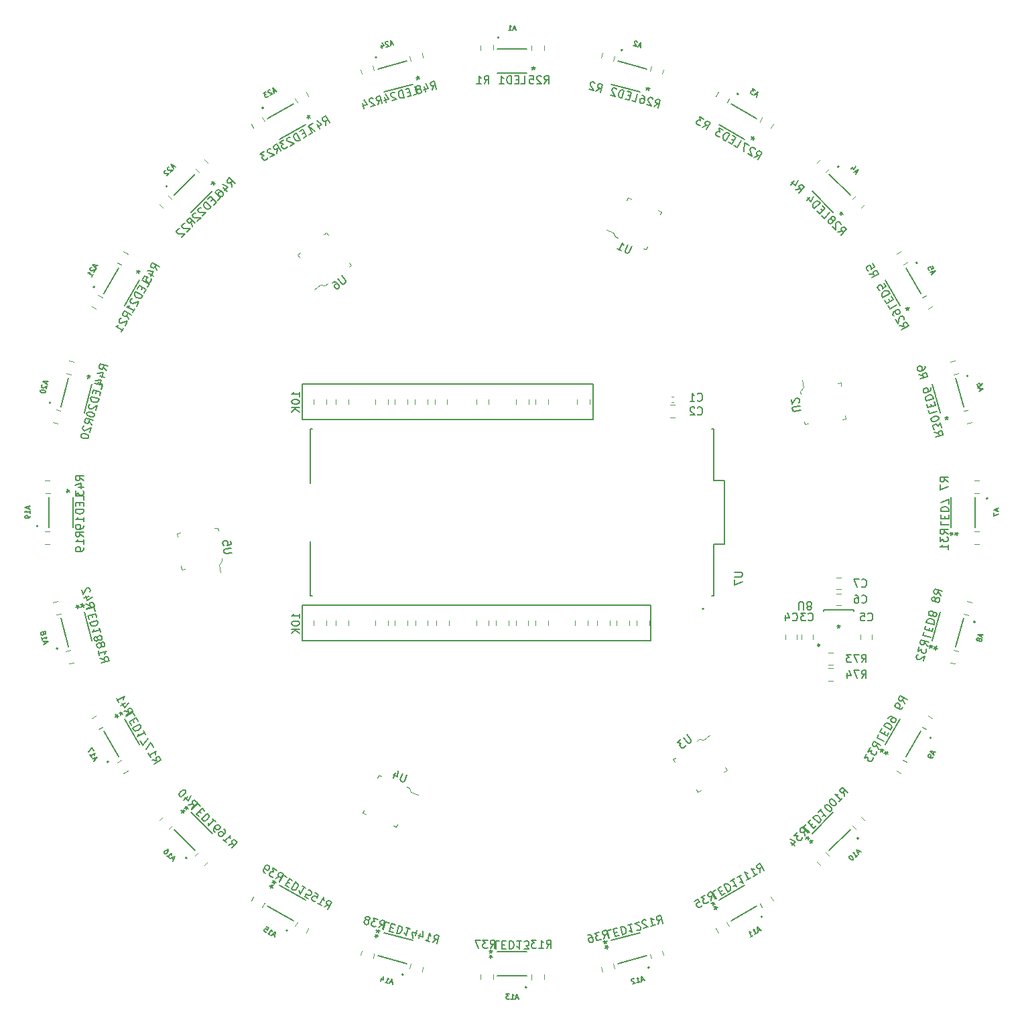
<source format=gbr>
%TF.GenerationSoftware,KiCad,Pcbnew,7.0.8*%
%TF.CreationDate,2023-11-12T08:49:20+11:00*%
%TF.ProjectId,Line 4.3,4c696e65-2034-42e3-932e-6b696361645f,rev?*%
%TF.SameCoordinates,Original*%
%TF.FileFunction,Legend,Bot*%
%TF.FilePolarity,Positive*%
%FSLAX46Y46*%
G04 Gerber Fmt 4.6, Leading zero omitted, Abs format (unit mm)*
G04 Created by KiCad (PCBNEW 7.0.8) date 2023-11-12 08:49:20*
%MOMM*%
%LPD*%
G01*
G04 APERTURE LIST*
%ADD10C,0.150000*%
%ADD11C,0.100000*%
%ADD12C,0.152400*%
%ADD13C,0.120000*%
%ADD14C,0.200000*%
%ADD15C,0.127000*%
%ADD16C,0.254000*%
G04 APERTURE END LIST*
D10*
X123500000Y-133750000D02*
X160250000Y-133750000D01*
X160250000Y-138250000D01*
X123500000Y-138250000D01*
X123500000Y-133750000D01*
X123500000Y-161750000D02*
X167500000Y-161750000D01*
X167500000Y-166250000D01*
X123500000Y-166250000D01*
X123500000Y-161750000D01*
X123119819Y-163360588D02*
X123119819Y-162789160D01*
X123119819Y-163074874D02*
X122119819Y-163074874D01*
X122119819Y-163074874D02*
X122262676Y-162979636D01*
X122262676Y-162979636D02*
X122357914Y-162884398D01*
X122357914Y-162884398D02*
X122405533Y-162789160D01*
X122119819Y-163979636D02*
X122119819Y-164074874D01*
X122119819Y-164074874D02*
X122167438Y-164170112D01*
X122167438Y-164170112D02*
X122215057Y-164217731D01*
X122215057Y-164217731D02*
X122310295Y-164265350D01*
X122310295Y-164265350D02*
X122500771Y-164312969D01*
X122500771Y-164312969D02*
X122738866Y-164312969D01*
X122738866Y-164312969D02*
X122929342Y-164265350D01*
X122929342Y-164265350D02*
X123024580Y-164217731D01*
X123024580Y-164217731D02*
X123072200Y-164170112D01*
X123072200Y-164170112D02*
X123119819Y-164074874D01*
X123119819Y-164074874D02*
X123119819Y-163979636D01*
X123119819Y-163979636D02*
X123072200Y-163884398D01*
X123072200Y-163884398D02*
X123024580Y-163836779D01*
X123024580Y-163836779D02*
X122929342Y-163789160D01*
X122929342Y-163789160D02*
X122738866Y-163741541D01*
X122738866Y-163741541D02*
X122500771Y-163741541D01*
X122500771Y-163741541D02*
X122310295Y-163789160D01*
X122310295Y-163789160D02*
X122215057Y-163836779D01*
X122215057Y-163836779D02*
X122167438Y-163884398D01*
X122167438Y-163884398D02*
X122119819Y-163979636D01*
X123119819Y-164741541D02*
X122119819Y-164741541D01*
X123119819Y-165312969D02*
X122548390Y-164884398D01*
X122119819Y-165312969D02*
X122691247Y-164741541D01*
X123119819Y-135360588D02*
X123119819Y-134789160D01*
X123119819Y-135074874D02*
X122119819Y-135074874D01*
X122119819Y-135074874D02*
X122262676Y-134979636D01*
X122262676Y-134979636D02*
X122357914Y-134884398D01*
X122357914Y-134884398D02*
X122405533Y-134789160D01*
X122119819Y-135979636D02*
X122119819Y-136074874D01*
X122119819Y-136074874D02*
X122167438Y-136170112D01*
X122167438Y-136170112D02*
X122215057Y-136217731D01*
X122215057Y-136217731D02*
X122310295Y-136265350D01*
X122310295Y-136265350D02*
X122500771Y-136312969D01*
X122500771Y-136312969D02*
X122738866Y-136312969D01*
X122738866Y-136312969D02*
X122929342Y-136265350D01*
X122929342Y-136265350D02*
X123024580Y-136217731D01*
X123024580Y-136217731D02*
X123072200Y-136170112D01*
X123072200Y-136170112D02*
X123119819Y-136074874D01*
X123119819Y-136074874D02*
X123119819Y-135979636D01*
X123119819Y-135979636D02*
X123072200Y-135884398D01*
X123072200Y-135884398D02*
X123024580Y-135836779D01*
X123024580Y-135836779D02*
X122929342Y-135789160D01*
X122929342Y-135789160D02*
X122738866Y-135741541D01*
X122738866Y-135741541D02*
X122500771Y-135741541D01*
X122500771Y-135741541D02*
X122310295Y-135789160D01*
X122310295Y-135789160D02*
X122215057Y-135836779D01*
X122215057Y-135836779D02*
X122167438Y-135884398D01*
X122167438Y-135884398D02*
X122119819Y-135979636D01*
X123119819Y-136741541D02*
X122119819Y-136741541D01*
X123119819Y-137312969D02*
X122548390Y-136884398D01*
X122119819Y-137312969D02*
X122691247Y-136741541D01*
X186445029Y-137122881D02*
X185642431Y-137228545D01*
X185642431Y-137228545D02*
X185541792Y-137193764D01*
X185541792Y-137193764D02*
X185488365Y-137152768D01*
X185488365Y-137152768D02*
X185428722Y-137064560D01*
X185428722Y-137064560D02*
X185403860Y-136875714D01*
X185403860Y-136875714D02*
X185438640Y-136775075D01*
X185438640Y-136775075D02*
X185479636Y-136721648D01*
X185479636Y-136721648D02*
X185567844Y-136662005D01*
X185567844Y-136662005D02*
X186370442Y-136556341D01*
X186220079Y-136143867D02*
X186261076Y-136090440D01*
X186261076Y-136090440D02*
X186295856Y-135989801D01*
X186295856Y-135989801D02*
X186264778Y-135753743D01*
X186264778Y-135753743D02*
X186205136Y-135665535D01*
X186205136Y-135665535D02*
X186151709Y-135624539D01*
X186151709Y-135624539D02*
X186051070Y-135589758D01*
X186051070Y-135589758D02*
X185956646Y-135602189D01*
X185956646Y-135602189D02*
X185821227Y-135668047D01*
X185821227Y-135668047D02*
X185329273Y-136309174D01*
X185329273Y-136309174D02*
X185248471Y-135695422D01*
X97286893Y-162472922D02*
X97163646Y-162012957D01*
X97163646Y-162012957D02*
X96197720Y-162271776D01*
X96867205Y-162930469D02*
X96953478Y-163252444D01*
X97496413Y-163254862D02*
X97373166Y-162794897D01*
X97373166Y-162794897D02*
X96407240Y-163053716D01*
X96407240Y-163053716D02*
X96530487Y-163513681D01*
X97607336Y-163668830D02*
X96641410Y-163927649D01*
X96641410Y-163927649D02*
X96703033Y-164157632D01*
X96703033Y-164157632D02*
X96786004Y-164283296D01*
X96786004Y-164283296D02*
X96902646Y-164350640D01*
X96902646Y-164350640D02*
X97006964Y-164371987D01*
X97006964Y-164371987D02*
X97203275Y-164368684D01*
X97203275Y-164368684D02*
X97341264Y-164331710D01*
X97341264Y-164331710D02*
X97512925Y-164236415D01*
X97512925Y-164236415D02*
X97592593Y-164165769D01*
X97592593Y-164165769D02*
X97659937Y-164049127D01*
X97659937Y-164049127D02*
X97668959Y-163898813D01*
X97668959Y-163898813D02*
X97607336Y-163668830D01*
X98001727Y-165140717D02*
X97853830Y-164588760D01*
X97927778Y-164864738D02*
X96961852Y-165123557D01*
X96961852Y-165123557D02*
X97075192Y-164994590D01*
X97075192Y-164994590D02*
X97142536Y-164877948D01*
X97142536Y-164877948D02*
X97163883Y-164773630D01*
X97597666Y-165840571D02*
X97527020Y-165760903D01*
X97527020Y-165760903D02*
X97468698Y-165727232D01*
X97468698Y-165727232D02*
X97364381Y-165705884D01*
X97364381Y-165705884D02*
X97318384Y-165718209D01*
X97318384Y-165718209D02*
X97238716Y-165788855D01*
X97238716Y-165788855D02*
X97205044Y-165847176D01*
X97205044Y-165847176D02*
X97183697Y-165951494D01*
X97183697Y-165951494D02*
X97232996Y-166135480D01*
X97232996Y-166135480D02*
X97303642Y-166215148D01*
X97303642Y-166215148D02*
X97361963Y-166248820D01*
X97361963Y-166248820D02*
X97466281Y-166270167D01*
X97466281Y-166270167D02*
X97512277Y-166257842D01*
X97512277Y-166257842D02*
X97591946Y-166187196D01*
X97591946Y-166187196D02*
X97625617Y-166128875D01*
X97625617Y-166128875D02*
X97646964Y-166024557D01*
X97646964Y-166024557D02*
X97597666Y-165840571D01*
X97597666Y-165840571D02*
X97619013Y-165736254D01*
X97619013Y-165736254D02*
X97652684Y-165677933D01*
X97652684Y-165677933D02*
X97732353Y-165607287D01*
X97732353Y-165607287D02*
X97916338Y-165557988D01*
X97916338Y-165557988D02*
X98020656Y-165579335D01*
X98020656Y-165579335D02*
X98078977Y-165613007D01*
X98078977Y-165613007D02*
X98149623Y-165692675D01*
X98149623Y-165692675D02*
X98198922Y-165876661D01*
X98198922Y-165876661D02*
X98177575Y-165980978D01*
X98177575Y-165980978D02*
X98143903Y-166039300D01*
X98143903Y-166039300D02*
X98064235Y-166109945D01*
X98064235Y-166109945D02*
X97880249Y-166159244D01*
X97880249Y-166159244D02*
X97775931Y-166137897D01*
X97775931Y-166137897D02*
X97717610Y-166104226D01*
X97717610Y-166104226D02*
X97646964Y-166024557D01*
X94875923Y-161975206D02*
X95105906Y-161913582D01*
X94952289Y-161708250D02*
X95105906Y-161913582D01*
X95105906Y-161913582D02*
X95075536Y-162168214D01*
X95252917Y-161726294D02*
X95105906Y-161913582D01*
X95105906Y-161913582D02*
X95326866Y-162002273D01*
X95929132Y-161692999D02*
X95699149Y-161754623D01*
X95852766Y-161959955D02*
X95699149Y-161754623D01*
X95699149Y-161754623D02*
X95729519Y-161499991D01*
X95552138Y-161941911D02*
X95699149Y-161754623D01*
X95699149Y-161754623D02*
X95478189Y-161665932D01*
X172097822Y-178101221D02*
X172590629Y-178743460D01*
X172590629Y-178743460D02*
X172610827Y-178848006D01*
X172610827Y-178848006D02*
X172602037Y-178914773D01*
X172602037Y-178914773D02*
X172555469Y-179010529D01*
X172555469Y-179010529D02*
X172404354Y-179126484D01*
X172404354Y-179126484D02*
X172299808Y-179146682D01*
X172299808Y-179146682D02*
X172233040Y-179137892D01*
X172233040Y-179137892D02*
X172137284Y-179091323D01*
X172137284Y-179091323D02*
X171644477Y-178449085D01*
X171342247Y-178680994D02*
X170851124Y-179057846D01*
X170851124Y-179057846D02*
X171347484Y-179157156D01*
X171347484Y-179157156D02*
X171234148Y-179244121D01*
X171234148Y-179244121D02*
X171187579Y-179339878D01*
X171187579Y-179339878D02*
X171178789Y-179406645D01*
X171178789Y-179406645D02*
X171198988Y-179511191D01*
X171198988Y-179511191D02*
X171343931Y-179700085D01*
X171343931Y-179700085D02*
X171439687Y-179746653D01*
X171439687Y-179746653D02*
X171506454Y-179755444D01*
X171506454Y-179755444D02*
X171611000Y-179735245D01*
X171611000Y-179735245D02*
X171837673Y-179561313D01*
X171837673Y-179561313D02*
X171884242Y-179465557D01*
X171884242Y-179465557D02*
X171893032Y-179398790D01*
X181288434Y-195507443D02*
X181339014Y-194928383D01*
X181783305Y-195221728D02*
X181283305Y-194355703D01*
X181283305Y-194355703D02*
X180953391Y-194546179D01*
X180953391Y-194546179D02*
X180894722Y-194635038D01*
X180894722Y-194635038D02*
X180877292Y-194700086D01*
X180877292Y-194700086D02*
X180883672Y-194806375D01*
X180883672Y-194806375D02*
X180955100Y-194930092D01*
X180955100Y-194930092D02*
X181043959Y-194988762D01*
X181043959Y-194988762D02*
X181109008Y-195006191D01*
X181109008Y-195006191D02*
X181215296Y-194999812D01*
X181215296Y-194999812D02*
X181545210Y-194809335D01*
X180463648Y-195983633D02*
X180958519Y-195697919D01*
X180711083Y-195840776D02*
X180211083Y-194974751D01*
X180211083Y-194974751D02*
X180364991Y-195050850D01*
X180364991Y-195050850D02*
X180495088Y-195085709D01*
X180495088Y-195085709D02*
X180601376Y-195079329D01*
X179638861Y-196459824D02*
X180133733Y-196174109D01*
X179886297Y-196316967D02*
X179386297Y-195450941D01*
X179386297Y-195450941D02*
X179540204Y-195527040D01*
X179540204Y-195527040D02*
X179670302Y-195561900D01*
X179670302Y-195561900D02*
X179776590Y-195555520D01*
X166254007Y-91105483D02*
X165959629Y-91026604D01*
X166265555Y-91297885D02*
X166225135Y-90624477D01*
X166225135Y-90624477D02*
X165853427Y-91187455D01*
X165826669Y-90580811D02*
X165805119Y-90543486D01*
X165805119Y-90543486D02*
X165754132Y-90498272D01*
X165754132Y-90498272D02*
X165606943Y-90458833D01*
X165606943Y-90458833D02*
X165540180Y-90472495D01*
X165540180Y-90472495D02*
X165502854Y-90494045D01*
X165502854Y-90494045D02*
X165457641Y-90545033D01*
X165457641Y-90545033D02*
X165441865Y-90603908D01*
X165441865Y-90603908D02*
X165447639Y-90700110D01*
X165447639Y-90700110D02*
X165706238Y-91148016D01*
X165706238Y-91148016D02*
X165323548Y-91045475D01*
X148404761Y-204145180D02*
X147928571Y-204145180D01*
X147928571Y-204145180D02*
X147928571Y-205145180D01*
X148738095Y-204668990D02*
X149071428Y-204668990D01*
X149214285Y-204145180D02*
X148738095Y-204145180D01*
X148738095Y-204145180D02*
X148738095Y-205145180D01*
X148738095Y-205145180D02*
X149214285Y-205145180D01*
X149642857Y-204145180D02*
X149642857Y-205145180D01*
X149642857Y-205145180D02*
X149880952Y-205145180D01*
X149880952Y-205145180D02*
X150023809Y-205097561D01*
X150023809Y-205097561D02*
X150119047Y-205002323D01*
X150119047Y-205002323D02*
X150166666Y-204907085D01*
X150166666Y-204907085D02*
X150214285Y-204716609D01*
X150214285Y-204716609D02*
X150214285Y-204573752D01*
X150214285Y-204573752D02*
X150166666Y-204383276D01*
X150166666Y-204383276D02*
X150119047Y-204288038D01*
X150119047Y-204288038D02*
X150023809Y-204192800D01*
X150023809Y-204192800D02*
X149880952Y-204145180D01*
X149880952Y-204145180D02*
X149642857Y-204145180D01*
X151166666Y-204145180D02*
X150595238Y-204145180D01*
X150880952Y-204145180D02*
X150880952Y-205145180D01*
X150880952Y-205145180D02*
X150785714Y-205002323D01*
X150785714Y-205002323D02*
X150690476Y-204907085D01*
X150690476Y-204907085D02*
X150595238Y-204859466D01*
X151500000Y-205145180D02*
X152119047Y-205145180D01*
X152119047Y-205145180D02*
X151785714Y-204764228D01*
X151785714Y-204764228D02*
X151928571Y-204764228D01*
X151928571Y-204764228D02*
X152023809Y-204716609D01*
X152023809Y-204716609D02*
X152071428Y-204668990D01*
X152071428Y-204668990D02*
X152119047Y-204573752D01*
X152119047Y-204573752D02*
X152119047Y-204335657D01*
X152119047Y-204335657D02*
X152071428Y-204240419D01*
X152071428Y-204240419D02*
X152023809Y-204192800D01*
X152023809Y-204192800D02*
X151928571Y-204145180D01*
X151928571Y-204145180D02*
X151642857Y-204145180D01*
X151642857Y-204145180D02*
X151547619Y-204192800D01*
X151547619Y-204192800D02*
X151500000Y-204240419D01*
X147300000Y-206345180D02*
X147300000Y-206107085D01*
X147061905Y-206202323D02*
X147300000Y-206107085D01*
X147300000Y-206107085D02*
X147538095Y-206202323D01*
X147157143Y-205916609D02*
X147300000Y-206107085D01*
X147300000Y-206107085D02*
X147442857Y-205916609D01*
X147299999Y-205254819D02*
X147299999Y-205492914D01*
X147538094Y-205397676D02*
X147299999Y-205492914D01*
X147299999Y-205492914D02*
X147061904Y-205397676D01*
X147442856Y-205683390D02*
X147299999Y-205492914D01*
X147299999Y-205492914D02*
X147157142Y-205683390D01*
X194916666Y-163609580D02*
X194964285Y-163657200D01*
X194964285Y-163657200D02*
X195107142Y-163704819D01*
X195107142Y-163704819D02*
X195202380Y-163704819D01*
X195202380Y-163704819D02*
X195345237Y-163657200D01*
X195345237Y-163657200D02*
X195440475Y-163561961D01*
X195440475Y-163561961D02*
X195488094Y-163466723D01*
X195488094Y-163466723D02*
X195535713Y-163276247D01*
X195535713Y-163276247D02*
X195535713Y-163133390D01*
X195535713Y-163133390D02*
X195488094Y-162942914D01*
X195488094Y-162942914D02*
X195440475Y-162847676D01*
X195440475Y-162847676D02*
X195345237Y-162752438D01*
X195345237Y-162752438D02*
X195202380Y-162704819D01*
X195202380Y-162704819D02*
X195107142Y-162704819D01*
X195107142Y-162704819D02*
X194964285Y-162752438D01*
X194964285Y-162752438D02*
X194916666Y-162800057D01*
X194011904Y-162704819D02*
X194488094Y-162704819D01*
X194488094Y-162704819D02*
X194535713Y-163181009D01*
X194535713Y-163181009D02*
X194488094Y-163133390D01*
X194488094Y-163133390D02*
X194392856Y-163085771D01*
X194392856Y-163085771D02*
X194154761Y-163085771D01*
X194154761Y-163085771D02*
X194059523Y-163133390D01*
X194059523Y-163133390D02*
X194011904Y-163181009D01*
X194011904Y-163181009D02*
X193964285Y-163276247D01*
X193964285Y-163276247D02*
X193964285Y-163514342D01*
X193964285Y-163514342D02*
X194011904Y-163609580D01*
X194011904Y-163609580D02*
X194059523Y-163657200D01*
X194059523Y-163657200D02*
X194154761Y-163704819D01*
X194154761Y-163704819D02*
X194392856Y-163704819D01*
X194392856Y-163704819D02*
X194488094Y-163657200D01*
X194488094Y-163657200D02*
X194535713Y-163609580D01*
X204179638Y-160514322D02*
X203805947Y-160069100D01*
X204327535Y-159962365D02*
X203361609Y-159703545D01*
X203361609Y-159703545D02*
X203263011Y-160071517D01*
X203263011Y-160071517D02*
X203284358Y-160175835D01*
X203284358Y-160175835D02*
X203318030Y-160234156D01*
X203318030Y-160234156D02*
X203397698Y-160304802D01*
X203397698Y-160304802D02*
X203535688Y-160341776D01*
X203535688Y-160341776D02*
X203640005Y-160320429D01*
X203640005Y-160320429D02*
X203698327Y-160286757D01*
X203698327Y-160286757D02*
X203768973Y-160207089D01*
X203768973Y-160207089D02*
X203867570Y-159839117D01*
X203479784Y-160918383D02*
X203458437Y-160814066D01*
X203458437Y-160814066D02*
X203424765Y-160755744D01*
X203424765Y-160755744D02*
X203345097Y-160685098D01*
X203345097Y-160685098D02*
X203299101Y-160672774D01*
X203299101Y-160672774D02*
X203194783Y-160694121D01*
X203194783Y-160694121D02*
X203136462Y-160727793D01*
X203136462Y-160727793D02*
X203065816Y-160807461D01*
X203065816Y-160807461D02*
X203016517Y-160991447D01*
X203016517Y-160991447D02*
X203037864Y-161095764D01*
X203037864Y-161095764D02*
X203071536Y-161154085D01*
X203071536Y-161154085D02*
X203151204Y-161224731D01*
X203151204Y-161224731D02*
X203197201Y-161237056D01*
X203197201Y-161237056D02*
X203301518Y-161215709D01*
X203301518Y-161215709D02*
X203359839Y-161182037D01*
X203359839Y-161182037D02*
X203430485Y-161102369D01*
X203430485Y-161102369D02*
X203479784Y-160918383D01*
X203479784Y-160918383D02*
X203550430Y-160838715D01*
X203550430Y-160838715D02*
X203608751Y-160805043D01*
X203608751Y-160805043D02*
X203713069Y-160783696D01*
X203713069Y-160783696D02*
X203897055Y-160832995D01*
X203897055Y-160832995D02*
X203976723Y-160903641D01*
X203976723Y-160903641D02*
X204010395Y-160961962D01*
X204010395Y-160961962D02*
X204031742Y-161066280D01*
X204031742Y-161066280D02*
X203982443Y-161250266D01*
X203982443Y-161250266D02*
X203911797Y-161329934D01*
X203911797Y-161329934D02*
X203853476Y-161363606D01*
X203853476Y-161363606D02*
X203749158Y-161384953D01*
X203749158Y-161384953D02*
X203565172Y-161335654D01*
X203565172Y-161335654D02*
X203485504Y-161265008D01*
X203485504Y-161265008D02*
X203451832Y-161206687D01*
X203451832Y-161206687D02*
X203430485Y-161102369D01*
X194166666Y-161359580D02*
X194214285Y-161407200D01*
X194214285Y-161407200D02*
X194357142Y-161454819D01*
X194357142Y-161454819D02*
X194452380Y-161454819D01*
X194452380Y-161454819D02*
X194595237Y-161407200D01*
X194595237Y-161407200D02*
X194690475Y-161311961D01*
X194690475Y-161311961D02*
X194738094Y-161216723D01*
X194738094Y-161216723D02*
X194785713Y-161026247D01*
X194785713Y-161026247D02*
X194785713Y-160883390D01*
X194785713Y-160883390D02*
X194738094Y-160692914D01*
X194738094Y-160692914D02*
X194690475Y-160597676D01*
X194690475Y-160597676D02*
X194595237Y-160502438D01*
X194595237Y-160502438D02*
X194452380Y-160454819D01*
X194452380Y-160454819D02*
X194357142Y-160454819D01*
X194357142Y-160454819D02*
X194214285Y-160502438D01*
X194214285Y-160502438D02*
X194166666Y-160550057D01*
X193309523Y-160454819D02*
X193499999Y-160454819D01*
X193499999Y-160454819D02*
X193595237Y-160502438D01*
X193595237Y-160502438D02*
X193642856Y-160550057D01*
X193642856Y-160550057D02*
X193738094Y-160692914D01*
X193738094Y-160692914D02*
X193785713Y-160883390D01*
X193785713Y-160883390D02*
X193785713Y-161264342D01*
X193785713Y-161264342D02*
X193738094Y-161359580D01*
X193738094Y-161359580D02*
X193690475Y-161407200D01*
X193690475Y-161407200D02*
X193595237Y-161454819D01*
X193595237Y-161454819D02*
X193404761Y-161454819D01*
X193404761Y-161454819D02*
X193309523Y-161407200D01*
X193309523Y-161407200D02*
X193261904Y-161359580D01*
X193261904Y-161359580D02*
X193214285Y-161264342D01*
X193214285Y-161264342D02*
X193214285Y-161026247D01*
X193214285Y-161026247D02*
X193261904Y-160931009D01*
X193261904Y-160931009D02*
X193309523Y-160883390D01*
X193309523Y-160883390D02*
X193404761Y-160835771D01*
X193404761Y-160835771D02*
X193595237Y-160835771D01*
X193595237Y-160835771D02*
X193690475Y-160883390D01*
X193690475Y-160883390D02*
X193738094Y-160931009D01*
X193738094Y-160931009D02*
X193785713Y-161026247D01*
X196331578Y-178041713D02*
X196093483Y-178454106D01*
X196093483Y-178454106D02*
X196959508Y-178954106D01*
X196951877Y-178014943D02*
X197118544Y-177726268D01*
X196736340Y-177340645D02*
X196498245Y-177753038D01*
X196498245Y-177753038D02*
X197364270Y-178253038D01*
X197364270Y-178253038D02*
X197602365Y-177840645D01*
X196950626Y-176969491D02*
X197816651Y-177469491D01*
X197816651Y-177469491D02*
X197935699Y-177263295D01*
X197935699Y-177263295D02*
X197965888Y-177115767D01*
X197965888Y-177115767D02*
X197931028Y-176985670D01*
X197931028Y-176985670D02*
X197872359Y-176896811D01*
X197872359Y-176896811D02*
X197731212Y-176760334D01*
X197731212Y-176760334D02*
X197607494Y-176688905D01*
X197607494Y-176688905D02*
X197418727Y-176634906D01*
X197418727Y-176634906D02*
X197312439Y-176628527D01*
X197312439Y-176628527D02*
X197182341Y-176663386D01*
X197182341Y-176663386D02*
X197069673Y-176763295D01*
X197069673Y-176763295D02*
X196950626Y-176969491D01*
X197474435Y-176062226D02*
X197569673Y-175897269D01*
X197569673Y-175897269D02*
X197658532Y-175838600D01*
X197658532Y-175838600D02*
X197723581Y-175821170D01*
X197723581Y-175821170D02*
X197894918Y-175810120D01*
X197894918Y-175810120D02*
X198083684Y-175864119D01*
X198083684Y-175864119D02*
X198413599Y-176054595D01*
X198413599Y-176054595D02*
X198472268Y-176143454D01*
X198472268Y-176143454D02*
X198489698Y-176208503D01*
X198489698Y-176208503D02*
X198483318Y-176314791D01*
X198483318Y-176314791D02*
X198388080Y-176479748D01*
X198388080Y-176479748D02*
X198299221Y-176538417D01*
X198299221Y-176538417D02*
X198234173Y-176555847D01*
X198234173Y-176555847D02*
X198127884Y-176549467D01*
X198127884Y-176549467D02*
X197921688Y-176430419D01*
X197921688Y-176430419D02*
X197863019Y-176341561D01*
X197863019Y-176341561D02*
X197845589Y-176276512D01*
X197845589Y-176276512D02*
X197851969Y-176170224D01*
X197851969Y-176170224D02*
X197947207Y-176005267D01*
X197947207Y-176005267D02*
X198036065Y-175946598D01*
X198036065Y-175946598D02*
X198101114Y-175929168D01*
X198101114Y-175929168D02*
X198207402Y-175935548D01*
X196502077Y-179965678D02*
X196708273Y-180084726D01*
X196744842Y-179830910D02*
X196708273Y-180084726D01*
X196708273Y-180084726D02*
X196506747Y-180243303D01*
X196944659Y-180056246D02*
X196708273Y-180084726D01*
X196708273Y-180084726D02*
X196801802Y-180303682D01*
X197446358Y-180510859D02*
X197240162Y-180391811D01*
X197203593Y-180645627D02*
X197240162Y-180391811D01*
X197240162Y-180391811D02*
X197441688Y-180233234D01*
X197003776Y-180420291D02*
X197240162Y-180391811D01*
X197240162Y-180391811D02*
X197146633Y-180172855D01*
X121545892Y-196093483D02*
X121133499Y-195855387D01*
X121133499Y-195855387D02*
X120633499Y-196721413D01*
X121572663Y-196713782D02*
X121861338Y-196880448D01*
X122246960Y-196498245D02*
X121834567Y-196260149D01*
X121834567Y-196260149D02*
X121334567Y-197126175D01*
X121334567Y-197126175D02*
X121746960Y-197364270D01*
X122618114Y-196712530D02*
X122118114Y-197578556D01*
X122118114Y-197578556D02*
X122324311Y-197697603D01*
X122324311Y-197697603D02*
X122471838Y-197727793D01*
X122471838Y-197727793D02*
X122601936Y-197692933D01*
X122601936Y-197692933D02*
X122690794Y-197634264D01*
X122690794Y-197634264D02*
X122827272Y-197493116D01*
X122827272Y-197493116D02*
X122898700Y-197369398D01*
X122898700Y-197369398D02*
X122952699Y-197180632D01*
X122952699Y-197180632D02*
X122959079Y-197074343D01*
X122959079Y-197074343D02*
X122924219Y-196944246D01*
X122924219Y-196944246D02*
X122824311Y-196831578D01*
X122824311Y-196831578D02*
X122618114Y-196712530D01*
X123937772Y-197474435D02*
X123442900Y-197188721D01*
X123690336Y-197331578D02*
X123190336Y-198197603D01*
X123190336Y-198197603D02*
X123179286Y-198026266D01*
X123179286Y-198026266D02*
X123144427Y-197896169D01*
X123144427Y-197896169D02*
X123085758Y-197807310D01*
X124221319Y-198792841D02*
X123808926Y-198554746D01*
X123808926Y-198554746D02*
X124005782Y-198118544D01*
X124005782Y-198118544D02*
X124023212Y-198183592D01*
X124023212Y-198183592D02*
X124081881Y-198272451D01*
X124081881Y-198272451D02*
X124288077Y-198391498D01*
X124288077Y-198391498D02*
X124394365Y-198397878D01*
X124394365Y-198397878D02*
X124459414Y-198380448D01*
X124459414Y-198380448D02*
X124548273Y-198321779D01*
X124548273Y-198321779D02*
X124667320Y-198115583D01*
X124667320Y-198115583D02*
X124673700Y-198009295D01*
X124673700Y-198009295D02*
X124656270Y-197944246D01*
X124656270Y-197944246D02*
X124597601Y-197855387D01*
X124597601Y-197855387D02*
X124391404Y-197736340D01*
X124391404Y-197736340D02*
X124285116Y-197729960D01*
X124285116Y-197729960D02*
X124220068Y-197747390D01*
X119489140Y-197446358D02*
X119608188Y-197240162D01*
X119354372Y-197203593D02*
X119608188Y-197240162D01*
X119608188Y-197240162D02*
X119766765Y-197441688D01*
X119579708Y-197003776D02*
X119608188Y-197240162D01*
X119608188Y-197240162D02*
X119827144Y-197146633D01*
X120034321Y-196502077D02*
X119915273Y-196708273D01*
X120169089Y-196744842D02*
X119915273Y-196708273D01*
X119915273Y-196708273D02*
X119756696Y-196506747D01*
X119943753Y-196944659D02*
X119915273Y-196708273D01*
X119915273Y-196708273D02*
X119696317Y-196801802D01*
X133033222Y-98491017D02*
X133231950Y-97944780D01*
X133585179Y-98343121D02*
X133326360Y-97377195D01*
X133326360Y-97377195D02*
X132958389Y-97475793D01*
X132958389Y-97475793D02*
X132878720Y-97546438D01*
X132878720Y-97546438D02*
X132845049Y-97604760D01*
X132845049Y-97604760D02*
X132823702Y-97709077D01*
X132823702Y-97709077D02*
X132860676Y-97847067D01*
X132860676Y-97847067D02*
X132931322Y-97926735D01*
X132931322Y-97926735D02*
X132989643Y-97960407D01*
X132989643Y-97960407D02*
X133093960Y-97981754D01*
X133093960Y-97981754D02*
X133461932Y-97883156D01*
X132431080Y-97715682D02*
X132372759Y-97682010D01*
X132372759Y-97682010D02*
X132268442Y-97660663D01*
X132268442Y-97660663D02*
X132038459Y-97722287D01*
X132038459Y-97722287D02*
X131958791Y-97792933D01*
X131958791Y-97792933D02*
X131925119Y-97851254D01*
X131925119Y-97851254D02*
X131903772Y-97955572D01*
X131903772Y-97955572D02*
X131928422Y-98047565D01*
X131928422Y-98047565D02*
X132011392Y-98173229D01*
X132011392Y-98173229D02*
X132711246Y-98577290D01*
X132711246Y-98577290D02*
X132113292Y-98737512D01*
X131112810Y-98315406D02*
X131285356Y-98959357D01*
X131244194Y-97885811D02*
X131659048Y-98514134D01*
X131659048Y-98514134D02*
X131061093Y-98674355D01*
X195124435Y-119867452D02*
X195703494Y-119918032D01*
X195410149Y-120362324D02*
X196276174Y-119862324D01*
X196276174Y-119862324D02*
X196085698Y-119532409D01*
X196085698Y-119532409D02*
X195996840Y-119473740D01*
X195996840Y-119473740D02*
X195931791Y-119456311D01*
X195931791Y-119456311D02*
X195825503Y-119462690D01*
X195825503Y-119462690D02*
X195701785Y-119534119D01*
X195701785Y-119534119D02*
X195643116Y-119622977D01*
X195643116Y-119622977D02*
X195625686Y-119688026D01*
X195625686Y-119688026D02*
X195632066Y-119794314D01*
X195632066Y-119794314D02*
X195822542Y-120124229D01*
X195538079Y-118583905D02*
X195776174Y-118996298D01*
X195776174Y-118996298D02*
X195387591Y-119275633D01*
X195387591Y-119275633D02*
X195405021Y-119210584D01*
X195405021Y-119210584D02*
X195398641Y-119104296D01*
X195398641Y-119104296D02*
X195279593Y-118898099D01*
X195279593Y-118898099D02*
X195190735Y-118839430D01*
X195190735Y-118839430D02*
X195125686Y-118822001D01*
X195125686Y-118822001D02*
X195019398Y-118828380D01*
X195019398Y-118828380D02*
X194813201Y-118947428D01*
X194813201Y-118947428D02*
X194754532Y-119036286D01*
X194754532Y-119036286D02*
X194737103Y-119101335D01*
X194737103Y-119101335D02*
X194743482Y-119207623D01*
X194743482Y-119207623D02*
X194862530Y-119413820D01*
X194862530Y-119413820D02*
X194951388Y-119472489D01*
X194951388Y-119472489D02*
X195016437Y-119489919D01*
X173416666Y-137609580D02*
X173464285Y-137657200D01*
X173464285Y-137657200D02*
X173607142Y-137704819D01*
X173607142Y-137704819D02*
X173702380Y-137704819D01*
X173702380Y-137704819D02*
X173845237Y-137657200D01*
X173845237Y-137657200D02*
X173940475Y-137561961D01*
X173940475Y-137561961D02*
X173988094Y-137466723D01*
X173988094Y-137466723D02*
X174035713Y-137276247D01*
X174035713Y-137276247D02*
X174035713Y-137133390D01*
X174035713Y-137133390D02*
X173988094Y-136942914D01*
X173988094Y-136942914D02*
X173940475Y-136847676D01*
X173940475Y-136847676D02*
X173845237Y-136752438D01*
X173845237Y-136752438D02*
X173702380Y-136704819D01*
X173702380Y-136704819D02*
X173607142Y-136704819D01*
X173607142Y-136704819D02*
X173464285Y-136752438D01*
X173464285Y-136752438D02*
X173416666Y-136800057D01*
X173035713Y-136800057D02*
X172988094Y-136752438D01*
X172988094Y-136752438D02*
X172892856Y-136704819D01*
X172892856Y-136704819D02*
X172654761Y-136704819D01*
X172654761Y-136704819D02*
X172559523Y-136752438D01*
X172559523Y-136752438D02*
X172511904Y-136800057D01*
X172511904Y-136800057D02*
X172464285Y-136895295D01*
X172464285Y-136895295D02*
X172464285Y-136990533D01*
X172464285Y-136990533D02*
X172511904Y-137133390D01*
X172511904Y-137133390D02*
X173083332Y-137704819D01*
X173083332Y-137704819D02*
X172464285Y-137704819D01*
X139891296Y-96653402D02*
X140090024Y-96107165D01*
X140443253Y-96505506D02*
X140184434Y-95539580D01*
X140184434Y-95539580D02*
X139816463Y-95638178D01*
X139816463Y-95638178D02*
X139736794Y-95708823D01*
X139736794Y-95708823D02*
X139703123Y-95767145D01*
X139703123Y-95767145D02*
X139681776Y-95871462D01*
X139681776Y-95871462D02*
X139718750Y-96009452D01*
X139718750Y-96009452D02*
X139789396Y-96089120D01*
X139789396Y-96089120D02*
X139847717Y-96122792D01*
X139847717Y-96122792D02*
X139952034Y-96144139D01*
X139952034Y-96144139D02*
X140320006Y-96045541D01*
X138890813Y-96231297D02*
X139063359Y-96875247D01*
X139022198Y-95801701D02*
X139437051Y-96430025D01*
X139437051Y-96430025D02*
X138839097Y-96590246D01*
X138271512Y-96495836D02*
X138351180Y-96425190D01*
X138351180Y-96425190D02*
X138384852Y-96366869D01*
X138384852Y-96366869D02*
X138406199Y-96262551D01*
X138406199Y-96262551D02*
X138393874Y-96216554D01*
X138393874Y-96216554D02*
X138323228Y-96136886D01*
X138323228Y-96136886D02*
X138264907Y-96103214D01*
X138264907Y-96103214D02*
X138160590Y-96081867D01*
X138160590Y-96081867D02*
X137976604Y-96131166D01*
X137976604Y-96131166D02*
X137896936Y-96201812D01*
X137896936Y-96201812D02*
X137863264Y-96260133D01*
X137863264Y-96260133D02*
X137841917Y-96364451D01*
X137841917Y-96364451D02*
X137854241Y-96410447D01*
X137854241Y-96410447D02*
X137924887Y-96490116D01*
X137924887Y-96490116D02*
X137983209Y-96523787D01*
X137983209Y-96523787D02*
X138087526Y-96545134D01*
X138087526Y-96545134D02*
X138271512Y-96495836D01*
X138271512Y-96495836D02*
X138375830Y-96517183D01*
X138375830Y-96517183D02*
X138434151Y-96550854D01*
X138434151Y-96550854D02*
X138504797Y-96630523D01*
X138504797Y-96630523D02*
X138554096Y-96814508D01*
X138554096Y-96814508D02*
X138532749Y-96918826D01*
X138532749Y-96918826D02*
X138499077Y-96977147D01*
X138499077Y-96977147D02*
X138419409Y-97047793D01*
X138419409Y-97047793D02*
X138235423Y-97097092D01*
X138235423Y-97097092D02*
X138131105Y-97075745D01*
X138131105Y-97075745D02*
X138072784Y-97042073D01*
X138072784Y-97042073D02*
X138002138Y-96962405D01*
X138002138Y-96962405D02*
X137952839Y-96778419D01*
X137952839Y-96778419D02*
X137974186Y-96674102D01*
X137974186Y-96674102D02*
X138007858Y-96615780D01*
X138007858Y-96615780D02*
X138087526Y-96545134D01*
X134923501Y-90789970D02*
X134629124Y-90868848D01*
X135029703Y-90950821D02*
X134657995Y-90387843D01*
X134657995Y-90387843D02*
X134617575Y-91061250D01*
X134291080Y-90549260D02*
X134253755Y-90527710D01*
X134253755Y-90527710D02*
X134186992Y-90514048D01*
X134186992Y-90514048D02*
X134039803Y-90553487D01*
X134039803Y-90553487D02*
X133988815Y-90598701D01*
X133988815Y-90598701D02*
X133967265Y-90636026D01*
X133967265Y-90636026D02*
X133953603Y-90702789D01*
X133953603Y-90702789D02*
X133969379Y-90761665D01*
X133969379Y-90761665D02*
X134022480Y-90842090D01*
X134022480Y-90842090D02*
X134470387Y-91100689D01*
X134470387Y-91100689D02*
X134087696Y-91203231D01*
X133447387Y-90933083D02*
X133557817Y-91345212D01*
X133531473Y-90658142D02*
X133796979Y-91060269D01*
X133796979Y-91060269D02*
X133414289Y-91162811D01*
X124308926Y-102311278D02*
X124721319Y-102073183D01*
X124721319Y-102073183D02*
X124221319Y-101207158D01*
X123758346Y-102024313D02*
X123469671Y-102190979D01*
X123607858Y-102716040D02*
X124020251Y-102477945D01*
X124020251Y-102477945D02*
X123520251Y-101611920D01*
X123520251Y-101611920D02*
X123107858Y-101850015D01*
X123236704Y-102930326D02*
X122736704Y-102064301D01*
X122736704Y-102064301D02*
X122530507Y-102183348D01*
X122530507Y-102183348D02*
X122430599Y-102296016D01*
X122430599Y-102296016D02*
X122395739Y-102426114D01*
X122395739Y-102426114D02*
X122402119Y-102532402D01*
X122402119Y-102532402D02*
X122456118Y-102721169D01*
X122456118Y-102721169D02*
X122527546Y-102844887D01*
X122527546Y-102844887D02*
X122664024Y-102986034D01*
X122664024Y-102986034D02*
X122752882Y-103044703D01*
X122752882Y-103044703D02*
X122882980Y-103079563D01*
X122882980Y-103079563D02*
X123030507Y-103049374D01*
X123030507Y-103049374D02*
X123236704Y-102930326D01*
X121959537Y-102622970D02*
X121894488Y-102605540D01*
X121894488Y-102605540D02*
X121788200Y-102611920D01*
X121788200Y-102611920D02*
X121582003Y-102730967D01*
X121582003Y-102730967D02*
X121523334Y-102819826D01*
X121523334Y-102819826D02*
X121505904Y-102884874D01*
X121505904Y-102884874D02*
X121512284Y-102991163D01*
X121512284Y-102991163D02*
X121559903Y-103073641D01*
X121559903Y-103073641D02*
X121672571Y-103173550D01*
X121672571Y-103173550D02*
X122453157Y-103382707D01*
X122453157Y-103382707D02*
X121917046Y-103692231D01*
X121128371Y-102992872D02*
X120592260Y-103302396D01*
X120592260Y-103302396D02*
X121071411Y-103465644D01*
X121071411Y-103465644D02*
X120947693Y-103537072D01*
X120947693Y-103537072D02*
X120889024Y-103625931D01*
X120889024Y-103625931D02*
X120871594Y-103690979D01*
X120871594Y-103690979D02*
X120877974Y-103797267D01*
X120877974Y-103797267D02*
X120997022Y-104003464D01*
X120997022Y-104003464D02*
X121085880Y-104062133D01*
X121085880Y-104062133D02*
X121150929Y-104079563D01*
X121150929Y-104079563D02*
X121257217Y-104073183D01*
X121257217Y-104073183D02*
X121504653Y-103930326D01*
X121504653Y-103930326D02*
X121563322Y-103841468D01*
X121563322Y-103841468D02*
X121580752Y-103776419D01*
X124165678Y-99853641D02*
X124284725Y-100059838D01*
X124443303Y-99858311D02*
X124284725Y-100059838D01*
X124284725Y-100059838D02*
X124030910Y-100096407D01*
X124503681Y-100153366D02*
X124284725Y-100059838D01*
X124284725Y-100059838D02*
X124256245Y-100296223D01*
X124165678Y-99853641D02*
X124284725Y-100059838D01*
X124443303Y-99858311D02*
X124284725Y-100059838D01*
X124284725Y-100059838D02*
X124030910Y-100096407D01*
X124503681Y-100153366D02*
X124284725Y-100059838D01*
X124284725Y-100059838D02*
X124256245Y-100296223D01*
X150761904Y-211305419D02*
X150457142Y-211305419D01*
X150822856Y-211488276D02*
X150609523Y-210848276D01*
X150609523Y-210848276D02*
X150396189Y-211488276D01*
X149847618Y-211488276D02*
X150213333Y-211488276D01*
X150030476Y-211488276D02*
X150030476Y-210848276D01*
X150030476Y-210848276D02*
X150091428Y-210939704D01*
X150091428Y-210939704D02*
X150152380Y-211000657D01*
X150152380Y-211000657D02*
X150213333Y-211031133D01*
X149634285Y-210848276D02*
X149238094Y-210848276D01*
X149238094Y-210848276D02*
X149451428Y-211092085D01*
X149451428Y-211092085D02*
X149359999Y-211092085D01*
X149359999Y-211092085D02*
X149299047Y-211122561D01*
X149299047Y-211122561D02*
X149268571Y-211153038D01*
X149268571Y-211153038D02*
X149238094Y-211213990D01*
X149238094Y-211213990D02*
X149238094Y-211366371D01*
X149238094Y-211366371D02*
X149268571Y-211427323D01*
X149268571Y-211427323D02*
X149299047Y-211457800D01*
X149299047Y-211457800D02*
X149359999Y-211488276D01*
X149359999Y-211488276D02*
X149542856Y-211488276D01*
X149542856Y-211488276D02*
X149603809Y-211457800D01*
X149603809Y-211457800D02*
X149634285Y-211427323D01*
X102311278Y-175691073D02*
X102073183Y-175278680D01*
X102073183Y-175278680D02*
X101207158Y-175778680D01*
X102024313Y-176241653D02*
X102190979Y-176530328D01*
X102716040Y-176392141D02*
X102477945Y-175979748D01*
X102477945Y-175979748D02*
X101611920Y-176479748D01*
X101611920Y-176479748D02*
X101850015Y-176892141D01*
X102930326Y-176763295D02*
X102064301Y-177263295D01*
X102064301Y-177263295D02*
X102183348Y-177469492D01*
X102183348Y-177469492D02*
X102296016Y-177569400D01*
X102296016Y-177569400D02*
X102426114Y-177604260D01*
X102426114Y-177604260D02*
X102532402Y-177597880D01*
X102532402Y-177597880D02*
X102721169Y-177543881D01*
X102721169Y-177543881D02*
X102844887Y-177472453D01*
X102844887Y-177472453D02*
X102986034Y-177335975D01*
X102986034Y-177335975D02*
X103044703Y-177247117D01*
X103044703Y-177247117D02*
X103079563Y-177117019D01*
X103079563Y-177117019D02*
X103049374Y-176969492D01*
X103049374Y-176969492D02*
X102930326Y-176763295D01*
X103692231Y-178082953D02*
X103406516Y-177588081D01*
X103549374Y-177835517D02*
X102683348Y-178335517D01*
X102683348Y-178335517D02*
X102759447Y-178181610D01*
X102759447Y-178181610D02*
X102794307Y-178051512D01*
X102794307Y-178051512D02*
X102787927Y-177945224D01*
X102992872Y-178871628D02*
X103326205Y-179448978D01*
X103326205Y-179448978D02*
X103977945Y-178577825D01*
X100797922Y-175289140D02*
X100591725Y-175408187D01*
X100793252Y-175566765D02*
X100591725Y-175408187D01*
X100591725Y-175408187D02*
X100555156Y-175154372D01*
X100498197Y-175627143D02*
X100591725Y-175408187D01*
X100591725Y-175408187D02*
X100355340Y-175379707D01*
X99853641Y-175834321D02*
X100059838Y-175715274D01*
X99858311Y-175556696D02*
X100059838Y-175715274D01*
X100059838Y-175715274D02*
X100096407Y-175969089D01*
X100153366Y-175496318D02*
X100059838Y-175715274D01*
X100059838Y-175715274D02*
X100296223Y-175743754D01*
X105130326Y-119426192D02*
X104884600Y-118899422D01*
X105416040Y-118931321D02*
X104550015Y-118431321D01*
X104550015Y-118431321D02*
X104359539Y-118761235D01*
X104359539Y-118761235D02*
X104353159Y-118867523D01*
X104353159Y-118867523D02*
X104370589Y-118932572D01*
X104370589Y-118932572D02*
X104429258Y-119021430D01*
X104429258Y-119021430D02*
X104552976Y-119092859D01*
X104552976Y-119092859D02*
X104659264Y-119099239D01*
X104659264Y-119099239D02*
X104724313Y-119081809D01*
X104724313Y-119081809D02*
X104813171Y-119023140D01*
X104813171Y-119023140D02*
X105003647Y-118693225D01*
X104124404Y-119835167D02*
X104701755Y-120168500D01*
X103913537Y-119438494D02*
X104651175Y-119589440D01*
X104651175Y-119589440D02*
X104341651Y-120125551D01*
X103335729Y-120534525D02*
X103573824Y-120122132D01*
X103573824Y-120122132D02*
X104010027Y-120318988D01*
X104010027Y-120318988D02*
X103944978Y-120336418D01*
X103944978Y-120336418D02*
X103856120Y-120395087D01*
X103856120Y-120395087D02*
X103737072Y-120601284D01*
X103737072Y-120601284D02*
X103730692Y-120707572D01*
X103730692Y-120707572D02*
X103748122Y-120772621D01*
X103748122Y-120772621D02*
X103806791Y-120861479D01*
X103806791Y-120861479D02*
X104012988Y-120980527D01*
X104012988Y-120980527D02*
X104119276Y-120986906D01*
X104119276Y-120986906D02*
X104184325Y-120969476D01*
X104184325Y-120969476D02*
X104273183Y-120910807D01*
X104273183Y-120910807D02*
X104392231Y-120704611D01*
X104392231Y-120704611D02*
X104398610Y-120598323D01*
X104398610Y-120598323D02*
X104381181Y-120533274D01*
X97945142Y-168444114D02*
X98491379Y-168642842D01*
X98093038Y-168996071D02*
X99058964Y-168737252D01*
X99058964Y-168737252D02*
X98960366Y-168369281D01*
X98960366Y-168369281D02*
X98889721Y-168289612D01*
X98889721Y-168289612D02*
X98831399Y-168255941D01*
X98831399Y-168255941D02*
X98727082Y-168234594D01*
X98727082Y-168234594D02*
X98589092Y-168271568D01*
X98589092Y-168271568D02*
X98509424Y-168342214D01*
X98509424Y-168342214D02*
X98475752Y-168400535D01*
X98475752Y-168400535D02*
X98454405Y-168504852D01*
X98454405Y-168504852D02*
X98553003Y-168872824D01*
X97698647Y-167524184D02*
X97846544Y-168076142D01*
X97772596Y-167800163D02*
X98738522Y-167541344D01*
X98738522Y-167541344D02*
X98625182Y-167670311D01*
X98625182Y-167670311D02*
X98557838Y-167786954D01*
X98557838Y-167786954D02*
X98536491Y-167891271D01*
X98102708Y-166824330D02*
X98173354Y-166903998D01*
X98173354Y-166903998D02*
X98231675Y-166937670D01*
X98231675Y-166937670D02*
X98335993Y-166959017D01*
X98335993Y-166959017D02*
X98381990Y-166946692D01*
X98381990Y-166946692D02*
X98461658Y-166876046D01*
X98461658Y-166876046D02*
X98495330Y-166817725D01*
X98495330Y-166817725D02*
X98516677Y-166713408D01*
X98516677Y-166713408D02*
X98467378Y-166529422D01*
X98467378Y-166529422D02*
X98396732Y-166449754D01*
X98396732Y-166449754D02*
X98338411Y-166416082D01*
X98338411Y-166416082D02*
X98234093Y-166394735D01*
X98234093Y-166394735D02*
X98188097Y-166407059D01*
X98188097Y-166407059D02*
X98108428Y-166477705D01*
X98108428Y-166477705D02*
X98074757Y-166536027D01*
X98074757Y-166536027D02*
X98053410Y-166640344D01*
X98053410Y-166640344D02*
X98102708Y-166824330D01*
X98102708Y-166824330D02*
X98081361Y-166928648D01*
X98081361Y-166928648D02*
X98047690Y-166986969D01*
X98047690Y-166986969D02*
X97968021Y-167057615D01*
X97968021Y-167057615D02*
X97784036Y-167106914D01*
X97784036Y-167106914D02*
X97679718Y-167085567D01*
X97679718Y-167085567D02*
X97621397Y-167051895D01*
X97621397Y-167051895D02*
X97550751Y-166972227D01*
X97550751Y-166972227D02*
X97501452Y-166788241D01*
X97501452Y-166788241D02*
X97522799Y-166683923D01*
X97522799Y-166683923D02*
X97556471Y-166625602D01*
X97556471Y-166625602D02*
X97636139Y-166554956D01*
X97636139Y-166554956D02*
X97820125Y-166505657D01*
X97820125Y-166505657D02*
X97924442Y-166527004D01*
X97924442Y-166527004D02*
X97982764Y-166560676D01*
X97982764Y-166560676D02*
X98053410Y-166640344D01*
X201385734Y-132573257D02*
X201931972Y-132771985D01*
X201533631Y-133125214D02*
X202499557Y-132866395D01*
X202499557Y-132866395D02*
X202400959Y-132498423D01*
X202400959Y-132498423D02*
X202330313Y-132418755D01*
X202330313Y-132418755D02*
X202271992Y-132385083D01*
X202271992Y-132385083D02*
X202167674Y-132363736D01*
X202167674Y-132363736D02*
X202029685Y-132400710D01*
X202029685Y-132400710D02*
X201950017Y-132471356D01*
X201950017Y-132471356D02*
X201916345Y-132529678D01*
X201916345Y-132529678D02*
X201894998Y-132633995D01*
X201894998Y-132633995D02*
X201993596Y-133001967D01*
X202129815Y-131486501D02*
X202179114Y-131670487D01*
X202179114Y-131670487D02*
X202157767Y-131774805D01*
X202157767Y-131774805D02*
X202124095Y-131833126D01*
X202124095Y-131833126D02*
X202010755Y-131962093D01*
X202010755Y-131962093D02*
X201839094Y-132057388D01*
X201839094Y-132057388D02*
X201471123Y-132155986D01*
X201471123Y-132155986D02*
X201366805Y-132134639D01*
X201366805Y-132134639D02*
X201308484Y-132100967D01*
X201308484Y-132100967D02*
X201237838Y-132021299D01*
X201237838Y-132021299D02*
X201188539Y-131837313D01*
X201188539Y-131837313D02*
X201209886Y-131732995D01*
X201209886Y-131732995D02*
X201243558Y-131674674D01*
X201243558Y-131674674D02*
X201323226Y-131604028D01*
X201323226Y-131604028D02*
X201553208Y-131542405D01*
X201553208Y-131542405D02*
X201657526Y-131563752D01*
X201657526Y-131563752D02*
X201715847Y-131597423D01*
X201715847Y-131597423D02*
X201786493Y-131677092D01*
X201786493Y-131677092D02*
X201835792Y-131861078D01*
X201835792Y-131861078D02*
X201814445Y-131965395D01*
X201814445Y-131965395D02*
X201780773Y-132023716D01*
X201780773Y-132023716D02*
X201701105Y-132094362D01*
X199612204Y-174178778D02*
X199366478Y-173652007D01*
X199897919Y-173683906D02*
X199031893Y-173183906D01*
X199031893Y-173183906D02*
X198841417Y-173513821D01*
X198841417Y-173513821D02*
X198835037Y-173620109D01*
X198835037Y-173620109D02*
X198852467Y-173685158D01*
X198852467Y-173685158D02*
X198911136Y-173774016D01*
X198911136Y-173774016D02*
X199034854Y-173845445D01*
X199034854Y-173845445D02*
X199141142Y-173851824D01*
X199141142Y-173851824D02*
X199206191Y-173834394D01*
X199206191Y-173834394D02*
X199295049Y-173775725D01*
X199295049Y-173775725D02*
X199485526Y-173445811D01*
X199374109Y-174591171D02*
X199278871Y-174756128D01*
X199278871Y-174756128D02*
X199190013Y-174814797D01*
X199190013Y-174814797D02*
X199124964Y-174832227D01*
X199124964Y-174832227D02*
X198953627Y-174843277D01*
X198953627Y-174843277D02*
X198764860Y-174789278D01*
X198764860Y-174789278D02*
X198434946Y-174598802D01*
X198434946Y-174598802D02*
X198376277Y-174509944D01*
X198376277Y-174509944D02*
X198358847Y-174444895D01*
X198358847Y-174444895D02*
X198365227Y-174338607D01*
X198365227Y-174338607D02*
X198460465Y-174173650D01*
X198460465Y-174173650D02*
X198549323Y-174114980D01*
X198549323Y-174114980D02*
X198614372Y-174097551D01*
X198614372Y-174097551D02*
X198720660Y-174103930D01*
X198720660Y-174103930D02*
X198926857Y-174222978D01*
X198926857Y-174222978D02*
X198985526Y-174311836D01*
X198985526Y-174311836D02*
X199002955Y-174376885D01*
X199002955Y-174376885D02*
X198996576Y-174483173D01*
X198996576Y-174483173D02*
X198901338Y-174648131D01*
X198901338Y-174648131D02*
X198812479Y-174706800D01*
X198812479Y-174706800D02*
X198747430Y-174724229D01*
X198747430Y-174724229D02*
X198641142Y-174717850D01*
X187416666Y-163609580D02*
X187464285Y-163657200D01*
X187464285Y-163657200D02*
X187607142Y-163704819D01*
X187607142Y-163704819D02*
X187702380Y-163704819D01*
X187702380Y-163704819D02*
X187845237Y-163657200D01*
X187845237Y-163657200D02*
X187940475Y-163561961D01*
X187940475Y-163561961D02*
X187988094Y-163466723D01*
X187988094Y-163466723D02*
X188035713Y-163276247D01*
X188035713Y-163276247D02*
X188035713Y-163133390D01*
X188035713Y-163133390D02*
X187988094Y-162942914D01*
X187988094Y-162942914D02*
X187940475Y-162847676D01*
X187940475Y-162847676D02*
X187845237Y-162752438D01*
X187845237Y-162752438D02*
X187702380Y-162704819D01*
X187702380Y-162704819D02*
X187607142Y-162704819D01*
X187607142Y-162704819D02*
X187464285Y-162752438D01*
X187464285Y-162752438D02*
X187416666Y-162800057D01*
X187083332Y-162704819D02*
X186464285Y-162704819D01*
X186464285Y-162704819D02*
X186797618Y-163085771D01*
X186797618Y-163085771D02*
X186654761Y-163085771D01*
X186654761Y-163085771D02*
X186559523Y-163133390D01*
X186559523Y-163133390D02*
X186511904Y-163181009D01*
X186511904Y-163181009D02*
X186464285Y-163276247D01*
X186464285Y-163276247D02*
X186464285Y-163514342D01*
X186464285Y-163514342D02*
X186511904Y-163609580D01*
X186511904Y-163609580D02*
X186559523Y-163657200D01*
X186559523Y-163657200D02*
X186654761Y-163704819D01*
X186654761Y-163704819D02*
X186940475Y-163704819D01*
X186940475Y-163704819D02*
X187035713Y-163657200D01*
X187035713Y-163657200D02*
X187083332Y-163609580D01*
X104492556Y-181288434D02*
X105071616Y-181339014D01*
X104778271Y-181783305D02*
X105644296Y-181283305D01*
X105644296Y-181283305D02*
X105453820Y-180953391D01*
X105453820Y-180953391D02*
X105364961Y-180894722D01*
X105364961Y-180894722D02*
X105299913Y-180877292D01*
X105299913Y-180877292D02*
X105193624Y-180883672D01*
X105193624Y-180883672D02*
X105069907Y-180955100D01*
X105069907Y-180955100D02*
X105011237Y-181043959D01*
X105011237Y-181043959D02*
X104993808Y-181109008D01*
X104993808Y-181109008D02*
X105000187Y-181215296D01*
X105000187Y-181215296D02*
X105190664Y-181545210D01*
X104016366Y-180463648D02*
X104302080Y-180958519D01*
X104159223Y-180711083D02*
X105025248Y-180211083D01*
X105025248Y-180211083D02*
X104949149Y-180364991D01*
X104949149Y-180364991D02*
X104914290Y-180495088D01*
X104914290Y-180495088D02*
X104920670Y-180601376D01*
X104715724Y-179674972D02*
X104382391Y-179097622D01*
X104382391Y-179097622D02*
X103730651Y-179968776D01*
X175691073Y-197688721D02*
X175278680Y-197926816D01*
X175278680Y-197926816D02*
X175778680Y-198792841D01*
X176241653Y-197975686D02*
X176530328Y-197809020D01*
X176392141Y-197283959D02*
X175979748Y-197522054D01*
X175979748Y-197522054D02*
X176479748Y-198388079D01*
X176479748Y-198388079D02*
X176892141Y-198149984D01*
X176763295Y-197069673D02*
X177263295Y-197935698D01*
X177263295Y-197935698D02*
X177469492Y-197816651D01*
X177469492Y-197816651D02*
X177569400Y-197703983D01*
X177569400Y-197703983D02*
X177604260Y-197573885D01*
X177604260Y-197573885D02*
X177597880Y-197467597D01*
X177597880Y-197467597D02*
X177543881Y-197278830D01*
X177543881Y-197278830D02*
X177472453Y-197155112D01*
X177472453Y-197155112D02*
X177335975Y-197013965D01*
X177335975Y-197013965D02*
X177247117Y-196955296D01*
X177247117Y-196955296D02*
X177117019Y-196920436D01*
X177117019Y-196920436D02*
X176969492Y-196950625D01*
X176969492Y-196950625D02*
X176763295Y-197069673D01*
X178082953Y-196307768D02*
X177588081Y-196593483D01*
X177835517Y-196450625D02*
X178335517Y-197316651D01*
X178335517Y-197316651D02*
X178181610Y-197240552D01*
X178181610Y-197240552D02*
X178051512Y-197205692D01*
X178051512Y-197205692D02*
X177945224Y-197212072D01*
X178907739Y-195831578D02*
X178412868Y-196117292D01*
X178660303Y-195974435D02*
X179160303Y-196840460D01*
X179160303Y-196840460D02*
X179006396Y-196764361D01*
X179006396Y-196764361D02*
X178876299Y-196729502D01*
X178876299Y-196729502D02*
X178770010Y-196735882D01*
X175289140Y-199202077D02*
X175408187Y-199408274D01*
X175566765Y-199206747D02*
X175408187Y-199408274D01*
X175408187Y-199408274D02*
X175154372Y-199444843D01*
X175627143Y-199501802D02*
X175408187Y-199408274D01*
X175408187Y-199408274D02*
X175379707Y-199644659D01*
X175834321Y-200146358D02*
X175715274Y-199940161D01*
X175556696Y-200141688D02*
X175715274Y-199940161D01*
X175715274Y-199940161D02*
X175969089Y-199903592D01*
X175496318Y-199846633D02*
X175715274Y-199940161D01*
X175715274Y-199940161D02*
X175743754Y-199703776D01*
X120007118Y-203473001D02*
X119743187Y-203320620D01*
X119968476Y-203661836D02*
X120103724Y-203000913D01*
X120103724Y-203000913D02*
X119598972Y-203448503D01*
X119123896Y-203174217D02*
X119440613Y-203357075D01*
X119282254Y-203265646D02*
X119602254Y-202711390D01*
X119602254Y-202711390D02*
X119609327Y-202821045D01*
X119609327Y-202821045D02*
X119631637Y-202904308D01*
X119631637Y-202904308D02*
X119669185Y-202961177D01*
X118942425Y-202330437D02*
X119206357Y-202482818D01*
X119206357Y-202482818D02*
X119080369Y-202761988D01*
X119080369Y-202761988D02*
X119069214Y-202720357D01*
X119069214Y-202720357D02*
X119031666Y-202663487D01*
X119031666Y-202663487D02*
X118899700Y-202587297D01*
X118899700Y-202587297D02*
X118831676Y-202583214D01*
X118831676Y-202583214D02*
X118790044Y-202594369D01*
X118790044Y-202594369D02*
X118733175Y-202631917D01*
X118733175Y-202631917D02*
X118656985Y-202763883D01*
X118656985Y-202763883D02*
X118652902Y-202831907D01*
X118652902Y-202831907D02*
X118664057Y-202873539D01*
X118664057Y-202873539D02*
X118701605Y-202930408D01*
X118701605Y-202930408D02*
X118833571Y-203006598D01*
X118833571Y-203006598D02*
X118901595Y-203010681D01*
X118901595Y-203010681D02*
X118943226Y-202999526D01*
X185787980Y-109215130D02*
X186360399Y-109114115D01*
X186192041Y-109619191D02*
X186899147Y-108912084D01*
X186899147Y-108912084D02*
X186629773Y-108642710D01*
X186629773Y-108642710D02*
X186528758Y-108609038D01*
X186528758Y-108609038D02*
X186461415Y-108609038D01*
X186461415Y-108609038D02*
X186360399Y-108642710D01*
X186360399Y-108642710D02*
X186259384Y-108743725D01*
X186259384Y-108743725D02*
X186225712Y-108844741D01*
X186225712Y-108844741D02*
X186225712Y-108912084D01*
X186225712Y-108912084D02*
X186259384Y-109013099D01*
X186259384Y-109013099D02*
X186528758Y-109282473D01*
X185653293Y-108137634D02*
X185181888Y-108609038D01*
X186091025Y-108036619D02*
X185754308Y-108710054D01*
X185754308Y-108710054D02*
X185316575Y-108272321D01*
X161586040Y-203892472D02*
X161784768Y-203346235D01*
X162137997Y-203744576D02*
X161879178Y-202778650D01*
X161879178Y-202778650D02*
X161511207Y-202877248D01*
X161511207Y-202877248D02*
X161431538Y-202947893D01*
X161431538Y-202947893D02*
X161397867Y-203006215D01*
X161397867Y-203006215D02*
X161376520Y-203110532D01*
X161376520Y-203110532D02*
X161413494Y-203248522D01*
X161413494Y-203248522D02*
X161484140Y-203328190D01*
X161484140Y-203328190D02*
X161542461Y-203361862D01*
X161542461Y-203361862D02*
X161646778Y-203383209D01*
X161646778Y-203383209D02*
X162014750Y-203284611D01*
X161005245Y-203012819D02*
X160407291Y-203173041D01*
X160407291Y-203173041D02*
X160827864Y-203454740D01*
X160827864Y-203454740D02*
X160689875Y-203491714D01*
X160689875Y-203491714D02*
X160610207Y-203562360D01*
X160610207Y-203562360D02*
X160576535Y-203620681D01*
X160576535Y-203620681D02*
X160555188Y-203724998D01*
X160555188Y-203724998D02*
X160616811Y-203954981D01*
X160616811Y-203954981D02*
X160687457Y-204034649D01*
X160687457Y-204034649D02*
X160745779Y-204068321D01*
X160745779Y-204068321D02*
X160850096Y-204089668D01*
X160850096Y-204089668D02*
X161126075Y-204015719D01*
X161126075Y-204015719D02*
X161205743Y-203945074D01*
X161205743Y-203945074D02*
X161239415Y-203886752D01*
X159579355Y-203394886D02*
X159763341Y-203345587D01*
X159763341Y-203345587D02*
X159867658Y-203366934D01*
X159867658Y-203366934D02*
X159925980Y-203400606D01*
X159925980Y-203400606D02*
X160054947Y-203513946D01*
X160054947Y-203513946D02*
X160150242Y-203685607D01*
X160150242Y-203685607D02*
X160248840Y-204053578D01*
X160248840Y-204053578D02*
X160227493Y-204157896D01*
X160227493Y-204157896D02*
X160193821Y-204216217D01*
X160193821Y-204216217D02*
X160114153Y-204286863D01*
X160114153Y-204286863D02*
X159930167Y-204336162D01*
X159930167Y-204336162D02*
X159825849Y-204314815D01*
X159825849Y-204314815D02*
X159767528Y-204281143D01*
X159767528Y-204281143D02*
X159696882Y-204201475D01*
X159696882Y-204201475D02*
X159635258Y-203971493D01*
X159635258Y-203971493D02*
X159656606Y-203867175D01*
X159656606Y-203867175D02*
X159690277Y-203808854D01*
X159690277Y-203808854D02*
X159769945Y-203738208D01*
X159769945Y-203738208D02*
X159953931Y-203688909D01*
X159953931Y-203688909D02*
X160058249Y-203710256D01*
X160058249Y-203710256D02*
X160116570Y-203743928D01*
X160116570Y-203743928D02*
X160187216Y-203823596D01*
X97288902Y-181312537D02*
X97136521Y-181048606D01*
X97161019Y-181456752D02*
X97608609Y-180952000D01*
X97608609Y-180952000D02*
X96947686Y-181087248D01*
X96673400Y-180612172D02*
X96856258Y-180928890D01*
X96764829Y-180770531D02*
X97319085Y-180450531D01*
X97319085Y-180450531D02*
X97270382Y-180549031D01*
X97270382Y-180549031D02*
X97248072Y-180632294D01*
X97248072Y-180632294D02*
X97252155Y-180700318D01*
X97120990Y-180107419D02*
X96907657Y-179737915D01*
X96907657Y-179737915D02*
X96490543Y-180295454D01*
X165094720Y-97989402D02*
X165554685Y-98112649D01*
X165554685Y-98112649D02*
X165813504Y-97146723D01*
X164908317Y-97397168D02*
X164586341Y-97310894D01*
X164312780Y-97779881D02*
X164772745Y-97903129D01*
X164772745Y-97903129D02*
X165031564Y-96937203D01*
X165031564Y-96937203D02*
X164571599Y-96813956D01*
X163898812Y-97668959D02*
X164157631Y-96703033D01*
X164157631Y-96703033D02*
X163927649Y-96641410D01*
X163927649Y-96641410D02*
X163777334Y-96650432D01*
X163777334Y-96650432D02*
X163660692Y-96717775D01*
X163660692Y-96717775D02*
X163590046Y-96797444D01*
X163590046Y-96797444D02*
X163494751Y-96969105D01*
X163494751Y-96969105D02*
X163457777Y-97107094D01*
X163457777Y-97107094D02*
X163454474Y-97303405D01*
X163454474Y-97303405D02*
X163475821Y-97407722D01*
X163475821Y-97407722D02*
X163543165Y-97524365D01*
X163543165Y-97524365D02*
X163668830Y-97607335D01*
X163668830Y-97607335D02*
X163898812Y-97668959D01*
X163213052Y-96548532D02*
X163179380Y-96490211D01*
X163179380Y-96490211D02*
X163099712Y-96419565D01*
X163099712Y-96419565D02*
X162869730Y-96357941D01*
X162869730Y-96357941D02*
X162765412Y-96379288D01*
X162765412Y-96379288D02*
X162707091Y-96412960D01*
X162707091Y-96412960D02*
X162636445Y-96492628D01*
X162636445Y-96492628D02*
X162611796Y-96584621D01*
X162611796Y-96584621D02*
X162620818Y-96734935D01*
X162620818Y-96734935D02*
X163024879Y-97434789D01*
X163024879Y-97434789D02*
X162426925Y-97274568D01*
X167191205Y-96273545D02*
X167129582Y-96503527D01*
X167384214Y-96473158D02*
X167129582Y-96503527D01*
X167129582Y-96503527D02*
X166924249Y-96349911D01*
X167218272Y-96724487D02*
X167129582Y-96503527D01*
X167129582Y-96503527D02*
X166942293Y-96650539D01*
X167191205Y-96273545D02*
X167129582Y-96503527D01*
X167384214Y-96473158D02*
X167129582Y-96503527D01*
X167129582Y-96503527D02*
X166924249Y-96349911D01*
X167218272Y-96724487D02*
X167129582Y-96503527D01*
X167129582Y-96503527D02*
X166942293Y-96650539D01*
X100942556Y-175139654D02*
X101521616Y-175190234D01*
X101228271Y-175634525D02*
X102094296Y-175134525D01*
X102094296Y-175134525D02*
X101903820Y-174804611D01*
X101903820Y-174804611D02*
X101814961Y-174745942D01*
X101814961Y-174745942D02*
X101749913Y-174728512D01*
X101749913Y-174728512D02*
X101643624Y-174734892D01*
X101643624Y-174734892D02*
X101519907Y-174806320D01*
X101519907Y-174806320D02*
X101461237Y-174895179D01*
X101461237Y-174895179D02*
X101443808Y-174960228D01*
X101443808Y-174960228D02*
X101450187Y-175066516D01*
X101450187Y-175066516D02*
X101640664Y-175396430D01*
X101091335Y-174064013D02*
X100513985Y-174397346D01*
X101540297Y-174079733D02*
X101040755Y-174643073D01*
X101040755Y-174643073D02*
X100731231Y-174106962D01*
X99990175Y-173490081D02*
X100275890Y-173984953D01*
X100133032Y-173737517D02*
X100999058Y-173237517D01*
X100999058Y-173237517D02*
X100922959Y-173391424D01*
X100922959Y-173391424D02*
X100888099Y-173521522D01*
X100888099Y-173521522D02*
X100894479Y-173627810D01*
X166602953Y-209019292D02*
X166308576Y-209098170D01*
X166709155Y-209180143D02*
X166337447Y-208617165D01*
X166337447Y-208617165D02*
X166297027Y-209290572D01*
X165767148Y-209432553D02*
X166120401Y-209337899D01*
X165943775Y-209385226D02*
X165778130Y-208767034D01*
X165778130Y-208767034D02*
X165860669Y-208839571D01*
X165860669Y-208839571D02*
X165935320Y-208882671D01*
X165935320Y-208882671D02*
X166002084Y-208896333D01*
X165381777Y-208936339D02*
X165344452Y-208914789D01*
X165344452Y-208914789D02*
X165277689Y-208901127D01*
X165277689Y-208901127D02*
X165130500Y-208940566D01*
X165130500Y-208940566D02*
X165079512Y-208985779D01*
X165079512Y-208985779D02*
X165057962Y-209023105D01*
X165057962Y-209023105D02*
X165044300Y-209089868D01*
X165044300Y-209089868D02*
X165060076Y-209148743D01*
X165060076Y-209148743D02*
X165113177Y-209229169D01*
X165113177Y-209229169D02*
X165561084Y-209487768D01*
X165561084Y-209487768D02*
X165178393Y-209590309D01*
X126233615Y-199850300D02*
X126760385Y-199604574D01*
X126728486Y-200136014D02*
X127228486Y-199269989D01*
X127228486Y-199269989D02*
X126898572Y-199079513D01*
X126898572Y-199079513D02*
X126792284Y-199073133D01*
X126792284Y-199073133D02*
X126727235Y-199090563D01*
X126727235Y-199090563D02*
X126638377Y-199149232D01*
X126638377Y-199149232D02*
X126566948Y-199272950D01*
X126566948Y-199272950D02*
X126560568Y-199379238D01*
X126560568Y-199379238D02*
X126577998Y-199444287D01*
X126577998Y-199444287D02*
X126636667Y-199533145D01*
X126636667Y-199533145D02*
X126966582Y-199723621D01*
X125408829Y-199374109D02*
X125903700Y-199659824D01*
X125656264Y-199516967D02*
X126156264Y-198650941D01*
X126156264Y-198650941D02*
X126167314Y-198822278D01*
X126167314Y-198822278D02*
X126202174Y-198952376D01*
X126202174Y-198952376D02*
X126260843Y-199041234D01*
X125125282Y-198055703D02*
X125537675Y-198293798D01*
X125537675Y-198293798D02*
X125340819Y-198730001D01*
X125340819Y-198730001D02*
X125323389Y-198664952D01*
X125323389Y-198664952D02*
X125264720Y-198576094D01*
X125264720Y-198576094D02*
X125058523Y-198457046D01*
X125058523Y-198457046D02*
X124952235Y-198450666D01*
X124952235Y-198450666D02*
X124887186Y-198468096D01*
X124887186Y-198468096D02*
X124798328Y-198526765D01*
X124798328Y-198526765D02*
X124679280Y-198732962D01*
X124679280Y-198732962D02*
X124672901Y-198839250D01*
X124672901Y-198839250D02*
X124690331Y-198904299D01*
X124690331Y-198904299D02*
X124749000Y-198993157D01*
X124749000Y-198993157D02*
X124955196Y-199112205D01*
X124955196Y-199112205D02*
X125061484Y-199118584D01*
X125061484Y-199118584D02*
X125126533Y-199101155D01*
X109551848Y-113875301D02*
X109450833Y-113302882D01*
X109955909Y-113471240D02*
X109248802Y-112764134D01*
X109248802Y-112764134D02*
X108979428Y-113033508D01*
X108979428Y-113033508D02*
X108945756Y-113134523D01*
X108945756Y-113134523D02*
X108945756Y-113201866D01*
X108945756Y-113201866D02*
X108979428Y-113302882D01*
X108979428Y-113302882D02*
X109080443Y-113403897D01*
X109080443Y-113403897D02*
X109181459Y-113437569D01*
X109181459Y-113437569D02*
X109248802Y-113437569D01*
X109248802Y-113437569D02*
X109349817Y-113403897D01*
X109349817Y-113403897D02*
X109619191Y-113134523D01*
X108642711Y-113504912D02*
X108575367Y-113504912D01*
X108575367Y-113504912D02*
X108474352Y-113538584D01*
X108474352Y-113538584D02*
X108305993Y-113706943D01*
X108305993Y-113706943D02*
X108272321Y-113807958D01*
X108272321Y-113807958D02*
X108272321Y-113875301D01*
X108272321Y-113875301D02*
X108305993Y-113976317D01*
X108305993Y-113976317D02*
X108373337Y-114043660D01*
X108373337Y-114043660D02*
X108508024Y-114111004D01*
X108508024Y-114111004D02*
X109316146Y-114111004D01*
X109316146Y-114111004D02*
X108878413Y-114548736D01*
X107969275Y-114178347D02*
X107901932Y-114178347D01*
X107901932Y-114178347D02*
X107800917Y-114212019D01*
X107800917Y-114212019D02*
X107632558Y-114380378D01*
X107632558Y-114380378D02*
X107598886Y-114481393D01*
X107598886Y-114481393D02*
X107598886Y-114548737D01*
X107598886Y-114548737D02*
X107632558Y-114649752D01*
X107632558Y-114649752D02*
X107699901Y-114717095D01*
X107699901Y-114717095D02*
X107834588Y-114784439D01*
X107834588Y-114784439D02*
X108642710Y-114784439D01*
X108642710Y-114784439D02*
X108204978Y-115222172D01*
X178041713Y-103668421D02*
X178454106Y-103906516D01*
X178454106Y-103906516D02*
X178954106Y-103040491D01*
X178014943Y-103048122D02*
X177726268Y-102881455D01*
X177340645Y-103263659D02*
X177753038Y-103501754D01*
X177753038Y-103501754D02*
X178253038Y-102635729D01*
X178253038Y-102635729D02*
X177840645Y-102397634D01*
X176969491Y-103049373D02*
X177469491Y-102183348D01*
X177469491Y-102183348D02*
X177263295Y-102064300D01*
X177263295Y-102064300D02*
X177115767Y-102034111D01*
X177115767Y-102034111D02*
X176985670Y-102068971D01*
X176985670Y-102068971D02*
X176896811Y-102127640D01*
X176896811Y-102127640D02*
X176760334Y-102268787D01*
X176760334Y-102268787D02*
X176688905Y-102392505D01*
X176688905Y-102392505D02*
X176634906Y-102581272D01*
X176634906Y-102581272D02*
X176628527Y-102687560D01*
X176628527Y-102687560D02*
X176663386Y-102817658D01*
X176663386Y-102817658D02*
X176763295Y-102930326D01*
X176763295Y-102930326D02*
X176969491Y-103049373D01*
X176685944Y-101730967D02*
X176149833Y-101421443D01*
X176149833Y-101421443D02*
X176248032Y-101918024D01*
X176248032Y-101918024D02*
X176124314Y-101846596D01*
X176124314Y-101846596D02*
X176018026Y-101840216D01*
X176018026Y-101840216D02*
X175952977Y-101857646D01*
X175952977Y-101857646D02*
X175864119Y-101916315D01*
X175864119Y-101916315D02*
X175745072Y-102122511D01*
X175745072Y-102122511D02*
X175738692Y-102228799D01*
X175738692Y-102228799D02*
X175756122Y-102293848D01*
X175756122Y-102293848D02*
X175814791Y-102382707D01*
X175814791Y-102382707D02*
X176062226Y-102525564D01*
X176062226Y-102525564D02*
X176168515Y-102531943D01*
X176168515Y-102531943D02*
X176233563Y-102514514D01*
X180510859Y-102553641D02*
X180391811Y-102759837D01*
X180645627Y-102796406D02*
X180391811Y-102759837D01*
X180391811Y-102759837D02*
X180233234Y-102558311D01*
X180420291Y-102996223D02*
X180391811Y-102759837D01*
X180391811Y-102759837D02*
X180172855Y-102853366D01*
X180510859Y-102553641D02*
X180391811Y-102759837D01*
X180645627Y-102796406D02*
X180391811Y-102759837D01*
X180391811Y-102759837D02*
X180233234Y-102558311D01*
X180420291Y-102996223D02*
X180391811Y-102759837D01*
X180391811Y-102759837D02*
X180172855Y-102853366D01*
X97471493Y-118792881D02*
X97319112Y-119056812D01*
X97660328Y-118831523D02*
X96999405Y-118696275D01*
X96999405Y-118696275D02*
X97446995Y-119201027D01*
X96854097Y-119069862D02*
X96812465Y-119081017D01*
X96812465Y-119081017D02*
X96755596Y-119118565D01*
X96755596Y-119118565D02*
X96679406Y-119250531D01*
X96679406Y-119250531D02*
X96675323Y-119318555D01*
X96675323Y-119318555D02*
X96686478Y-119360186D01*
X96686478Y-119360186D02*
X96724026Y-119417056D01*
X96724026Y-119417056D02*
X96776812Y-119447532D01*
X96776812Y-119447532D02*
X96871230Y-119466853D01*
X96871230Y-119466853D02*
X97370805Y-119332992D01*
X97370805Y-119332992D02*
X97172709Y-119676103D01*
X96867947Y-120203967D02*
X97050805Y-119887249D01*
X96959376Y-120045608D02*
X96405120Y-119725608D01*
X96405120Y-119725608D02*
X96514775Y-119718536D01*
X96514775Y-119718536D02*
X96598038Y-119696226D01*
X96598038Y-119696226D02*
X96654907Y-119658677D01*
X134445313Y-201887350D02*
X133985349Y-201764103D01*
X133985349Y-201764103D02*
X133726530Y-202730029D01*
X134631717Y-202479584D02*
X134953692Y-202565857D01*
X135227254Y-202096870D02*
X134767289Y-201973623D01*
X134767289Y-201973623D02*
X134508470Y-202939549D01*
X134508470Y-202939549D02*
X134968435Y-203062796D01*
X135641222Y-202207793D02*
X135382403Y-203173719D01*
X135382403Y-203173719D02*
X135612385Y-203235342D01*
X135612385Y-203235342D02*
X135762699Y-203226320D01*
X135762699Y-203226320D02*
X135879342Y-203158976D01*
X135879342Y-203158976D02*
X135949988Y-203079308D01*
X135949988Y-203079308D02*
X136045283Y-202907647D01*
X136045283Y-202907647D02*
X136082257Y-202769657D01*
X136082257Y-202769657D02*
X136085559Y-202573347D01*
X136085559Y-202573347D02*
X136064212Y-202469029D01*
X136064212Y-202469029D02*
X135996869Y-202352387D01*
X135996869Y-202352387D02*
X135871204Y-202269416D01*
X135871204Y-202269416D02*
X135641222Y-202207793D01*
X137113109Y-202602184D02*
X136561151Y-202454287D01*
X136837130Y-202528235D02*
X136578311Y-203494161D01*
X136578311Y-203494161D02*
X136523292Y-203331522D01*
X136523292Y-203331522D02*
X136455949Y-203214880D01*
X136455949Y-203214880D02*
X136376281Y-203144234D01*
X137768499Y-203467979D02*
X137941045Y-202824029D01*
X137439919Y-203774327D02*
X137394808Y-203022757D01*
X137394808Y-203022757D02*
X137992762Y-203182978D01*
X132808794Y-203726454D02*
X132870417Y-203496472D01*
X132615785Y-203526841D02*
X132870417Y-203496472D01*
X132870417Y-203496472D02*
X133075750Y-203650088D01*
X132781727Y-203275512D02*
X132870417Y-203496472D01*
X132870417Y-203496472D02*
X133057706Y-203349460D01*
X133090999Y-202673245D02*
X133029376Y-202903227D01*
X133284008Y-202872858D02*
X133029376Y-202903227D01*
X133029376Y-202903227D02*
X132824043Y-202749611D01*
X133118066Y-203124187D02*
X133029376Y-202903227D01*
X133029376Y-202903227D02*
X132842087Y-203050239D01*
X162472922Y-202713106D02*
X162012957Y-202836353D01*
X162012957Y-202836353D02*
X162271776Y-203802279D01*
X162930469Y-203132794D02*
X163252444Y-203046521D01*
X163254862Y-202503586D02*
X162794897Y-202626833D01*
X162794897Y-202626833D02*
X163053716Y-203592759D01*
X163053716Y-203592759D02*
X163513681Y-203469512D01*
X163668830Y-202392663D02*
X163927649Y-203358589D01*
X163927649Y-203358589D02*
X164157632Y-203296966D01*
X164157632Y-203296966D02*
X164283296Y-203213995D01*
X164283296Y-203213995D02*
X164350640Y-203097353D01*
X164350640Y-203097353D02*
X164371987Y-202993035D01*
X164371987Y-202993035D02*
X164368684Y-202796724D01*
X164368684Y-202796724D02*
X164331710Y-202658735D01*
X164331710Y-202658735D02*
X164236415Y-202487074D01*
X164236415Y-202487074D02*
X164165769Y-202407406D01*
X164165769Y-202407406D02*
X164049127Y-202340062D01*
X164049127Y-202340062D02*
X163898813Y-202331040D01*
X163898813Y-202331040D02*
X163668830Y-202392663D01*
X165140717Y-201998272D02*
X164588760Y-202146169D01*
X164864738Y-202072221D02*
X165123557Y-203038147D01*
X165123557Y-203038147D02*
X164994590Y-202924807D01*
X164994590Y-202924807D02*
X164877948Y-202857463D01*
X164877948Y-202857463D02*
X164773630Y-202836116D01*
X165742859Y-202773608D02*
X165801180Y-202807279D01*
X165801180Y-202807279D02*
X165905497Y-202828626D01*
X165905497Y-202828626D02*
X166135480Y-202767003D01*
X166135480Y-202767003D02*
X166215148Y-202696357D01*
X166215148Y-202696357D02*
X166248820Y-202638036D01*
X166248820Y-202638036D02*
X166270167Y-202533718D01*
X166270167Y-202533718D02*
X166245517Y-202441725D01*
X166245517Y-202441725D02*
X166162547Y-202316060D01*
X166162547Y-202316060D02*
X165462693Y-201911999D01*
X165462693Y-201911999D02*
X166060647Y-201751778D01*
X161692999Y-204070867D02*
X161754623Y-204300850D01*
X161959955Y-204147233D02*
X161754623Y-204300850D01*
X161754623Y-204300850D02*
X161499991Y-204270480D01*
X161941911Y-204447861D02*
X161754623Y-204300850D01*
X161754623Y-204300850D02*
X161665932Y-204521810D01*
X161975206Y-205124076D02*
X161913582Y-204894093D01*
X161708250Y-205047710D02*
X161913582Y-204894093D01*
X161913582Y-204894093D02*
X162168214Y-204924463D01*
X161726294Y-204747082D02*
X161913582Y-204894093D01*
X161913582Y-204894093D02*
X162002273Y-204673133D01*
X109120769Y-186980041D02*
X109693188Y-186879026D01*
X109524830Y-187384102D02*
X110231936Y-186676995D01*
X110231936Y-186676995D02*
X109962562Y-186407621D01*
X109962562Y-186407621D02*
X109861547Y-186373949D01*
X109861547Y-186373949D02*
X109794204Y-186373949D01*
X109794204Y-186373949D02*
X109693188Y-186407621D01*
X109693188Y-186407621D02*
X109592173Y-186508636D01*
X109592173Y-186508636D02*
X109558501Y-186609652D01*
X109558501Y-186609652D02*
X109558501Y-186676995D01*
X109558501Y-186676995D02*
X109592173Y-186778010D01*
X109592173Y-186778010D02*
X109861547Y-187047384D01*
X108986082Y-185902545D02*
X108514677Y-186373949D01*
X109423814Y-185801530D02*
X109087097Y-186474965D01*
X109087097Y-186474965D02*
X108649364Y-186037232D01*
X108716707Y-185161766D02*
X108649364Y-185094423D01*
X108649364Y-185094423D02*
X108548349Y-185060751D01*
X108548349Y-185060751D02*
X108481005Y-185060751D01*
X108481005Y-185060751D02*
X108379990Y-185094423D01*
X108379990Y-185094423D02*
X108211631Y-185195438D01*
X108211631Y-185195438D02*
X108043272Y-185363797D01*
X108043272Y-185363797D02*
X107942257Y-185532155D01*
X107942257Y-185532155D02*
X107908585Y-185633171D01*
X107908585Y-185633171D02*
X107908585Y-185700514D01*
X107908585Y-185700514D02*
X107942257Y-185801529D01*
X107942257Y-185801529D02*
X108009601Y-185868873D01*
X108009601Y-185868873D02*
X108110616Y-185902545D01*
X108110616Y-185902545D02*
X108177959Y-185902545D01*
X108177959Y-185902545D02*
X108278975Y-185868873D01*
X108278975Y-185868873D02*
X108447333Y-185767858D01*
X108447333Y-185767858D02*
X108615692Y-185599499D01*
X108615692Y-185599499D02*
X108716707Y-185431140D01*
X108716707Y-185431140D02*
X108750379Y-185330125D01*
X108750379Y-185330125D02*
X108750379Y-185262781D01*
X108750379Y-185262781D02*
X108716707Y-185161766D01*
X136712539Y-183187886D02*
X136402748Y-183935789D01*
X136402748Y-183935789D02*
X136322308Y-184005554D01*
X136322308Y-184005554D02*
X136260090Y-184031326D01*
X136260090Y-184031326D02*
X136153879Y-184038874D01*
X136153879Y-184038874D02*
X135977902Y-183965982D01*
X135977902Y-183965982D02*
X135908136Y-183885541D01*
X135908136Y-183885541D02*
X135882365Y-183823324D01*
X135882365Y-183823324D02*
X135874817Y-183717113D01*
X135874817Y-183717113D02*
X136184608Y-182969210D01*
X135221156Y-182930933D02*
X134966034Y-183546852D01*
X135586912Y-182670094D02*
X135533538Y-183421123D01*
X135533538Y-183421123D02*
X134961612Y-183184223D01*
X96908524Y-138939169D02*
X96534832Y-138493947D01*
X97056420Y-138387211D02*
X96090494Y-138128392D01*
X96090494Y-138128392D02*
X95991897Y-138496364D01*
X95991897Y-138496364D02*
X96013244Y-138600682D01*
X96013244Y-138600682D02*
X96046915Y-138659003D01*
X96046915Y-138659003D02*
X96126584Y-138729649D01*
X96126584Y-138729649D02*
X96264573Y-138766623D01*
X96264573Y-138766623D02*
X96368891Y-138745276D01*
X96368891Y-138745276D02*
X96427212Y-138711604D01*
X96427212Y-138711604D02*
X96497858Y-138631936D01*
X96497858Y-138631936D02*
X96596456Y-138263964D01*
X95935993Y-139072971D02*
X95877672Y-139106643D01*
X95877672Y-139106643D02*
X95807026Y-139186311D01*
X95807026Y-139186311D02*
X95745402Y-139416293D01*
X95745402Y-139416293D02*
X95766749Y-139520611D01*
X95766749Y-139520611D02*
X95800421Y-139578932D01*
X95800421Y-139578932D02*
X95880089Y-139649578D01*
X95880089Y-139649578D02*
X95972082Y-139674228D01*
X95972082Y-139674228D02*
X96122396Y-139665205D01*
X96122396Y-139665205D02*
X96822251Y-139261144D01*
X96822251Y-139261144D02*
X96662029Y-139859098D01*
X95535882Y-140198233D02*
X95511233Y-140290226D01*
X95511233Y-140290226D02*
X95532580Y-140394544D01*
X95532580Y-140394544D02*
X95566252Y-140452865D01*
X95566252Y-140452865D02*
X95645920Y-140523511D01*
X95645920Y-140523511D02*
X95817581Y-140618806D01*
X95817581Y-140618806D02*
X96047563Y-140680430D01*
X96047563Y-140680430D02*
X96243874Y-140683732D01*
X96243874Y-140683732D02*
X96348191Y-140662385D01*
X96348191Y-140662385D02*
X96406513Y-140628714D01*
X96406513Y-140628714D02*
X96477159Y-140549045D01*
X96477159Y-140549045D02*
X96501808Y-140457052D01*
X96501808Y-140457052D02*
X96480461Y-140352735D01*
X96480461Y-140352735D02*
X96446789Y-140294414D01*
X96446789Y-140294414D02*
X96367121Y-140223768D01*
X96367121Y-140223768D02*
X96195460Y-140128472D01*
X96195460Y-140128472D02*
X95965477Y-140066849D01*
X95965477Y-140066849D02*
X95769167Y-140063546D01*
X95769167Y-140063546D02*
X95664849Y-140084893D01*
X95664849Y-140084893D02*
X95606528Y-140118565D01*
X95606528Y-140118565D02*
X95535882Y-140198233D01*
X120279846Y-104637469D02*
X120330426Y-104058409D01*
X120774717Y-104351754D02*
X120274717Y-103485729D01*
X120274717Y-103485729D02*
X119944803Y-103676205D01*
X119944803Y-103676205D02*
X119886134Y-103765064D01*
X119886134Y-103765064D02*
X119868704Y-103830112D01*
X119868704Y-103830112D02*
X119875084Y-103936401D01*
X119875084Y-103936401D02*
X119946512Y-104060118D01*
X119946512Y-104060118D02*
X120035371Y-104118788D01*
X120035371Y-104118788D02*
X120100420Y-104136217D01*
X120100420Y-104136217D02*
X120206708Y-104129838D01*
X120206708Y-104129838D02*
X120536622Y-103939361D01*
X119497550Y-104044398D02*
X119432501Y-104026968D01*
X119432501Y-104026968D02*
X119326213Y-104033348D01*
X119326213Y-104033348D02*
X119120017Y-104152396D01*
X119120017Y-104152396D02*
X119061348Y-104241254D01*
X119061348Y-104241254D02*
X119043918Y-104306303D01*
X119043918Y-104306303D02*
X119050298Y-104412591D01*
X119050298Y-104412591D02*
X119097917Y-104495070D01*
X119097917Y-104495070D02*
X119210585Y-104594978D01*
X119210585Y-104594978D02*
X119991171Y-104804135D01*
X119991171Y-104804135D02*
X119455060Y-105113659D01*
X118666384Y-104414301D02*
X118130273Y-104723824D01*
X118130273Y-104723824D02*
X118609425Y-104887072D01*
X118609425Y-104887072D02*
X118485707Y-104958501D01*
X118485707Y-104958501D02*
X118427038Y-105047359D01*
X118427038Y-105047359D02*
X118409608Y-105112408D01*
X118409608Y-105112408D02*
X118415988Y-105218696D01*
X118415988Y-105218696D02*
X118535035Y-105424893D01*
X118535035Y-105424893D02*
X118623894Y-105483562D01*
X118623894Y-105483562D02*
X118688943Y-105500991D01*
X118688943Y-105500991D02*
X118795231Y-105494612D01*
X118795231Y-105494612D02*
X119042666Y-105351754D01*
X119042666Y-105351754D02*
X119101336Y-105262896D01*
X119101336Y-105262896D02*
X119118765Y-105197847D01*
X202589859Y-137067112D02*
X202713106Y-137527077D01*
X202713106Y-137527077D02*
X203679032Y-137268258D01*
X203009547Y-136609565D02*
X202923274Y-136287589D01*
X202380339Y-136285172D02*
X202503586Y-136745137D01*
X202503586Y-136745137D02*
X203469512Y-136486318D01*
X203469512Y-136486318D02*
X203346264Y-136026353D01*
X202269416Y-135871204D02*
X203235342Y-135612385D01*
X203235342Y-135612385D02*
X203173718Y-135382402D01*
X203173718Y-135382402D02*
X203090748Y-135256737D01*
X203090748Y-135256737D02*
X202974105Y-135189394D01*
X202974105Y-135189394D02*
X202869788Y-135168047D01*
X202869788Y-135168047D02*
X202673477Y-135171349D01*
X202673477Y-135171349D02*
X202535488Y-135208324D01*
X202535488Y-135208324D02*
X202363827Y-135303619D01*
X202363827Y-135303619D02*
X202284158Y-135374265D01*
X202284158Y-135374265D02*
X202216815Y-135490907D01*
X202216815Y-135490907D02*
X202207793Y-135641221D01*
X202207793Y-135641221D02*
X202269416Y-135871204D01*
X202865600Y-134232490D02*
X202914899Y-134416476D01*
X202914899Y-134416476D02*
X202893552Y-134520794D01*
X202893552Y-134520794D02*
X202859880Y-134579115D01*
X202859880Y-134579115D02*
X202746541Y-134708082D01*
X202746541Y-134708082D02*
X202574879Y-134803378D01*
X202574879Y-134803378D02*
X202206908Y-134901975D01*
X202206908Y-134901975D02*
X202102590Y-134880628D01*
X202102590Y-134880628D02*
X202044269Y-134846957D01*
X202044269Y-134846957D02*
X201973623Y-134767288D01*
X201973623Y-134767288D02*
X201924324Y-134583302D01*
X201924324Y-134583302D02*
X201945671Y-134478985D01*
X201945671Y-134478985D02*
X201979343Y-134420664D01*
X201979343Y-134420664D02*
X202059011Y-134350018D01*
X202059011Y-134350018D02*
X202288993Y-134288394D01*
X202288993Y-134288394D02*
X202393311Y-134309741D01*
X202393311Y-134309741D02*
X202451632Y-134343413D01*
X202451632Y-134343413D02*
X202522278Y-134423081D01*
X202522278Y-134423081D02*
X202571577Y-134607067D01*
X202571577Y-134607067D02*
X202550230Y-134711385D01*
X202550230Y-134711385D02*
X202516558Y-134769706D01*
X202516558Y-134769706D02*
X202436890Y-134840352D01*
X205124076Y-138024793D02*
X204894093Y-138086417D01*
X205047710Y-138291749D02*
X204894093Y-138086417D01*
X204894093Y-138086417D02*
X204924463Y-137831785D01*
X204747082Y-138273705D02*
X204894093Y-138086417D01*
X204894093Y-138086417D02*
X204673133Y-137997726D01*
X205124076Y-138024793D02*
X204894093Y-138086417D01*
X205047710Y-138291749D02*
X204894093Y-138086417D01*
X204894093Y-138086417D02*
X204924463Y-137831785D01*
X204747082Y-138273705D02*
X204894093Y-138086417D01*
X204894093Y-138086417D02*
X204673133Y-137997726D01*
X146466666Y-95854819D02*
X146799999Y-95378628D01*
X147038094Y-95854819D02*
X147038094Y-94854819D01*
X147038094Y-94854819D02*
X146657142Y-94854819D01*
X146657142Y-94854819D02*
X146561904Y-94902438D01*
X146561904Y-94902438D02*
X146514285Y-94950057D01*
X146514285Y-94950057D02*
X146466666Y-95045295D01*
X146466666Y-95045295D02*
X146466666Y-95188152D01*
X146466666Y-95188152D02*
X146514285Y-95283390D01*
X146514285Y-95283390D02*
X146561904Y-95331009D01*
X146561904Y-95331009D02*
X146657142Y-95378628D01*
X146657142Y-95378628D02*
X147038094Y-95378628D01*
X145514285Y-95854819D02*
X146085713Y-95854819D01*
X145799999Y-95854819D02*
X145799999Y-94854819D01*
X145799999Y-94854819D02*
X145895237Y-94997676D01*
X145895237Y-94997676D02*
X145990475Y-95092914D01*
X145990475Y-95092914D02*
X146085713Y-95140533D01*
X180943187Y-97319112D02*
X180679255Y-97166731D01*
X180904545Y-97507947D02*
X181039792Y-96847024D01*
X181039792Y-96847024D02*
X180535040Y-97294614D01*
X180723075Y-96664167D02*
X180379964Y-96466072D01*
X180379964Y-96466072D02*
X180442811Y-96783884D01*
X180442811Y-96783884D02*
X180363632Y-96738170D01*
X180363632Y-96738170D02*
X180295607Y-96734087D01*
X180295607Y-96734087D02*
X180253976Y-96745242D01*
X180253976Y-96745242D02*
X180197107Y-96782790D01*
X180197107Y-96782790D02*
X180120916Y-96914756D01*
X180120916Y-96914756D02*
X180116833Y-96982780D01*
X180116833Y-96982780D02*
X180127988Y-97024412D01*
X180127988Y-97024412D02*
X180165537Y-97081281D01*
X180165537Y-97081281D02*
X180323895Y-97172709D01*
X180323895Y-97172709D02*
X180391920Y-97176792D01*
X180391920Y-97176792D02*
X180433551Y-97165637D01*
X139945642Y-204302886D02*
X140390864Y-203929194D01*
X140497600Y-204450782D02*
X140756419Y-203484856D01*
X140756419Y-203484856D02*
X140388447Y-203386259D01*
X140388447Y-203386259D02*
X140284129Y-203407606D01*
X140284129Y-203407606D02*
X140225808Y-203441277D01*
X140225808Y-203441277D02*
X140155162Y-203520946D01*
X140155162Y-203520946D02*
X140118188Y-203658935D01*
X140118188Y-203658935D02*
X140139535Y-203763253D01*
X140139535Y-203763253D02*
X140173207Y-203821574D01*
X140173207Y-203821574D02*
X140252875Y-203892220D01*
X140252875Y-203892220D02*
X140620847Y-203990818D01*
X139025713Y-204056391D02*
X139577670Y-204204288D01*
X139301691Y-204130340D02*
X139560511Y-203164414D01*
X139560511Y-203164414D02*
X139615529Y-203327053D01*
X139615529Y-203327053D02*
X139682873Y-203443695D01*
X139682873Y-203443695D02*
X139762541Y-203514341D01*
X138370322Y-203190596D02*
X138197776Y-203834546D01*
X138698902Y-202884248D02*
X138744014Y-203635818D01*
X138744014Y-203635818D02*
X138146060Y-203475597D01*
X95854819Y-153057142D02*
X95378628Y-152723809D01*
X95854819Y-152485714D02*
X94854819Y-152485714D01*
X94854819Y-152485714D02*
X94854819Y-152866666D01*
X94854819Y-152866666D02*
X94902438Y-152961904D01*
X94902438Y-152961904D02*
X94950057Y-153009523D01*
X94950057Y-153009523D02*
X95045295Y-153057142D01*
X95045295Y-153057142D02*
X95188152Y-153057142D01*
X95188152Y-153057142D02*
X95283390Y-153009523D01*
X95283390Y-153009523D02*
X95331009Y-152961904D01*
X95331009Y-152961904D02*
X95378628Y-152866666D01*
X95378628Y-152866666D02*
X95378628Y-152485714D01*
X95854819Y-154009523D02*
X95854819Y-153438095D01*
X95854819Y-153723809D02*
X94854819Y-153723809D01*
X94854819Y-153723809D02*
X94997676Y-153628571D01*
X94997676Y-153628571D02*
X95092914Y-153533333D01*
X95092914Y-153533333D02*
X95140533Y-153438095D01*
X95854819Y-154485714D02*
X95854819Y-154676190D01*
X95854819Y-154676190D02*
X95807200Y-154771428D01*
X95807200Y-154771428D02*
X95759580Y-154819047D01*
X95759580Y-154819047D02*
X95616723Y-154914285D01*
X95616723Y-154914285D02*
X95426247Y-154961904D01*
X95426247Y-154961904D02*
X95045295Y-154961904D01*
X95045295Y-154961904D02*
X94950057Y-154914285D01*
X94950057Y-154914285D02*
X94902438Y-154866666D01*
X94902438Y-154866666D02*
X94854819Y-154771428D01*
X94854819Y-154771428D02*
X94854819Y-154580952D01*
X94854819Y-154580952D02*
X94902438Y-154485714D01*
X94902438Y-154485714D02*
X94950057Y-154438095D01*
X94950057Y-154438095D02*
X95045295Y-154390476D01*
X95045295Y-154390476D02*
X95283390Y-154390476D01*
X95283390Y-154390476D02*
X95378628Y-154438095D01*
X95378628Y-154438095D02*
X95426247Y-154485714D01*
X95426247Y-154485714D02*
X95473866Y-154580952D01*
X95473866Y-154580952D02*
X95473866Y-154771428D01*
X95473866Y-154771428D02*
X95426247Y-154866666D01*
X95426247Y-154866666D02*
X95378628Y-154914285D01*
X95378628Y-154914285D02*
X95283390Y-154961904D01*
X112841578Y-110585570D02*
X113178295Y-110248853D01*
X113178295Y-110248853D02*
X112471189Y-109541746D01*
X112235486Y-110450883D02*
X111999784Y-110686586D01*
X112269158Y-111157990D02*
X112605876Y-110821273D01*
X112605876Y-110821273D02*
X111898769Y-110114166D01*
X111898769Y-110114166D02*
X111562051Y-110450883D01*
X111966112Y-111461036D02*
X111259005Y-110753929D01*
X111259005Y-110753929D02*
X111090647Y-110922288D01*
X111090647Y-110922288D02*
X111023303Y-111056975D01*
X111023303Y-111056975D02*
X111023303Y-111191662D01*
X111023303Y-111191662D02*
X111056975Y-111292677D01*
X111056975Y-111292677D02*
X111157990Y-111461036D01*
X111157990Y-111461036D02*
X111259005Y-111562051D01*
X111259005Y-111562051D02*
X111427364Y-111663067D01*
X111427364Y-111663067D02*
X111528379Y-111696738D01*
X111528379Y-111696738D02*
X111663066Y-111696738D01*
X111663066Y-111696738D02*
X111797753Y-111629395D01*
X111797753Y-111629395D02*
X111966112Y-111461036D01*
X110652914Y-111494708D02*
X110585570Y-111494708D01*
X110585570Y-111494708D02*
X110484555Y-111528380D01*
X110484555Y-111528380D02*
X110316196Y-111696738D01*
X110316196Y-111696738D02*
X110282525Y-111797754D01*
X110282525Y-111797754D02*
X110282525Y-111865097D01*
X110282525Y-111865097D02*
X110316196Y-111966112D01*
X110316196Y-111966112D02*
X110383540Y-112033456D01*
X110383540Y-112033456D02*
X110518227Y-112100799D01*
X110518227Y-112100799D02*
X111326349Y-112100799D01*
X111326349Y-112100799D02*
X110888616Y-112538532D01*
X109979479Y-112168143D02*
X109912135Y-112168143D01*
X109912135Y-112168143D02*
X109811120Y-112201815D01*
X109811120Y-112201815D02*
X109642761Y-112370173D01*
X109642761Y-112370173D02*
X109609090Y-112471189D01*
X109609090Y-112471189D02*
X109609090Y-112538532D01*
X109609090Y-112538532D02*
X109642761Y-112639547D01*
X109642761Y-112639547D02*
X109710105Y-112706891D01*
X109710105Y-112706891D02*
X109844792Y-112774234D01*
X109844792Y-112774234D02*
X110652914Y-112774234D01*
X110652914Y-112774234D02*
X110215181Y-113211967D01*
X112067127Y-108248752D02*
X112235486Y-108417110D01*
X112336501Y-108181408D02*
X112235486Y-108417110D01*
X112235486Y-108417110D02*
X111999784Y-108518126D01*
X112471188Y-108450782D02*
X112235486Y-108417110D01*
X112235486Y-108417110D02*
X112269158Y-108652813D01*
X112067127Y-108248752D02*
X112235486Y-108417110D01*
X112336501Y-108181408D02*
X112235486Y-108417110D01*
X112235486Y-108417110D02*
X111999784Y-108518126D01*
X112471188Y-108450782D02*
X112235486Y-108417110D01*
X112235486Y-108417110D02*
X112269158Y-108652813D01*
X198912530Y-126428626D02*
X199491590Y-126479206D01*
X199198245Y-126923497D02*
X200064270Y-126423497D01*
X200064270Y-126423497D02*
X199873794Y-126093583D01*
X199873794Y-126093583D02*
X199784935Y-126034914D01*
X199784935Y-126034914D02*
X199719887Y-126017484D01*
X199719887Y-126017484D02*
X199613598Y-126023864D01*
X199613598Y-126023864D02*
X199489881Y-126095292D01*
X199489881Y-126095292D02*
X199431211Y-126184151D01*
X199431211Y-126184151D02*
X199413782Y-126249200D01*
X199413782Y-126249200D02*
X199420161Y-126355488D01*
X199420161Y-126355488D02*
X199610638Y-126685402D01*
X199505601Y-125646330D02*
X199523031Y-125581281D01*
X199523031Y-125581281D02*
X199516651Y-125474993D01*
X199516651Y-125474993D02*
X199397603Y-125268797D01*
X199397603Y-125268797D02*
X199308745Y-125210128D01*
X199308745Y-125210128D02*
X199243696Y-125192698D01*
X199243696Y-125192698D02*
X199137408Y-125199078D01*
X199137408Y-125199078D02*
X199054929Y-125246697D01*
X199054929Y-125246697D02*
X198955021Y-125359365D01*
X198955021Y-125359365D02*
X198745864Y-126139951D01*
X198745864Y-126139951D02*
X198436340Y-125603840D01*
X198198245Y-125191446D02*
X198103006Y-125026489D01*
X198103006Y-125026489D02*
X198096627Y-124920201D01*
X198096627Y-124920201D02*
X198114056Y-124855152D01*
X198114056Y-124855152D02*
X198190155Y-124701245D01*
X198190155Y-124701245D02*
X198331303Y-124564768D01*
X198331303Y-124564768D02*
X198661217Y-124374292D01*
X198661217Y-124374292D02*
X198767506Y-124367912D01*
X198767506Y-124367912D02*
X198832554Y-124385342D01*
X198832554Y-124385342D02*
X198921413Y-124444011D01*
X198921413Y-124444011D02*
X199016651Y-124608968D01*
X199016651Y-124608968D02*
X199023031Y-124715256D01*
X199023031Y-124715256D02*
X199005601Y-124780305D01*
X199005601Y-124780305D02*
X198946932Y-124869163D01*
X198946932Y-124869163D02*
X198740735Y-124988211D01*
X198740735Y-124988211D02*
X198634447Y-124994591D01*
X198634447Y-124994591D02*
X198569398Y-124977161D01*
X198569398Y-124977161D02*
X198480540Y-124918492D01*
X198480540Y-124918492D02*
X198385302Y-124753534D01*
X198385302Y-124753534D02*
X198378922Y-124647246D01*
X198378922Y-124647246D02*
X198396352Y-124582198D01*
X198396352Y-124582198D02*
X198455021Y-124493339D01*
X98746140Y-132081095D02*
X98372448Y-131635873D01*
X98894036Y-131529137D02*
X97928110Y-131270318D01*
X97928110Y-131270318D02*
X97829513Y-131638290D01*
X97829513Y-131638290D02*
X97850860Y-131742608D01*
X97850860Y-131742608D02*
X97884531Y-131800929D01*
X97884531Y-131800929D02*
X97964200Y-131871575D01*
X97964200Y-131871575D02*
X98102189Y-131908549D01*
X98102189Y-131908549D02*
X98206507Y-131887202D01*
X98206507Y-131887202D02*
X98264828Y-131853530D01*
X98264828Y-131853530D02*
X98335474Y-131773862D01*
X98335474Y-131773862D02*
X98434072Y-131405890D01*
X97880344Y-132736485D02*
X98524295Y-132909031D01*
X97573996Y-132407905D02*
X98325567Y-132362794D01*
X98325567Y-132362794D02*
X98165345Y-132960748D01*
X97633850Y-133656415D02*
X98277800Y-133828961D01*
X97327502Y-133327835D02*
X98079072Y-133282723D01*
X98079072Y-133282723D02*
X97918851Y-133880677D01*
X107189270Y-193888225D02*
X106973770Y-193672725D01*
X107103070Y-194060624D02*
X107404769Y-193457226D01*
X107404769Y-193457226D02*
X106801371Y-193758925D01*
X106413473Y-193371027D02*
X106672072Y-193629626D01*
X106542772Y-193500326D02*
X106995321Y-193047778D01*
X106995321Y-193047778D02*
X106973771Y-193155528D01*
X106973771Y-193155528D02*
X106973771Y-193241727D01*
X106973771Y-193241727D02*
X106995321Y-193306377D01*
X106478122Y-192530580D02*
X106564322Y-192616780D01*
X106564322Y-192616780D02*
X106585872Y-192681429D01*
X106585872Y-192681429D02*
X106585872Y-192724529D01*
X106585872Y-192724529D02*
X106564322Y-192832279D01*
X106564322Y-192832279D02*
X106499672Y-192940028D01*
X106499672Y-192940028D02*
X106327273Y-193112428D01*
X106327273Y-193112428D02*
X106262623Y-193133978D01*
X106262623Y-193133978D02*
X106219523Y-193133978D01*
X106219523Y-193133978D02*
X106154874Y-193112428D01*
X106154874Y-193112428D02*
X106068674Y-193026228D01*
X106068674Y-193026228D02*
X106047124Y-192961578D01*
X106047124Y-192961578D02*
X106047124Y-192918478D01*
X106047124Y-192918478D02*
X106068674Y-192853829D01*
X106068674Y-192853829D02*
X106176424Y-192746079D01*
X106176424Y-192746079D02*
X106241073Y-192724529D01*
X106241073Y-192724529D02*
X106284173Y-192724529D01*
X106284173Y-192724529D02*
X106348823Y-192746079D01*
X106348823Y-192746079D02*
X106435023Y-192832279D01*
X106435023Y-192832279D02*
X106456572Y-192896928D01*
X106456572Y-192896928D02*
X106456572Y-192940028D01*
X106456572Y-192940028D02*
X106435023Y-193004678D01*
X193523640Y-107122855D02*
X193308141Y-106907356D01*
X193437441Y-107295255D02*
X193739140Y-106691857D01*
X193739140Y-106691857D02*
X193135742Y-106993556D01*
X193092642Y-106347059D02*
X192790943Y-106648757D01*
X193372791Y-106282409D02*
X193157292Y-106713407D01*
X193157292Y-106713407D02*
X192877143Y-106433258D01*
X154042857Y-95854819D02*
X154376190Y-95378628D01*
X154614285Y-95854819D02*
X154614285Y-94854819D01*
X154614285Y-94854819D02*
X154233333Y-94854819D01*
X154233333Y-94854819D02*
X154138095Y-94902438D01*
X154138095Y-94902438D02*
X154090476Y-94950057D01*
X154090476Y-94950057D02*
X154042857Y-95045295D01*
X154042857Y-95045295D02*
X154042857Y-95188152D01*
X154042857Y-95188152D02*
X154090476Y-95283390D01*
X154090476Y-95283390D02*
X154138095Y-95331009D01*
X154138095Y-95331009D02*
X154233333Y-95378628D01*
X154233333Y-95378628D02*
X154614285Y-95378628D01*
X153661904Y-94950057D02*
X153614285Y-94902438D01*
X153614285Y-94902438D02*
X153519047Y-94854819D01*
X153519047Y-94854819D02*
X153280952Y-94854819D01*
X153280952Y-94854819D02*
X153185714Y-94902438D01*
X153185714Y-94902438D02*
X153138095Y-94950057D01*
X153138095Y-94950057D02*
X153090476Y-95045295D01*
X153090476Y-95045295D02*
X153090476Y-95140533D01*
X153090476Y-95140533D02*
X153138095Y-95283390D01*
X153138095Y-95283390D02*
X153709523Y-95854819D01*
X153709523Y-95854819D02*
X153090476Y-95854819D01*
X152185714Y-94854819D02*
X152661904Y-94854819D01*
X152661904Y-94854819D02*
X152709523Y-95331009D01*
X152709523Y-95331009D02*
X152661904Y-95283390D01*
X152661904Y-95283390D02*
X152566666Y-95235771D01*
X152566666Y-95235771D02*
X152328571Y-95235771D01*
X152328571Y-95235771D02*
X152233333Y-95283390D01*
X152233333Y-95283390D02*
X152185714Y-95331009D01*
X152185714Y-95331009D02*
X152138095Y-95426247D01*
X152138095Y-95426247D02*
X152138095Y-95664342D01*
X152138095Y-95664342D02*
X152185714Y-95759580D01*
X152185714Y-95759580D02*
X152233333Y-95807200D01*
X152233333Y-95807200D02*
X152328571Y-95854819D01*
X152328571Y-95854819D02*
X152566666Y-95854819D01*
X152566666Y-95854819D02*
X152661904Y-95807200D01*
X152661904Y-95807200D02*
X152709523Y-95759580D01*
X202010597Y-165094720D02*
X201887350Y-165554685D01*
X201887350Y-165554685D02*
X202853276Y-165813504D01*
X202602831Y-164908317D02*
X202689105Y-164586341D01*
X202220118Y-164312780D02*
X202096870Y-164772745D01*
X202096870Y-164772745D02*
X203062796Y-165031564D01*
X203062796Y-165031564D02*
X203186043Y-164571599D01*
X202331040Y-163898812D02*
X203296966Y-164157631D01*
X203296966Y-164157631D02*
X203358589Y-163927649D01*
X203358589Y-163927649D02*
X203349567Y-163777334D01*
X203349567Y-163777334D02*
X203282224Y-163660692D01*
X203282224Y-163660692D02*
X203202555Y-163590046D01*
X203202555Y-163590046D02*
X203030894Y-163494751D01*
X203030894Y-163494751D02*
X202892905Y-163457777D01*
X202892905Y-163457777D02*
X202696594Y-163454474D01*
X202696594Y-163454474D02*
X202592277Y-163475821D01*
X202592277Y-163475821D02*
X202475634Y-163543165D01*
X202475634Y-163543165D02*
X202392664Y-163668830D01*
X202392664Y-163668830D02*
X202331040Y-163898812D01*
X203178791Y-162942793D02*
X203200138Y-163047111D01*
X203200138Y-163047111D02*
X203233810Y-163105432D01*
X203233810Y-163105432D02*
X203313478Y-163176078D01*
X203313478Y-163176078D02*
X203359474Y-163188403D01*
X203359474Y-163188403D02*
X203463792Y-163167056D01*
X203463792Y-163167056D02*
X203522113Y-163133384D01*
X203522113Y-163133384D02*
X203592759Y-163053716D01*
X203592759Y-163053716D02*
X203642058Y-162869730D01*
X203642058Y-162869730D02*
X203620711Y-162765412D01*
X203620711Y-162765412D02*
X203587039Y-162707091D01*
X203587039Y-162707091D02*
X203507371Y-162636445D01*
X203507371Y-162636445D02*
X203461374Y-162624120D01*
X203461374Y-162624120D02*
X203357057Y-162645467D01*
X203357057Y-162645467D02*
X203298736Y-162679139D01*
X203298736Y-162679139D02*
X203228090Y-162758807D01*
X203228090Y-162758807D02*
X203178791Y-162942793D01*
X203178791Y-162942793D02*
X203108145Y-163022461D01*
X203108145Y-163022461D02*
X203049824Y-163056133D01*
X203049824Y-163056133D02*
X202945506Y-163077480D01*
X202945506Y-163077480D02*
X202761520Y-163028181D01*
X202761520Y-163028181D02*
X202681852Y-162957536D01*
X202681852Y-162957536D02*
X202648180Y-162899214D01*
X202648180Y-162899214D02*
X202626833Y-162794897D01*
X202626833Y-162794897D02*
X202676132Y-162610911D01*
X202676132Y-162610911D02*
X202746778Y-162531243D01*
X202746778Y-162531243D02*
X202805099Y-162497571D01*
X202805099Y-162497571D02*
X202909417Y-162476224D01*
X202909417Y-162476224D02*
X203093403Y-162525523D01*
X203093403Y-162525523D02*
X203173071Y-162596169D01*
X203173071Y-162596169D02*
X203206743Y-162654490D01*
X203206743Y-162654490D02*
X203228090Y-162758807D01*
X202673245Y-166909000D02*
X202903227Y-166970623D01*
X202872858Y-166715991D02*
X202903227Y-166970623D01*
X202903227Y-166970623D02*
X202749611Y-167175956D01*
X203124187Y-166881933D02*
X202903227Y-166970623D01*
X202903227Y-166970623D02*
X203050239Y-167157912D01*
X203726454Y-167191205D02*
X203496472Y-167129582D01*
X203526841Y-167384214D02*
X203496472Y-167129582D01*
X203496472Y-167129582D02*
X203650088Y-166924249D01*
X203275512Y-167218272D02*
X203496472Y-167129582D01*
X203496472Y-167129582D02*
X203349460Y-166942293D01*
X178089819Y-157563095D02*
X178899342Y-157563095D01*
X178899342Y-157563095D02*
X178994580Y-157610714D01*
X178994580Y-157610714D02*
X179042200Y-157658333D01*
X179042200Y-157658333D02*
X179089819Y-157753571D01*
X179089819Y-157753571D02*
X179089819Y-157944047D01*
X179089819Y-157944047D02*
X179042200Y-158039285D01*
X179042200Y-158039285D02*
X178994580Y-158086904D01*
X178994580Y-158086904D02*
X178899342Y-158134523D01*
X178899342Y-158134523D02*
X178089819Y-158134523D01*
X178089819Y-158515476D02*
X178089819Y-159182142D01*
X178089819Y-159182142D02*
X179089819Y-158753571D01*
X95854819Y-145957142D02*
X95378628Y-145623809D01*
X95854819Y-145385714D02*
X94854819Y-145385714D01*
X94854819Y-145385714D02*
X94854819Y-145766666D01*
X94854819Y-145766666D02*
X94902438Y-145861904D01*
X94902438Y-145861904D02*
X94950057Y-145909523D01*
X94950057Y-145909523D02*
X95045295Y-145957142D01*
X95045295Y-145957142D02*
X95188152Y-145957142D01*
X95188152Y-145957142D02*
X95283390Y-145909523D01*
X95283390Y-145909523D02*
X95331009Y-145861904D01*
X95331009Y-145861904D02*
X95378628Y-145766666D01*
X95378628Y-145766666D02*
X95378628Y-145385714D01*
X95188152Y-146814285D02*
X95854819Y-146814285D01*
X94807200Y-146576190D02*
X95521485Y-146338095D01*
X95521485Y-146338095D02*
X95521485Y-146957142D01*
X94854819Y-147242857D02*
X94854819Y-147861904D01*
X94854819Y-147861904D02*
X95235771Y-147528571D01*
X95235771Y-147528571D02*
X95235771Y-147671428D01*
X95235771Y-147671428D02*
X95283390Y-147766666D01*
X95283390Y-147766666D02*
X95331009Y-147814285D01*
X95331009Y-147814285D02*
X95426247Y-147861904D01*
X95426247Y-147861904D02*
X95664342Y-147861904D01*
X95664342Y-147861904D02*
X95759580Y-147814285D01*
X95759580Y-147814285D02*
X95807200Y-147766666D01*
X95807200Y-147766666D02*
X95854819Y-147671428D01*
X95854819Y-147671428D02*
X95854819Y-147385714D01*
X95854819Y-147385714D02*
X95807200Y-147290476D01*
X95807200Y-147290476D02*
X95759580Y-147242857D01*
X180573807Y-105130326D02*
X181100577Y-104884600D01*
X181068678Y-105416040D02*
X181568678Y-104550015D01*
X181568678Y-104550015D02*
X181238764Y-104359539D01*
X181238764Y-104359539D02*
X181132476Y-104353159D01*
X181132476Y-104353159D02*
X181067427Y-104370589D01*
X181067427Y-104370589D02*
X180978569Y-104429258D01*
X180978569Y-104429258D02*
X180907140Y-104552976D01*
X180907140Y-104552976D02*
X180900760Y-104659264D01*
X180900760Y-104659264D02*
X180918190Y-104724313D01*
X180918190Y-104724313D02*
X180976859Y-104813171D01*
X180976859Y-104813171D02*
X181306774Y-105003647D01*
X180696273Y-104156303D02*
X180678843Y-104091254D01*
X180678843Y-104091254D02*
X180620174Y-104002396D01*
X180620174Y-104002396D02*
X180413978Y-103883348D01*
X180413978Y-103883348D02*
X180307690Y-103876968D01*
X180307690Y-103876968D02*
X180242641Y-103894398D01*
X180242641Y-103894398D02*
X180153782Y-103953067D01*
X180153782Y-103953067D02*
X180106163Y-104035546D01*
X180106163Y-104035546D02*
X180075974Y-104183073D01*
X180075974Y-104183073D02*
X180285131Y-104963659D01*
X180285131Y-104963659D02*
X179749021Y-104654135D01*
X179960345Y-103621443D02*
X179382995Y-103288110D01*
X179382995Y-103288110D02*
X179254149Y-104368421D01*
X103906516Y-121545892D02*
X104144612Y-121133499D01*
X104144612Y-121133499D02*
X103278586Y-120633499D01*
X103286217Y-121572663D02*
X103119551Y-121861338D01*
X103501754Y-122246960D02*
X103739850Y-121834567D01*
X103739850Y-121834567D02*
X102873824Y-121334567D01*
X102873824Y-121334567D02*
X102635729Y-121746960D01*
X103287469Y-122618114D02*
X102421443Y-122118114D01*
X102421443Y-122118114D02*
X102302396Y-122324311D01*
X102302396Y-122324311D02*
X102272206Y-122471838D01*
X102272206Y-122471838D02*
X102307066Y-122601936D01*
X102307066Y-122601936D02*
X102365735Y-122690794D01*
X102365735Y-122690794D02*
X102506883Y-122827272D01*
X102506883Y-122827272D02*
X102630601Y-122898700D01*
X102630601Y-122898700D02*
X102819367Y-122952699D01*
X102819367Y-122952699D02*
X102925656Y-122959079D01*
X102925656Y-122959079D02*
X103055753Y-122924219D01*
X103055753Y-122924219D02*
X103168421Y-122824311D01*
X103168421Y-122824311D02*
X103287469Y-122618114D01*
X102027731Y-122990519D02*
X101962683Y-123007949D01*
X101962683Y-123007949D02*
X101873824Y-123066618D01*
X101873824Y-123066618D02*
X101754777Y-123272815D01*
X101754777Y-123272815D02*
X101748397Y-123379103D01*
X101748397Y-123379103D02*
X101765827Y-123444152D01*
X101765827Y-123444152D02*
X101824496Y-123533010D01*
X101824496Y-123533010D02*
X101906974Y-123580629D01*
X101906974Y-123580629D02*
X102054502Y-123610818D01*
X102054502Y-123610818D02*
X102835088Y-123401661D01*
X102835088Y-123401661D02*
X102525564Y-123937772D01*
X102049373Y-124762558D02*
X102335088Y-124267687D01*
X102192231Y-124515122D02*
X101326205Y-124015122D01*
X101326205Y-124015122D02*
X101497542Y-124004072D01*
X101497542Y-124004072D02*
X101627640Y-123969213D01*
X101627640Y-123969213D02*
X101716498Y-123910544D01*
X102553641Y-119489140D02*
X102759837Y-119608188D01*
X102796406Y-119354372D02*
X102759837Y-119608188D01*
X102759837Y-119608188D02*
X102558311Y-119766765D01*
X102996223Y-119579708D02*
X102759837Y-119608188D01*
X102759837Y-119608188D02*
X102853366Y-119827144D01*
X102553641Y-119489140D02*
X102759837Y-119608188D01*
X102796406Y-119354372D02*
X102759837Y-119608188D01*
X102759837Y-119608188D02*
X102558311Y-119766765D01*
X102996223Y-119579708D02*
X102759837Y-119608188D01*
X102759837Y-119608188D02*
X102853366Y-119827144D01*
X168444114Y-202054857D02*
X168642842Y-201508620D01*
X168996071Y-201906961D02*
X168737252Y-200941035D01*
X168737252Y-200941035D02*
X168369281Y-201039633D01*
X168369281Y-201039633D02*
X168289612Y-201110278D01*
X168289612Y-201110278D02*
X168255941Y-201168600D01*
X168255941Y-201168600D02*
X168234594Y-201272917D01*
X168234594Y-201272917D02*
X168271568Y-201410907D01*
X168271568Y-201410907D02*
X168342214Y-201490575D01*
X168342214Y-201490575D02*
X168400535Y-201524247D01*
X168400535Y-201524247D02*
X168504852Y-201545594D01*
X168504852Y-201545594D02*
X168872824Y-201446996D01*
X167524184Y-202301352D02*
X168076142Y-202153455D01*
X167800163Y-202227403D02*
X167541344Y-201261477D01*
X167541344Y-201261477D02*
X167670311Y-201374817D01*
X167670311Y-201374817D02*
X167786954Y-201442161D01*
X167786954Y-201442161D02*
X167891271Y-201463508D01*
X166922043Y-201526016D02*
X166863722Y-201492345D01*
X166863722Y-201492345D02*
X166759404Y-201470998D01*
X166759404Y-201470998D02*
X166529422Y-201532621D01*
X166529422Y-201532621D02*
X166449754Y-201603267D01*
X166449754Y-201603267D02*
X166416082Y-201661588D01*
X166416082Y-201661588D02*
X166394735Y-201765906D01*
X166394735Y-201765906D02*
X166419384Y-201857899D01*
X166419384Y-201857899D02*
X166502355Y-201983564D01*
X166502355Y-201983564D02*
X167202209Y-202387625D01*
X167202209Y-202387625D02*
X166604255Y-202547846D01*
X128447326Y-120106099D02*
X128940133Y-120748338D01*
X128940133Y-120748338D02*
X128960331Y-120852884D01*
X128960331Y-120852884D02*
X128951541Y-120919651D01*
X128951541Y-120919651D02*
X128904973Y-121015407D01*
X128904973Y-121015407D02*
X128753858Y-121131362D01*
X128753858Y-121131362D02*
X128649312Y-121151560D01*
X128649312Y-121151560D02*
X128582544Y-121142770D01*
X128582544Y-121142770D02*
X128486788Y-121096201D01*
X128486788Y-121096201D02*
X127993981Y-120453963D01*
X127276185Y-121004747D02*
X127427300Y-120888792D01*
X127427300Y-120888792D02*
X127531846Y-120868594D01*
X127531846Y-120868594D02*
X127598614Y-120877384D01*
X127598614Y-120877384D02*
X127761137Y-120932743D01*
X127761137Y-120932743D02*
X127914871Y-121054869D01*
X127914871Y-121054869D02*
X128146780Y-121357099D01*
X128146780Y-121357099D02*
X128166978Y-121461645D01*
X128166978Y-121461645D02*
X128158188Y-121528412D01*
X128158188Y-121528412D02*
X128111619Y-121624168D01*
X128111619Y-121624168D02*
X127960504Y-121740123D01*
X127960504Y-121740123D02*
X127855958Y-121760322D01*
X127855958Y-121760322D02*
X127789191Y-121751531D01*
X127789191Y-121751531D02*
X127693435Y-121704963D01*
X127693435Y-121704963D02*
X127548492Y-121516069D01*
X127548492Y-121516069D02*
X127528293Y-121411523D01*
X127528293Y-121411523D02*
X127537083Y-121344756D01*
X127537083Y-121344756D02*
X127583652Y-121248999D01*
X127583652Y-121248999D02*
X127734767Y-121133045D01*
X127734767Y-121133045D02*
X127839313Y-121112846D01*
X127839313Y-121112846D02*
X127906080Y-121121636D01*
X127906080Y-121121636D02*
X128001836Y-121168205D01*
X203320620Y-180256812D02*
X203168239Y-180520744D01*
X203509455Y-180295454D02*
X202848532Y-180160207D01*
X202848532Y-180160207D02*
X203296122Y-180664959D01*
X203174217Y-180876104D02*
X203113265Y-180981676D01*
X203113265Y-180981676D02*
X203056396Y-181019224D01*
X203056396Y-181019224D02*
X203014764Y-181030379D01*
X203014764Y-181030379D02*
X202905109Y-181037451D01*
X202905109Y-181037451D02*
X202784298Y-181002892D01*
X202784298Y-181002892D02*
X202573153Y-180880987D01*
X202573153Y-180880987D02*
X202535605Y-180824118D01*
X202535605Y-180824118D02*
X202524450Y-180782487D01*
X202524450Y-180782487D02*
X202528533Y-180714462D01*
X202528533Y-180714462D02*
X202589485Y-180608890D01*
X202589485Y-180608890D02*
X202646354Y-180571342D01*
X202646354Y-180571342D02*
X202687986Y-180560187D01*
X202687986Y-180560187D02*
X202756010Y-180564270D01*
X202756010Y-180564270D02*
X202887976Y-180640460D01*
X202887976Y-180640460D02*
X202925524Y-180697329D01*
X202925524Y-180697329D02*
X202936679Y-180738961D01*
X202936679Y-180738961D02*
X202932596Y-180806985D01*
X202932596Y-180806985D02*
X202871644Y-180912558D01*
X202871644Y-180912558D02*
X202814774Y-180950106D01*
X202814774Y-180950106D02*
X202773143Y-180961261D01*
X202773143Y-180961261D02*
X202705119Y-180957178D01*
X174012633Y-101342230D02*
X174539404Y-101096504D01*
X174507505Y-101627945D02*
X175007505Y-100761919D01*
X175007505Y-100761919D02*
X174677590Y-100571443D01*
X174677590Y-100571443D02*
X174571302Y-100565063D01*
X174571302Y-100565063D02*
X174506253Y-100582493D01*
X174506253Y-100582493D02*
X174417395Y-100641162D01*
X174417395Y-100641162D02*
X174345966Y-100764880D01*
X174345966Y-100764880D02*
X174339587Y-100871168D01*
X174339587Y-100871168D02*
X174357017Y-100936217D01*
X174357017Y-100936217D02*
X174415686Y-101025075D01*
X174415686Y-101025075D02*
X174745600Y-101215552D01*
X174223958Y-100309538D02*
X173687847Y-100000015D01*
X173687847Y-100000015D02*
X173786046Y-100496596D01*
X173786046Y-100496596D02*
X173662328Y-100425167D01*
X173662328Y-100425167D02*
X173556040Y-100418787D01*
X173556040Y-100418787D02*
X173490991Y-100436217D01*
X173490991Y-100436217D02*
X173402133Y-100494886D01*
X173402133Y-100494886D02*
X173283085Y-100701083D01*
X173283085Y-100701083D02*
X173276705Y-100807371D01*
X173276705Y-100807371D02*
X173294135Y-100872420D01*
X173294135Y-100872420D02*
X173352804Y-100961278D01*
X173352804Y-100961278D02*
X173600240Y-101104135D01*
X173600240Y-101104135D02*
X173706528Y-101110515D01*
X173706528Y-101110515D02*
X173771577Y-101093085D01*
X196300300Y-179915164D02*
X196054574Y-179388394D01*
X196586014Y-179420293D02*
X195719989Y-178920293D01*
X195719989Y-178920293D02*
X195529513Y-179250207D01*
X195529513Y-179250207D02*
X195523133Y-179356495D01*
X195523133Y-179356495D02*
X195540563Y-179421544D01*
X195540563Y-179421544D02*
X195599232Y-179510402D01*
X195599232Y-179510402D02*
X195722950Y-179581831D01*
X195722950Y-179581831D02*
X195829238Y-179588211D01*
X195829238Y-179588211D02*
X195894287Y-179570781D01*
X195894287Y-179570781D02*
X195983145Y-179512112D01*
X195983145Y-179512112D02*
X196173621Y-179182197D01*
X195267608Y-179703840D02*
X194958084Y-180239950D01*
X194958084Y-180239950D02*
X195454665Y-180141752D01*
X195454665Y-180141752D02*
X195383237Y-180265469D01*
X195383237Y-180265469D02*
X195376857Y-180371758D01*
X195376857Y-180371758D02*
X195394287Y-180436806D01*
X195394287Y-180436806D02*
X195452956Y-180525665D01*
X195452956Y-180525665D02*
X195659152Y-180644712D01*
X195659152Y-180644712D02*
X195765440Y-180651092D01*
X195765440Y-180651092D02*
X195830489Y-180633662D01*
X195830489Y-180633662D02*
X195919348Y-180574993D01*
X195919348Y-180574993D02*
X196062205Y-180327557D01*
X196062205Y-180327557D02*
X196068584Y-180221269D01*
X196068584Y-180221269D02*
X196051155Y-180156220D01*
X194791417Y-180528626D02*
X194481894Y-181064737D01*
X194481894Y-181064737D02*
X194978475Y-180966538D01*
X194978475Y-180966538D02*
X194907046Y-181090256D01*
X194907046Y-181090256D02*
X194900666Y-181196544D01*
X194900666Y-181196544D02*
X194918096Y-181261593D01*
X194918096Y-181261593D02*
X194976765Y-181350451D01*
X194976765Y-181350451D02*
X195182962Y-181469499D01*
X195182962Y-181469499D02*
X195289250Y-181475878D01*
X195289250Y-181475878D02*
X195354299Y-181458448D01*
X195354299Y-181458448D02*
X195443157Y-181399779D01*
X195443157Y-181399779D02*
X195586014Y-181152344D01*
X195586014Y-181152344D02*
X195592394Y-181046055D01*
X195592394Y-181046055D02*
X195574964Y-180981007D01*
X150457142Y-88905419D02*
X150152380Y-88905419D01*
X150518094Y-89088276D02*
X150304761Y-88448276D01*
X150304761Y-88448276D02*
X150091427Y-89088276D01*
X149542856Y-89088276D02*
X149908571Y-89088276D01*
X149725714Y-89088276D02*
X149725714Y-88448276D01*
X149725714Y-88448276D02*
X149786666Y-88539704D01*
X149786666Y-88539704D02*
X149847618Y-88600657D01*
X149847618Y-88600657D02*
X149908571Y-88631133D01*
X98112649Y-134445313D02*
X98235896Y-133985349D01*
X98235896Y-133985349D02*
X97269970Y-133726530D01*
X97520415Y-134631717D02*
X97434142Y-134953692D01*
X97903129Y-135227254D02*
X98026376Y-134767289D01*
X98026376Y-134767289D02*
X97060450Y-134508470D01*
X97060450Y-134508470D02*
X96937203Y-134968435D01*
X97792206Y-135641222D02*
X96826280Y-135382403D01*
X96826280Y-135382403D02*
X96764657Y-135612385D01*
X96764657Y-135612385D02*
X96773679Y-135762699D01*
X96773679Y-135762699D02*
X96841023Y-135879342D01*
X96841023Y-135879342D02*
X96920691Y-135949988D01*
X96920691Y-135949988D02*
X97092352Y-136045283D01*
X97092352Y-136045283D02*
X97230342Y-136082257D01*
X97230342Y-136082257D02*
X97426652Y-136085559D01*
X97426652Y-136085559D02*
X97530970Y-136064212D01*
X97530970Y-136064212D02*
X97647612Y-135996869D01*
X97647612Y-135996869D02*
X97730583Y-135871204D01*
X97730583Y-135871204D02*
X97792206Y-135641222D01*
X96671779Y-136326982D02*
X96613458Y-136360653D01*
X96613458Y-136360653D02*
X96542812Y-136440322D01*
X96542812Y-136440322D02*
X96481188Y-136670304D01*
X96481188Y-136670304D02*
X96502535Y-136774622D01*
X96502535Y-136774622D02*
X96536207Y-136832943D01*
X96536207Y-136832943D02*
X96615875Y-136903589D01*
X96615875Y-136903589D02*
X96707868Y-136928238D01*
X96707868Y-136928238D02*
X96858182Y-136919216D01*
X96858182Y-136919216D02*
X97558037Y-136515155D01*
X97558037Y-136515155D02*
X97397815Y-137113109D01*
X96271668Y-137452244D02*
X96247019Y-137544237D01*
X96247019Y-137544237D02*
X96268366Y-137648555D01*
X96268366Y-137648555D02*
X96302038Y-137706876D01*
X96302038Y-137706876D02*
X96381706Y-137777522D01*
X96381706Y-137777522D02*
X96553367Y-137872817D01*
X96553367Y-137872817D02*
X96783349Y-137934441D01*
X96783349Y-137934441D02*
X96979660Y-137937743D01*
X96979660Y-137937743D02*
X97083978Y-137916396D01*
X97083978Y-137916396D02*
X97142299Y-137882724D01*
X97142299Y-137882724D02*
X97212945Y-137803056D01*
X97212945Y-137803056D02*
X97237594Y-137711063D01*
X97237594Y-137711063D02*
X97216247Y-137606745D01*
X97216247Y-137606745D02*
X97182575Y-137548424D01*
X97182575Y-137548424D02*
X97102907Y-137477778D01*
X97102907Y-137477778D02*
X96931246Y-137382483D01*
X96931246Y-137382483D02*
X96701264Y-137320859D01*
X96701264Y-137320859D02*
X96504953Y-137317557D01*
X96504953Y-137317557D02*
X96400635Y-137338904D01*
X96400635Y-137338904D02*
X96342314Y-137372576D01*
X96342314Y-137372576D02*
X96271668Y-137452244D01*
X96273545Y-132808794D02*
X96503527Y-132870417D01*
X96473158Y-132615785D02*
X96503527Y-132870417D01*
X96503527Y-132870417D02*
X96349911Y-133075750D01*
X96724487Y-132781727D02*
X96503527Y-132870417D01*
X96503527Y-132870417D02*
X96650539Y-133057706D01*
X96273545Y-132808794D02*
X96503527Y-132870417D01*
X96473158Y-132615785D02*
X96503527Y-132870417D01*
X96503527Y-132870417D02*
X96349911Y-133075750D01*
X96724487Y-132781727D02*
X96503527Y-132870417D01*
X96503527Y-132870417D02*
X96650539Y-133057706D01*
X204145180Y-151119047D02*
X204145180Y-151595237D01*
X204145180Y-151595237D02*
X205145180Y-151595237D01*
X204668990Y-150785713D02*
X204668990Y-150452380D01*
X204145180Y-150309523D02*
X204145180Y-150785713D01*
X204145180Y-150785713D02*
X205145180Y-150785713D01*
X205145180Y-150785713D02*
X205145180Y-150309523D01*
X204145180Y-149880951D02*
X205145180Y-149880951D01*
X205145180Y-149880951D02*
X205145180Y-149642856D01*
X205145180Y-149642856D02*
X205097561Y-149499999D01*
X205097561Y-149499999D02*
X205002323Y-149404761D01*
X205002323Y-149404761D02*
X204907085Y-149357142D01*
X204907085Y-149357142D02*
X204716609Y-149309523D01*
X204716609Y-149309523D02*
X204573752Y-149309523D01*
X204573752Y-149309523D02*
X204383276Y-149357142D01*
X204383276Y-149357142D02*
X204288038Y-149404761D01*
X204288038Y-149404761D02*
X204192800Y-149499999D01*
X204192800Y-149499999D02*
X204145180Y-149642856D01*
X204145180Y-149642856D02*
X204145180Y-149880951D01*
X205145180Y-148976189D02*
X205145180Y-148309523D01*
X205145180Y-148309523D02*
X204145180Y-148738094D01*
X206345180Y-152699999D02*
X206107085Y-152699999D01*
X206202323Y-152938094D02*
X206107085Y-152699999D01*
X206107085Y-152699999D02*
X206202323Y-152461904D01*
X205916609Y-152842856D02*
X206107085Y-152699999D01*
X206107085Y-152699999D02*
X205916609Y-152557142D01*
X205254819Y-152700000D02*
X205492914Y-152700000D01*
X205397676Y-152461905D02*
X205492914Y-152700000D01*
X205492914Y-152700000D02*
X205397676Y-152938095D01*
X205683390Y-152557143D02*
X205492914Y-152700000D01*
X205492914Y-152700000D02*
X205683390Y-152842857D01*
X160600865Y-96785276D02*
X161046087Y-96411585D01*
X161152822Y-96933173D02*
X161411642Y-95967247D01*
X161411642Y-95967247D02*
X161043670Y-95868649D01*
X161043670Y-95868649D02*
X160939352Y-95889996D01*
X160939352Y-95889996D02*
X160881031Y-95923668D01*
X160881031Y-95923668D02*
X160810385Y-96003336D01*
X160810385Y-96003336D02*
X160773411Y-96141326D01*
X160773411Y-96141326D02*
X160794758Y-96245643D01*
X160794758Y-96245643D02*
X160828430Y-96303965D01*
X160828430Y-96303965D02*
X160908098Y-96374611D01*
X160908098Y-96374611D02*
X161276070Y-96473208D01*
X160467063Y-95812746D02*
X160433391Y-95754425D01*
X160433391Y-95754425D02*
X160353723Y-95683779D01*
X160353723Y-95683779D02*
X160123740Y-95622155D01*
X160123740Y-95622155D02*
X160019423Y-95643502D01*
X160019423Y-95643502D02*
X159961102Y-95677174D01*
X159961102Y-95677174D02*
X159890456Y-95756842D01*
X159890456Y-95756842D02*
X159865806Y-95848835D01*
X159865806Y-95848835D02*
X159874829Y-95999149D01*
X159874829Y-95999149D02*
X160278890Y-96699003D01*
X160278890Y-96699003D02*
X159680935Y-96538782D01*
X147242857Y-205054819D02*
X147576190Y-204578628D01*
X147814285Y-205054819D02*
X147814285Y-204054819D01*
X147814285Y-204054819D02*
X147433333Y-204054819D01*
X147433333Y-204054819D02*
X147338095Y-204102438D01*
X147338095Y-204102438D02*
X147290476Y-204150057D01*
X147290476Y-204150057D02*
X147242857Y-204245295D01*
X147242857Y-204245295D02*
X147242857Y-204388152D01*
X147242857Y-204388152D02*
X147290476Y-204483390D01*
X147290476Y-204483390D02*
X147338095Y-204531009D01*
X147338095Y-204531009D02*
X147433333Y-204578628D01*
X147433333Y-204578628D02*
X147814285Y-204578628D01*
X146909523Y-204054819D02*
X146290476Y-204054819D01*
X146290476Y-204054819D02*
X146623809Y-204435771D01*
X146623809Y-204435771D02*
X146480952Y-204435771D01*
X146480952Y-204435771D02*
X146385714Y-204483390D01*
X146385714Y-204483390D02*
X146338095Y-204531009D01*
X146338095Y-204531009D02*
X146290476Y-204626247D01*
X146290476Y-204626247D02*
X146290476Y-204864342D01*
X146290476Y-204864342D02*
X146338095Y-204959580D01*
X146338095Y-204959580D02*
X146385714Y-205007200D01*
X146385714Y-205007200D02*
X146480952Y-205054819D01*
X146480952Y-205054819D02*
X146766666Y-205054819D01*
X146766666Y-205054819D02*
X146861904Y-205007200D01*
X146861904Y-205007200D02*
X146909523Y-204959580D01*
X145957142Y-204054819D02*
X145290476Y-204054819D01*
X145290476Y-204054819D02*
X145719047Y-205054819D01*
X205054819Y-146133333D02*
X204578628Y-145800000D01*
X205054819Y-145561905D02*
X204054819Y-145561905D01*
X204054819Y-145561905D02*
X204054819Y-145942857D01*
X204054819Y-145942857D02*
X204102438Y-146038095D01*
X204102438Y-146038095D02*
X204150057Y-146085714D01*
X204150057Y-146085714D02*
X204245295Y-146133333D01*
X204245295Y-146133333D02*
X204388152Y-146133333D01*
X204388152Y-146133333D02*
X204483390Y-146085714D01*
X204483390Y-146085714D02*
X204531009Y-146038095D01*
X204531009Y-146038095D02*
X204578628Y-145942857D01*
X204578628Y-145942857D02*
X204578628Y-145561905D01*
X204054819Y-146466667D02*
X204054819Y-147133333D01*
X204054819Y-147133333D02*
X205054819Y-146704762D01*
X126428626Y-101087469D02*
X126479206Y-100508409D01*
X126923497Y-100801754D02*
X126423497Y-99935729D01*
X126423497Y-99935729D02*
X126093583Y-100126205D01*
X126093583Y-100126205D02*
X126034914Y-100215064D01*
X126034914Y-100215064D02*
X126017484Y-100280112D01*
X126017484Y-100280112D02*
X126023864Y-100386401D01*
X126023864Y-100386401D02*
X126095292Y-100510118D01*
X126095292Y-100510118D02*
X126184151Y-100568788D01*
X126184151Y-100568788D02*
X126249200Y-100586217D01*
X126249200Y-100586217D02*
X126355488Y-100579838D01*
X126355488Y-100579838D02*
X126685402Y-100389361D01*
X125352985Y-100938690D02*
X125686318Y-101516040D01*
X125368705Y-100489728D02*
X125932045Y-100989270D01*
X125932045Y-100989270D02*
X125395934Y-101298794D01*
X124815164Y-100864301D02*
X124237814Y-101197634D01*
X124237814Y-101197634D02*
X125108968Y-101849374D01*
X205054819Y-152757142D02*
X204578628Y-152423809D01*
X205054819Y-152185714D02*
X204054819Y-152185714D01*
X204054819Y-152185714D02*
X204054819Y-152566666D01*
X204054819Y-152566666D02*
X204102438Y-152661904D01*
X204102438Y-152661904D02*
X204150057Y-152709523D01*
X204150057Y-152709523D02*
X204245295Y-152757142D01*
X204245295Y-152757142D02*
X204388152Y-152757142D01*
X204388152Y-152757142D02*
X204483390Y-152709523D01*
X204483390Y-152709523D02*
X204531009Y-152661904D01*
X204531009Y-152661904D02*
X204578628Y-152566666D01*
X204578628Y-152566666D02*
X204578628Y-152185714D01*
X204054819Y-153090476D02*
X204054819Y-153709523D01*
X204054819Y-153709523D02*
X204435771Y-153376190D01*
X204435771Y-153376190D02*
X204435771Y-153519047D01*
X204435771Y-153519047D02*
X204483390Y-153614285D01*
X204483390Y-153614285D02*
X204531009Y-153661904D01*
X204531009Y-153661904D02*
X204626247Y-153709523D01*
X204626247Y-153709523D02*
X204864342Y-153709523D01*
X204864342Y-153709523D02*
X204959580Y-153661904D01*
X204959580Y-153661904D02*
X205007200Y-153614285D01*
X205007200Y-153614285D02*
X205054819Y-153519047D01*
X205054819Y-153519047D02*
X205054819Y-153233333D01*
X205054819Y-153233333D02*
X205007200Y-153138095D01*
X205007200Y-153138095D02*
X204959580Y-153090476D01*
X205054819Y-154661904D02*
X205054819Y-154090476D01*
X205054819Y-154376190D02*
X204054819Y-154376190D01*
X204054819Y-154376190D02*
X204197676Y-154280952D01*
X204197676Y-154280952D02*
X204292914Y-154185714D01*
X204292914Y-154185714D02*
X204340533Y-154090476D01*
X120112537Y-96709589D02*
X119848606Y-96861970D01*
X120256752Y-96837472D02*
X119752000Y-96389882D01*
X119752000Y-96389882D02*
X119887248Y-97050805D01*
X119439366Y-96640763D02*
X119397735Y-96629608D01*
X119397735Y-96629608D02*
X119329710Y-96633691D01*
X119329710Y-96633691D02*
X119197744Y-96709882D01*
X119197744Y-96709882D02*
X119160196Y-96766751D01*
X119160196Y-96766751D02*
X119149041Y-96808382D01*
X119149041Y-96808382D02*
X119153124Y-96876407D01*
X119153124Y-96876407D02*
X119183600Y-96929193D01*
X119183600Y-96929193D02*
X119255708Y-96993135D01*
X119255708Y-96993135D02*
X119755283Y-97126995D01*
X119755283Y-97126995D02*
X119412172Y-97325091D01*
X118907419Y-96877501D02*
X118564308Y-97075596D01*
X118564308Y-97075596D02*
X118870965Y-97180075D01*
X118870965Y-97180075D02*
X118791786Y-97225789D01*
X118791786Y-97225789D02*
X118754238Y-97282658D01*
X118754238Y-97282658D02*
X118743083Y-97324290D01*
X118743083Y-97324290D02*
X118747166Y-97392314D01*
X118747166Y-97392314D02*
X118823356Y-97524280D01*
X118823356Y-97524280D02*
X118880225Y-97561828D01*
X118880225Y-97561828D02*
X118921857Y-97572983D01*
X118921857Y-97572983D02*
X118989881Y-97568900D01*
X118989881Y-97568900D02*
X119148240Y-97477472D01*
X119148240Y-97477472D02*
X119185788Y-97420602D01*
X119185788Y-97420602D02*
X119196943Y-97378971D01*
X96107527Y-161586040D02*
X96653764Y-161784768D01*
X96255423Y-162137997D02*
X97221349Y-161879178D01*
X97221349Y-161879178D02*
X97122751Y-161511207D01*
X97122751Y-161511207D02*
X97052106Y-161431538D01*
X97052106Y-161431538D02*
X96993784Y-161397867D01*
X96993784Y-161397867D02*
X96889467Y-161376520D01*
X96889467Y-161376520D02*
X96751477Y-161413494D01*
X96751477Y-161413494D02*
X96671809Y-161484140D01*
X96671809Y-161484140D02*
X96638137Y-161542461D01*
X96638137Y-161542461D02*
X96616790Y-161646778D01*
X96616790Y-161646778D02*
X96715388Y-162014750D01*
X96529632Y-160585557D02*
X95885682Y-160758103D01*
X96959228Y-160716942D02*
X96330904Y-161131795D01*
X96330904Y-161131795D02*
X96170683Y-160533841D01*
X96636368Y-160063969D02*
X96670039Y-160005648D01*
X96670039Y-160005648D02*
X96691386Y-159901330D01*
X96691386Y-159901330D02*
X96629763Y-159671348D01*
X96629763Y-159671348D02*
X96559117Y-159591680D01*
X96559117Y-159591680D02*
X96500796Y-159558008D01*
X96500796Y-159558008D02*
X96396478Y-159536661D01*
X96396478Y-159536661D02*
X96304485Y-159561310D01*
X96304485Y-159561310D02*
X96178820Y-159644281D01*
X96178820Y-159644281D02*
X95774759Y-160344135D01*
X95774759Y-160344135D02*
X95614538Y-159746181D01*
X186238095Y-162295180D02*
X186238095Y-161485657D01*
X186238095Y-161485657D02*
X186285714Y-161390419D01*
X186285714Y-161390419D02*
X186333333Y-161342800D01*
X186333333Y-161342800D02*
X186428571Y-161295180D01*
X186428571Y-161295180D02*
X186619047Y-161295180D01*
X186619047Y-161295180D02*
X186714285Y-161342800D01*
X186714285Y-161342800D02*
X186761904Y-161390419D01*
X186761904Y-161390419D02*
X186809523Y-161485657D01*
X186809523Y-161485657D02*
X186809523Y-162295180D01*
X187428571Y-161866609D02*
X187333333Y-161914228D01*
X187333333Y-161914228D02*
X187285714Y-161961847D01*
X187285714Y-161961847D02*
X187238095Y-162057085D01*
X187238095Y-162057085D02*
X187238095Y-162104704D01*
X187238095Y-162104704D02*
X187285714Y-162199942D01*
X187285714Y-162199942D02*
X187333333Y-162247561D01*
X187333333Y-162247561D02*
X187428571Y-162295180D01*
X187428571Y-162295180D02*
X187619047Y-162295180D01*
X187619047Y-162295180D02*
X187714285Y-162247561D01*
X187714285Y-162247561D02*
X187761904Y-162199942D01*
X187761904Y-162199942D02*
X187809523Y-162104704D01*
X187809523Y-162104704D02*
X187809523Y-162057085D01*
X187809523Y-162057085D02*
X187761904Y-161961847D01*
X187761904Y-161961847D02*
X187714285Y-161914228D01*
X187714285Y-161914228D02*
X187619047Y-161866609D01*
X187619047Y-161866609D02*
X187428571Y-161866609D01*
X187428571Y-161866609D02*
X187333333Y-161818990D01*
X187333333Y-161818990D02*
X187285714Y-161771371D01*
X187285714Y-161771371D02*
X187238095Y-161676133D01*
X187238095Y-161676133D02*
X187238095Y-161485657D01*
X187238095Y-161485657D02*
X187285714Y-161390419D01*
X187285714Y-161390419D02*
X187333333Y-161342800D01*
X187333333Y-161342800D02*
X187428571Y-161295180D01*
X187428571Y-161295180D02*
X187619047Y-161295180D01*
X187619047Y-161295180D02*
X187714285Y-161342800D01*
X187714285Y-161342800D02*
X187761904Y-161390419D01*
X187761904Y-161390419D02*
X187809523Y-161485657D01*
X187809523Y-161485657D02*
X187809523Y-161676133D01*
X187809523Y-161676133D02*
X187761904Y-161771371D01*
X187761904Y-161771371D02*
X187714285Y-161818990D01*
X187714285Y-161818990D02*
X187619047Y-161866609D01*
X191249999Y-164204819D02*
X191249999Y-164442914D01*
X191488094Y-164347676D02*
X191249999Y-164442914D01*
X191249999Y-164442914D02*
X191011904Y-164347676D01*
X191392856Y-164633390D02*
X191249999Y-164442914D01*
X191249999Y-164442914D02*
X191107142Y-164633390D01*
X191145157Y-114572307D02*
X191717576Y-114471292D01*
X191549218Y-114976368D02*
X192256324Y-114269261D01*
X192256324Y-114269261D02*
X191986950Y-113999887D01*
X191986950Y-113999887D02*
X191885935Y-113966215D01*
X191885935Y-113966215D02*
X191818592Y-113966215D01*
X191818592Y-113966215D02*
X191717576Y-113999887D01*
X191717576Y-113999887D02*
X191616561Y-114100902D01*
X191616561Y-114100902D02*
X191582889Y-114201918D01*
X191582889Y-114201918D02*
X191582889Y-114269261D01*
X191582889Y-114269261D02*
X191616561Y-114370276D01*
X191616561Y-114370276D02*
X191885935Y-114639650D01*
X191515546Y-113663170D02*
X191515546Y-113595826D01*
X191515546Y-113595826D02*
X191481874Y-113494811D01*
X191481874Y-113494811D02*
X191313515Y-113326452D01*
X191313515Y-113326452D02*
X191212500Y-113292780D01*
X191212500Y-113292780D02*
X191145157Y-113292780D01*
X191145157Y-113292780D02*
X191044141Y-113326452D01*
X191044141Y-113326452D02*
X190976798Y-113393796D01*
X190976798Y-113393796D02*
X190909454Y-113528483D01*
X190909454Y-113528483D02*
X190909454Y-114336605D01*
X190909454Y-114336605D02*
X190471722Y-113898872D01*
X190471721Y-113090750D02*
X190572737Y-113124421D01*
X190572737Y-113124421D02*
X190640080Y-113124421D01*
X190640080Y-113124421D02*
X190741095Y-113090750D01*
X190741095Y-113090750D02*
X190774767Y-113057078D01*
X190774767Y-113057078D02*
X190808439Y-112956063D01*
X190808439Y-112956063D02*
X190808439Y-112888719D01*
X190808439Y-112888719D02*
X190774767Y-112787704D01*
X190774767Y-112787704D02*
X190640080Y-112653017D01*
X190640080Y-112653017D02*
X190539065Y-112619345D01*
X190539065Y-112619345D02*
X190471721Y-112619345D01*
X190471721Y-112619345D02*
X190370706Y-112653017D01*
X190370706Y-112653017D02*
X190337034Y-112686689D01*
X190337034Y-112686689D02*
X190303363Y-112787704D01*
X190303363Y-112787704D02*
X190303363Y-112855047D01*
X190303363Y-112855047D02*
X190337034Y-112956063D01*
X190337034Y-112956063D02*
X190471721Y-113090750D01*
X190471721Y-113090750D02*
X190505393Y-113191765D01*
X190505393Y-113191765D02*
X190505393Y-113259108D01*
X190505393Y-113259108D02*
X190471721Y-113360124D01*
X190471721Y-113360124D02*
X190337034Y-113494811D01*
X190337034Y-113494811D02*
X190236019Y-113528482D01*
X190236019Y-113528482D02*
X190168676Y-113528482D01*
X190168676Y-113528482D02*
X190067660Y-113494811D01*
X190067660Y-113494811D02*
X189932973Y-113360124D01*
X189932973Y-113360124D02*
X189899302Y-113259108D01*
X189899302Y-113259108D02*
X189899302Y-113191765D01*
X189899302Y-113191765D02*
X189932973Y-113090750D01*
X189932973Y-113090750D02*
X190067660Y-112956063D01*
X190067660Y-112956063D02*
X190168676Y-112922391D01*
X190168676Y-112922391D02*
X190236019Y-112922391D01*
X190236019Y-112922391D02*
X190337034Y-112956063D01*
X192000500Y-185858771D02*
X191899485Y-185286352D01*
X192404561Y-185454710D02*
X191697454Y-184747604D01*
X191697454Y-184747604D02*
X191428080Y-185016978D01*
X191428080Y-185016978D02*
X191394408Y-185117993D01*
X191394408Y-185117993D02*
X191394408Y-185185336D01*
X191394408Y-185185336D02*
X191428080Y-185286352D01*
X191428080Y-185286352D02*
X191529095Y-185387367D01*
X191529095Y-185387367D02*
X191630111Y-185421039D01*
X191630111Y-185421039D02*
X191697454Y-185421039D01*
X191697454Y-185421039D02*
X191798469Y-185387367D01*
X191798469Y-185387367D02*
X192067843Y-185117993D01*
X191327065Y-186532206D02*
X191731126Y-186128145D01*
X191529095Y-186330176D02*
X190821989Y-185623069D01*
X190821989Y-185623069D02*
X190990347Y-185656741D01*
X190990347Y-185656741D02*
X191125034Y-185656741D01*
X191125034Y-185656741D02*
X191226050Y-185623069D01*
X190182225Y-186262833D02*
X190114882Y-186330176D01*
X190114882Y-186330176D02*
X190081210Y-186431191D01*
X190081210Y-186431191D02*
X190081210Y-186498535D01*
X190081210Y-186498535D02*
X190114882Y-186599550D01*
X190114882Y-186599550D02*
X190215897Y-186767909D01*
X190215897Y-186767909D02*
X190384256Y-186936268D01*
X190384256Y-186936268D02*
X190552614Y-187037283D01*
X190552614Y-187037283D02*
X190653630Y-187070955D01*
X190653630Y-187070955D02*
X190720973Y-187070955D01*
X190720973Y-187070955D02*
X190821988Y-187037283D01*
X190821988Y-187037283D02*
X190889332Y-186969939D01*
X190889332Y-186969939D02*
X190923004Y-186868924D01*
X190923004Y-186868924D02*
X190923004Y-186801581D01*
X190923004Y-186801581D02*
X190889332Y-186700565D01*
X190889332Y-186700565D02*
X190788317Y-186532207D01*
X190788317Y-186532207D02*
X190619958Y-186363848D01*
X190619958Y-186363848D02*
X190451599Y-186262833D01*
X190451599Y-186262833D02*
X190350584Y-186229161D01*
X190350584Y-186229161D02*
X190283240Y-186229161D01*
X190283240Y-186229161D02*
X190182225Y-186262833D01*
X154342857Y-205054819D02*
X154676190Y-204578628D01*
X154914285Y-205054819D02*
X154914285Y-204054819D01*
X154914285Y-204054819D02*
X154533333Y-204054819D01*
X154533333Y-204054819D02*
X154438095Y-204102438D01*
X154438095Y-204102438D02*
X154390476Y-204150057D01*
X154390476Y-204150057D02*
X154342857Y-204245295D01*
X154342857Y-204245295D02*
X154342857Y-204388152D01*
X154342857Y-204388152D02*
X154390476Y-204483390D01*
X154390476Y-204483390D02*
X154438095Y-204531009D01*
X154438095Y-204531009D02*
X154533333Y-204578628D01*
X154533333Y-204578628D02*
X154914285Y-204578628D01*
X153390476Y-205054819D02*
X153961904Y-205054819D01*
X153676190Y-205054819D02*
X153676190Y-204054819D01*
X153676190Y-204054819D02*
X153771428Y-204197676D01*
X153771428Y-204197676D02*
X153866666Y-204292914D01*
X153866666Y-204292914D02*
X153961904Y-204340533D01*
X153057142Y-204054819D02*
X152438095Y-204054819D01*
X152438095Y-204054819D02*
X152771428Y-204435771D01*
X152771428Y-204435771D02*
X152628571Y-204435771D01*
X152628571Y-204435771D02*
X152533333Y-204483390D01*
X152533333Y-204483390D02*
X152485714Y-204531009D01*
X152485714Y-204531009D02*
X152438095Y-204626247D01*
X152438095Y-204626247D02*
X152438095Y-204864342D01*
X152438095Y-204864342D02*
X152485714Y-204959580D01*
X152485714Y-204959580D02*
X152533333Y-205007200D01*
X152533333Y-205007200D02*
X152628571Y-205054819D01*
X152628571Y-205054819D02*
X152914285Y-205054819D01*
X152914285Y-205054819D02*
X153009523Y-205007200D01*
X153009523Y-205007200D02*
X153057142Y-204959580D01*
X91184361Y-133451615D02*
X91105483Y-133745992D01*
X91376763Y-133440066D02*
X90703356Y-133480486D01*
X90703356Y-133480486D02*
X91266333Y-133852195D01*
X90659690Y-133878952D02*
X90622364Y-133900502D01*
X90622364Y-133900502D02*
X90577151Y-133951490D01*
X90577151Y-133951490D02*
X90537712Y-134098679D01*
X90537712Y-134098679D02*
X90551374Y-134165442D01*
X90551374Y-134165442D02*
X90572924Y-134202767D01*
X90572924Y-134202767D02*
X90623911Y-134247981D01*
X90623911Y-134247981D02*
X90682787Y-134263756D01*
X90682787Y-134263756D02*
X90778988Y-134257982D01*
X90778988Y-134257982D02*
X91226894Y-133999383D01*
X91226894Y-133999383D02*
X91124353Y-134382074D01*
X90403619Y-134599120D02*
X90387843Y-134657996D01*
X90387843Y-134657996D02*
X90401505Y-134724759D01*
X90401505Y-134724759D02*
X90423055Y-134762085D01*
X90423055Y-134762085D02*
X90474043Y-134807298D01*
X90474043Y-134807298D02*
X90583906Y-134868287D01*
X90583906Y-134868287D02*
X90731094Y-134907726D01*
X90731094Y-134907726D02*
X90856733Y-134909840D01*
X90856733Y-134909840D02*
X90923497Y-134896178D01*
X90923497Y-134896178D02*
X90960822Y-134874628D01*
X90960822Y-134874628D02*
X91006035Y-134823640D01*
X91006035Y-134823640D02*
X91021811Y-134764764D01*
X91021811Y-134764764D02*
X91008149Y-134698001D01*
X91008149Y-134698001D02*
X90986599Y-134660676D01*
X90986599Y-134660676D02*
X90935611Y-134615462D01*
X90935611Y-134615462D02*
X90825748Y-134554473D01*
X90825748Y-134554473D02*
X90678560Y-134515034D01*
X90678560Y-134515034D02*
X90552921Y-134512921D01*
X90552921Y-134512921D02*
X90486158Y-134526583D01*
X90486158Y-134526583D02*
X90448832Y-134548133D01*
X90448832Y-134548133D02*
X90403619Y-134599120D01*
X203138029Y-119848606D02*
X202985648Y-119584674D01*
X203010146Y-119992821D02*
X203457736Y-119488069D01*
X203457736Y-119488069D02*
X202796813Y-119623317D01*
X203092022Y-118854633D02*
X203244403Y-119118565D01*
X203244403Y-119118565D02*
X202995709Y-119297339D01*
X202995709Y-119297339D02*
X203006864Y-119255708D01*
X203006864Y-119255708D02*
X203002781Y-119187683D01*
X203002781Y-119187683D02*
X202926591Y-119055717D01*
X202926591Y-119055717D02*
X202869722Y-119018169D01*
X202869722Y-119018169D02*
X202828090Y-119007014D01*
X202828090Y-119007014D02*
X202760066Y-119011097D01*
X202760066Y-119011097D02*
X202628100Y-119087288D01*
X202628100Y-119087288D02*
X202590552Y-119144157D01*
X202590552Y-119144157D02*
X202579397Y-119185788D01*
X202579397Y-119185788D02*
X202583480Y-119253813D01*
X202583480Y-119253813D02*
X202659670Y-119385778D01*
X202659670Y-119385778D02*
X202716540Y-119423327D01*
X202716540Y-119423327D02*
X202758171Y-119434482D01*
X186980041Y-190879230D02*
X186879026Y-190306811D01*
X187384102Y-190475169D02*
X186676995Y-189768063D01*
X186676995Y-189768063D02*
X186407621Y-190037437D01*
X186407621Y-190037437D02*
X186373949Y-190138452D01*
X186373949Y-190138452D02*
X186373949Y-190205795D01*
X186373949Y-190205795D02*
X186407621Y-190306811D01*
X186407621Y-190306811D02*
X186508636Y-190407826D01*
X186508636Y-190407826D02*
X186609652Y-190441498D01*
X186609652Y-190441498D02*
X186676995Y-190441498D01*
X186676995Y-190441498D02*
X186778010Y-190407826D01*
X186778010Y-190407826D02*
X187047384Y-190138452D01*
X186037232Y-190407826D02*
X185599499Y-190845559D01*
X185599499Y-190845559D02*
X186104575Y-190879230D01*
X186104575Y-190879230D02*
X186003560Y-190980246D01*
X186003560Y-190980246D02*
X185969888Y-191081261D01*
X185969888Y-191081261D02*
X185969888Y-191148604D01*
X185969888Y-191148604D02*
X186003560Y-191249620D01*
X186003560Y-191249620D02*
X186171919Y-191417978D01*
X186171919Y-191417978D02*
X186272934Y-191451650D01*
X186272934Y-191451650D02*
X186340278Y-191451650D01*
X186340278Y-191451650D02*
X186441293Y-191417978D01*
X186441293Y-191417978D02*
X186643323Y-191215948D01*
X186643323Y-191215948D02*
X186676995Y-191114933D01*
X186676995Y-191114933D02*
X186676995Y-191047589D01*
X185229110Y-191687353D02*
X185700514Y-192158757D01*
X185128094Y-191249620D02*
X185801529Y-191586337D01*
X185801529Y-191586337D02*
X185363797Y-192024070D01*
X209334805Y-165425444D02*
X209255926Y-165719822D01*
X209527207Y-165413896D02*
X208853799Y-165454316D01*
X208853799Y-165454316D02*
X209416777Y-165826024D01*
X208984646Y-166025747D02*
X208970984Y-165958984D01*
X208970984Y-165958984D02*
X208949434Y-165921659D01*
X208949434Y-165921659D02*
X208898447Y-165876445D01*
X208898447Y-165876445D02*
X208869009Y-165868557D01*
X208869009Y-165868557D02*
X208802246Y-165882219D01*
X208802246Y-165882219D02*
X208764920Y-165903769D01*
X208764920Y-165903769D02*
X208719707Y-165954757D01*
X208719707Y-165954757D02*
X208688155Y-166072508D01*
X208688155Y-166072508D02*
X208701817Y-166139271D01*
X208701817Y-166139271D02*
X208723367Y-166176597D01*
X208723367Y-166176597D02*
X208774355Y-166221810D01*
X208774355Y-166221810D02*
X208803793Y-166229698D01*
X208803793Y-166229698D02*
X208870556Y-166216036D01*
X208870556Y-166216036D02*
X208907882Y-166194486D01*
X208907882Y-166194486D02*
X208953095Y-166143498D01*
X208953095Y-166143498D02*
X208984646Y-166025747D01*
X208984646Y-166025747D02*
X209029860Y-165974760D01*
X209029860Y-165974760D02*
X209067185Y-165953210D01*
X209067185Y-165953210D02*
X209133948Y-165939548D01*
X209133948Y-165939548D02*
X209251699Y-165971099D01*
X209251699Y-165971099D02*
X209302687Y-166016312D01*
X209302687Y-166016312D02*
X209324237Y-166053638D01*
X209324237Y-166053638D02*
X209337899Y-166120401D01*
X209337899Y-166120401D02*
X209306348Y-166238152D01*
X209306348Y-166238152D02*
X209261134Y-166289140D01*
X209261134Y-166289140D02*
X209223809Y-166310690D01*
X209223809Y-166310690D02*
X209157046Y-166324352D01*
X209157046Y-166324352D02*
X209039295Y-166292801D01*
X209039295Y-166292801D02*
X208988307Y-166247587D01*
X208988307Y-166247587D02*
X208966757Y-166210262D01*
X208966757Y-166210262D02*
X208953095Y-166143498D01*
X175139654Y-199057443D02*
X175190234Y-198478383D01*
X175634525Y-198771728D02*
X175134525Y-197905703D01*
X175134525Y-197905703D02*
X174804611Y-198096179D01*
X174804611Y-198096179D02*
X174745942Y-198185038D01*
X174745942Y-198185038D02*
X174728512Y-198250086D01*
X174728512Y-198250086D02*
X174734892Y-198356375D01*
X174734892Y-198356375D02*
X174806320Y-198480092D01*
X174806320Y-198480092D02*
X174895179Y-198538762D01*
X174895179Y-198538762D02*
X174960228Y-198556191D01*
X174960228Y-198556191D02*
X175066516Y-198549812D01*
X175066516Y-198549812D02*
X175396430Y-198359335D01*
X174350979Y-198358084D02*
X173814868Y-198667608D01*
X173814868Y-198667608D02*
X174294019Y-198830856D01*
X174294019Y-198830856D02*
X174170301Y-198902284D01*
X174170301Y-198902284D02*
X174111632Y-198991143D01*
X174111632Y-198991143D02*
X174094202Y-199056191D01*
X174094202Y-199056191D02*
X174100582Y-199162479D01*
X174100582Y-199162479D02*
X174219629Y-199368676D01*
X174219629Y-199368676D02*
X174308488Y-199427345D01*
X174308488Y-199427345D02*
X174373537Y-199444775D01*
X174373537Y-199444775D02*
X174479825Y-199438395D01*
X174479825Y-199438395D02*
X174727261Y-199295538D01*
X174727261Y-199295538D02*
X174785930Y-199206680D01*
X174785930Y-199206680D02*
X174803359Y-199141631D01*
X173031321Y-199119989D02*
X173443714Y-198881894D01*
X173443714Y-198881894D02*
X173723048Y-199270477D01*
X173723048Y-199270477D02*
X173658000Y-199253047D01*
X173658000Y-199253047D02*
X173551711Y-199259427D01*
X173551711Y-199259427D02*
X173345515Y-199378475D01*
X173345515Y-199378475D02*
X173286846Y-199467333D01*
X173286846Y-199467333D02*
X173269416Y-199532382D01*
X173269416Y-199532382D02*
X173275796Y-199638670D01*
X173275796Y-199638670D02*
X173394843Y-199844867D01*
X173394843Y-199844867D02*
X173483702Y-199903536D01*
X173483702Y-199903536D02*
X173548751Y-199920965D01*
X173548751Y-199920965D02*
X173655039Y-199914586D01*
X173655039Y-199914586D02*
X173861235Y-199795538D01*
X173861235Y-199795538D02*
X173919904Y-199706680D01*
X173919904Y-199706680D02*
X173937334Y-199641631D01*
X181312537Y-202711097D02*
X181048606Y-202863478D01*
X181456752Y-202838980D02*
X180952000Y-202391390D01*
X180952000Y-202391390D02*
X181087248Y-203052313D01*
X180612172Y-203326599D02*
X180928890Y-203143741D01*
X180770531Y-203235170D02*
X180450531Y-202680914D01*
X180450531Y-202680914D02*
X180549031Y-202729617D01*
X180549031Y-202729617D02*
X180632294Y-202751927D01*
X180632294Y-202751927D02*
X180700318Y-202747844D01*
X180084308Y-203631361D02*
X180401026Y-203448503D01*
X180242667Y-203539932D02*
X179922667Y-202985676D01*
X179922667Y-202985676D02*
X180021168Y-203034379D01*
X180021168Y-203034379D02*
X180104430Y-203056689D01*
X180104430Y-203056689D02*
X180172455Y-203052606D01*
X202465270Y-166912431D02*
X202091578Y-166467209D01*
X202613166Y-166360473D02*
X201647240Y-166101654D01*
X201647240Y-166101654D02*
X201548643Y-166469626D01*
X201548643Y-166469626D02*
X201569990Y-166573944D01*
X201569990Y-166573944D02*
X201603661Y-166632265D01*
X201603661Y-166632265D02*
X201683330Y-166702911D01*
X201683330Y-166702911D02*
X201821319Y-166739885D01*
X201821319Y-166739885D02*
X201925637Y-166718538D01*
X201925637Y-166718538D02*
X201983958Y-166684866D01*
X201983958Y-166684866D02*
X202054604Y-166605198D01*
X202054604Y-166605198D02*
X202153202Y-166237226D01*
X201413071Y-166975587D02*
X201252849Y-167573541D01*
X201252849Y-167573541D02*
X201707094Y-167350164D01*
X201707094Y-167350164D02*
X201670120Y-167488153D01*
X201670120Y-167488153D02*
X201691467Y-167592471D01*
X201691467Y-167592471D02*
X201725139Y-167650792D01*
X201725139Y-167650792D02*
X201804807Y-167721438D01*
X201804807Y-167721438D02*
X202034789Y-167783061D01*
X202034789Y-167783061D02*
X202139107Y-167761714D01*
X202139107Y-167761714D02*
X202197428Y-167728043D01*
X202197428Y-167728043D02*
X202268074Y-167648374D01*
X202268074Y-167648374D02*
X202342022Y-167372396D01*
X202342022Y-167372396D02*
X202320675Y-167268078D01*
X202320675Y-167268078D02*
X202287004Y-167209757D01*
X201246245Y-167966163D02*
X201187924Y-167999834D01*
X201187924Y-167999834D02*
X201117278Y-168079502D01*
X201117278Y-168079502D02*
X201055654Y-168309485D01*
X201055654Y-168309485D02*
X201077001Y-168413802D01*
X201077001Y-168413802D02*
X201110673Y-168472124D01*
X201110673Y-168472124D02*
X201190341Y-168542770D01*
X201190341Y-168542770D02*
X201282334Y-168567419D01*
X201282334Y-168567419D02*
X201432648Y-168558397D01*
X201432648Y-168558397D02*
X202132502Y-168154336D01*
X202132502Y-168154336D02*
X201972281Y-168752290D01*
X114614716Y-155086665D02*
X113812118Y-155192329D01*
X113812118Y-155192329D02*
X113711479Y-155157548D01*
X113711479Y-155157548D02*
X113658052Y-155116552D01*
X113658052Y-155116552D02*
X113598409Y-155028344D01*
X113598409Y-155028344D02*
X113573547Y-154839498D01*
X113573547Y-154839498D02*
X113608327Y-154738859D01*
X113608327Y-154738859D02*
X113649323Y-154685432D01*
X113649323Y-154685432D02*
X113737531Y-154625789D01*
X113737531Y-154625789D02*
X114540129Y-154520125D01*
X114415819Y-153575892D02*
X114477974Y-154048008D01*
X114477974Y-154048008D02*
X114012073Y-154157375D01*
X114012073Y-154157375D02*
X114053069Y-154103948D01*
X114053069Y-154103948D02*
X114087850Y-154003309D01*
X114087850Y-154003309D02*
X114056772Y-153767251D01*
X114056772Y-153767251D02*
X113997129Y-153679043D01*
X113997129Y-153679043D02*
X113943702Y-153638047D01*
X113943702Y-153638047D02*
X113843063Y-153603266D01*
X113843063Y-153603266D02*
X113607005Y-153634344D01*
X113607005Y-153634344D02*
X113518797Y-153693987D01*
X113518797Y-153693987D02*
X113477801Y-153747414D01*
X113477801Y-153747414D02*
X113443021Y-153848053D01*
X113443021Y-153848053D02*
X113474098Y-154084111D01*
X113474098Y-154084111D02*
X113533741Y-154172319D01*
X113533741Y-154172319D02*
X113587168Y-154213315D01*
X114572307Y-108854842D02*
X114471292Y-108282423D01*
X114976368Y-108450781D02*
X114269261Y-107743675D01*
X114269261Y-107743675D02*
X113999887Y-108013049D01*
X113999887Y-108013049D02*
X113966215Y-108114064D01*
X113966215Y-108114064D02*
X113966215Y-108181407D01*
X113966215Y-108181407D02*
X113999887Y-108282423D01*
X113999887Y-108282423D02*
X114100902Y-108383438D01*
X114100902Y-108383438D02*
X114201918Y-108417110D01*
X114201918Y-108417110D02*
X114269261Y-108417110D01*
X114269261Y-108417110D02*
X114370276Y-108383438D01*
X114370276Y-108383438D02*
X114639650Y-108114064D01*
X113494811Y-108989529D02*
X113966215Y-109460934D01*
X113393796Y-108551797D02*
X114067231Y-108888514D01*
X114067231Y-108888514D02*
X113629498Y-109326247D01*
X112585673Y-109427262D02*
X112720360Y-109292575D01*
X112720360Y-109292575D02*
X112821376Y-109258904D01*
X112821376Y-109258904D02*
X112888719Y-109258904D01*
X112888719Y-109258904D02*
X113057078Y-109292575D01*
X113057078Y-109292575D02*
X113225437Y-109393591D01*
X113225437Y-109393591D02*
X113494811Y-109662965D01*
X113494811Y-109662965D02*
X113528482Y-109763980D01*
X113528482Y-109763980D02*
X113528482Y-109831323D01*
X113528482Y-109831323D02*
X113494811Y-109932339D01*
X113494811Y-109932339D02*
X113360124Y-110067026D01*
X113360124Y-110067026D02*
X113259108Y-110100697D01*
X113259108Y-110100697D02*
X113191765Y-110100697D01*
X113191765Y-110100697D02*
X113090750Y-110067026D01*
X113090750Y-110067026D02*
X112922391Y-109898667D01*
X112922391Y-109898667D02*
X112888719Y-109797652D01*
X112888719Y-109797652D02*
X112888719Y-109730308D01*
X112888719Y-109730308D02*
X112922391Y-109629293D01*
X112922391Y-109629293D02*
X113057078Y-109494606D01*
X113057078Y-109494606D02*
X113158093Y-109460934D01*
X113158093Y-109460934D02*
X113225437Y-109460934D01*
X113225437Y-109460934D02*
X113326452Y-109494606D01*
X151119047Y-95854819D02*
X151595237Y-95854819D01*
X151595237Y-95854819D02*
X151595237Y-94854819D01*
X150785713Y-95331009D02*
X150452380Y-95331009D01*
X150309523Y-95854819D02*
X150785713Y-95854819D01*
X150785713Y-95854819D02*
X150785713Y-94854819D01*
X150785713Y-94854819D02*
X150309523Y-94854819D01*
X149880951Y-95854819D02*
X149880951Y-94854819D01*
X149880951Y-94854819D02*
X149642856Y-94854819D01*
X149642856Y-94854819D02*
X149499999Y-94902438D01*
X149499999Y-94902438D02*
X149404761Y-94997676D01*
X149404761Y-94997676D02*
X149357142Y-95092914D01*
X149357142Y-95092914D02*
X149309523Y-95283390D01*
X149309523Y-95283390D02*
X149309523Y-95426247D01*
X149309523Y-95426247D02*
X149357142Y-95616723D01*
X149357142Y-95616723D02*
X149404761Y-95711961D01*
X149404761Y-95711961D02*
X149499999Y-95807200D01*
X149499999Y-95807200D02*
X149642856Y-95854819D01*
X149642856Y-95854819D02*
X149880951Y-95854819D01*
X148357142Y-95854819D02*
X148928570Y-95854819D01*
X148642856Y-95854819D02*
X148642856Y-94854819D01*
X148642856Y-94854819D02*
X148738094Y-94997676D01*
X148738094Y-94997676D02*
X148833332Y-95092914D01*
X148833332Y-95092914D02*
X148928570Y-95140533D01*
X152699999Y-93654819D02*
X152699999Y-93892914D01*
X152938094Y-93797676D02*
X152699999Y-93892914D01*
X152699999Y-93892914D02*
X152461904Y-93797676D01*
X152842856Y-94083390D02*
X152699999Y-93892914D01*
X152699999Y-93892914D02*
X152557142Y-94083390D01*
X152699999Y-93654819D02*
X152699999Y-93892914D01*
X152938094Y-93797676D02*
X152699999Y-93892914D01*
X152699999Y-93892914D02*
X152461904Y-93797676D01*
X152842856Y-94083390D02*
X152699999Y-93892914D01*
X152699999Y-93892914D02*
X152557142Y-94083390D01*
X167918904Y-98746140D02*
X168364126Y-98372448D01*
X168470862Y-98894036D02*
X168729681Y-97928110D01*
X168729681Y-97928110D02*
X168361709Y-97829513D01*
X168361709Y-97829513D02*
X168257391Y-97850860D01*
X168257391Y-97850860D02*
X168199070Y-97884531D01*
X168199070Y-97884531D02*
X168128424Y-97964200D01*
X168128424Y-97964200D02*
X168091450Y-98102189D01*
X168091450Y-98102189D02*
X168112797Y-98206507D01*
X168112797Y-98206507D02*
X168146469Y-98264828D01*
X168146469Y-98264828D02*
X168226137Y-98335474D01*
X168226137Y-98335474D02*
X168594109Y-98434072D01*
X167785102Y-97773609D02*
X167751430Y-97715288D01*
X167751430Y-97715288D02*
X167671762Y-97644642D01*
X167671762Y-97644642D02*
X167441780Y-97583018D01*
X167441780Y-97583018D02*
X167337462Y-97604365D01*
X167337462Y-97604365D02*
X167279141Y-97638037D01*
X167279141Y-97638037D02*
X167208495Y-97717705D01*
X167208495Y-97717705D02*
X167183845Y-97809698D01*
X167183845Y-97809698D02*
X167192868Y-97960012D01*
X167192868Y-97960012D02*
X167596929Y-98659867D01*
X167596929Y-98659867D02*
X166998975Y-98499645D01*
X166429857Y-97311875D02*
X166613843Y-97361173D01*
X166613843Y-97361173D02*
X166693511Y-97431819D01*
X166693511Y-97431819D02*
X166727183Y-97490141D01*
X166727183Y-97490141D02*
X166782202Y-97652779D01*
X166782202Y-97652779D02*
X166778899Y-97849090D01*
X166778899Y-97849090D02*
X166680302Y-98217062D01*
X166680302Y-98217062D02*
X166609656Y-98296730D01*
X166609656Y-98296730D02*
X166551335Y-98330402D01*
X166551335Y-98330402D02*
X166447017Y-98351749D01*
X166447017Y-98351749D02*
X166263031Y-98302450D01*
X166263031Y-98302450D02*
X166183363Y-98231804D01*
X166183363Y-98231804D02*
X166149691Y-98173483D01*
X166149691Y-98173483D02*
X166128344Y-98069165D01*
X166128344Y-98069165D02*
X166189968Y-97839183D01*
X166189968Y-97839183D02*
X166260614Y-97759515D01*
X166260614Y-97759515D02*
X166318935Y-97725843D01*
X166318935Y-97725843D02*
X166423252Y-97704496D01*
X166423252Y-97704496D02*
X166607238Y-97753795D01*
X166607238Y-97753795D02*
X166686907Y-97824441D01*
X166686907Y-97824441D02*
X166720578Y-97882762D01*
X166720578Y-97882762D02*
X166741925Y-97987079D01*
X185416666Y-163609580D02*
X185464285Y-163657200D01*
X185464285Y-163657200D02*
X185607142Y-163704819D01*
X185607142Y-163704819D02*
X185702380Y-163704819D01*
X185702380Y-163704819D02*
X185845237Y-163657200D01*
X185845237Y-163657200D02*
X185940475Y-163561961D01*
X185940475Y-163561961D02*
X185988094Y-163466723D01*
X185988094Y-163466723D02*
X186035713Y-163276247D01*
X186035713Y-163276247D02*
X186035713Y-163133390D01*
X186035713Y-163133390D02*
X185988094Y-162942914D01*
X185988094Y-162942914D02*
X185940475Y-162847676D01*
X185940475Y-162847676D02*
X185845237Y-162752438D01*
X185845237Y-162752438D02*
X185702380Y-162704819D01*
X185702380Y-162704819D02*
X185607142Y-162704819D01*
X185607142Y-162704819D02*
X185464285Y-162752438D01*
X185464285Y-162752438D02*
X185416666Y-162800057D01*
X184559523Y-163038152D02*
X184559523Y-163704819D01*
X184797618Y-162657200D02*
X185035713Y-163371485D01*
X185035713Y-163371485D02*
X184416666Y-163371485D01*
X88905419Y-149238095D02*
X88905419Y-149542857D01*
X89088276Y-149177143D02*
X88448276Y-149390476D01*
X88448276Y-149390476D02*
X89088276Y-149603810D01*
X89088276Y-150152381D02*
X89088276Y-149786666D01*
X89088276Y-149969523D02*
X88448276Y-149969523D01*
X88448276Y-149969523D02*
X88539704Y-149908571D01*
X88539704Y-149908571D02*
X88600657Y-149847619D01*
X88600657Y-149847619D02*
X88631133Y-149786666D01*
X89088276Y-150457143D02*
X89088276Y-150579047D01*
X89088276Y-150579047D02*
X89057800Y-150640000D01*
X89057800Y-150640000D02*
X89027323Y-150670476D01*
X89027323Y-150670476D02*
X88935895Y-150731428D01*
X88935895Y-150731428D02*
X88813990Y-150761905D01*
X88813990Y-150761905D02*
X88570180Y-150761905D01*
X88570180Y-150761905D02*
X88509228Y-150731428D01*
X88509228Y-150731428D02*
X88478752Y-150700952D01*
X88478752Y-150700952D02*
X88448276Y-150640000D01*
X88448276Y-150640000D02*
X88448276Y-150518095D01*
X88448276Y-150518095D02*
X88478752Y-150457143D01*
X88478752Y-150457143D02*
X88509228Y-150426666D01*
X88509228Y-150426666D02*
X88570180Y-150396190D01*
X88570180Y-150396190D02*
X88722561Y-150396190D01*
X88722561Y-150396190D02*
X88783514Y-150426666D01*
X88783514Y-150426666D02*
X88813990Y-150457143D01*
X88813990Y-150457143D02*
X88844466Y-150518095D01*
X88844466Y-150518095D02*
X88844466Y-150640000D01*
X88844466Y-150640000D02*
X88813990Y-150700952D01*
X88813990Y-150700952D02*
X88783514Y-150731428D01*
X88783514Y-150731428D02*
X88722561Y-150761905D01*
X95854819Y-148404761D02*
X95854819Y-147928571D01*
X95854819Y-147928571D02*
X94854819Y-147928571D01*
X95331009Y-148738095D02*
X95331009Y-149071428D01*
X95854819Y-149214285D02*
X95854819Y-148738095D01*
X95854819Y-148738095D02*
X94854819Y-148738095D01*
X94854819Y-148738095D02*
X94854819Y-149214285D01*
X95854819Y-149642857D02*
X94854819Y-149642857D01*
X94854819Y-149642857D02*
X94854819Y-149880952D01*
X94854819Y-149880952D02*
X94902438Y-150023809D01*
X94902438Y-150023809D02*
X94997676Y-150119047D01*
X94997676Y-150119047D02*
X95092914Y-150166666D01*
X95092914Y-150166666D02*
X95283390Y-150214285D01*
X95283390Y-150214285D02*
X95426247Y-150214285D01*
X95426247Y-150214285D02*
X95616723Y-150166666D01*
X95616723Y-150166666D02*
X95711961Y-150119047D01*
X95711961Y-150119047D02*
X95807200Y-150023809D01*
X95807200Y-150023809D02*
X95854819Y-149880952D01*
X95854819Y-149880952D02*
X95854819Y-149642857D01*
X95854819Y-151166666D02*
X95854819Y-150595238D01*
X95854819Y-150880952D02*
X94854819Y-150880952D01*
X94854819Y-150880952D02*
X94997676Y-150785714D01*
X94997676Y-150785714D02*
X95092914Y-150690476D01*
X95092914Y-150690476D02*
X95140533Y-150595238D01*
X95854819Y-151642857D02*
X95854819Y-151833333D01*
X95854819Y-151833333D02*
X95807200Y-151928571D01*
X95807200Y-151928571D02*
X95759580Y-151976190D01*
X95759580Y-151976190D02*
X95616723Y-152071428D01*
X95616723Y-152071428D02*
X95426247Y-152119047D01*
X95426247Y-152119047D02*
X95045295Y-152119047D01*
X95045295Y-152119047D02*
X94950057Y-152071428D01*
X94950057Y-152071428D02*
X94902438Y-152023809D01*
X94902438Y-152023809D02*
X94854819Y-151928571D01*
X94854819Y-151928571D02*
X94854819Y-151738095D01*
X94854819Y-151738095D02*
X94902438Y-151642857D01*
X94902438Y-151642857D02*
X94950057Y-151595238D01*
X94950057Y-151595238D02*
X95045295Y-151547619D01*
X95045295Y-151547619D02*
X95283390Y-151547619D01*
X95283390Y-151547619D02*
X95378628Y-151595238D01*
X95378628Y-151595238D02*
X95426247Y-151642857D01*
X95426247Y-151642857D02*
X95473866Y-151738095D01*
X95473866Y-151738095D02*
X95473866Y-151928571D01*
X95473866Y-151928571D02*
X95426247Y-152023809D01*
X95426247Y-152023809D02*
X95378628Y-152071428D01*
X95378628Y-152071428D02*
X95283390Y-152119047D01*
X93654819Y-147300000D02*
X93892914Y-147300000D01*
X93797676Y-147061905D02*
X93892914Y-147300000D01*
X93892914Y-147300000D02*
X93797676Y-147538095D01*
X94083390Y-147157143D02*
X93892914Y-147300000D01*
X93892914Y-147300000D02*
X94083390Y-147442857D01*
X93654819Y-147300000D02*
X93892914Y-147300000D01*
X93797676Y-147061905D02*
X93892914Y-147300000D01*
X93892914Y-147300000D02*
X93797676Y-147538095D01*
X94083390Y-147157143D02*
X93892914Y-147300000D01*
X93892914Y-147300000D02*
X94083390Y-147442857D01*
X203346597Y-139891296D02*
X203892834Y-140090024D01*
X203494493Y-140443253D02*
X204460419Y-140184434D01*
X204460419Y-140184434D02*
X204361821Y-139816463D01*
X204361821Y-139816463D02*
X204291176Y-139736794D01*
X204291176Y-139736794D02*
X204232854Y-139703123D01*
X204232854Y-139703123D02*
X204128537Y-139681776D01*
X204128537Y-139681776D02*
X203990547Y-139718750D01*
X203990547Y-139718750D02*
X203910879Y-139789396D01*
X203910879Y-139789396D02*
X203877207Y-139847717D01*
X203877207Y-139847717D02*
X203855860Y-139952034D01*
X203855860Y-139952034D02*
X203954458Y-140320006D01*
X204226250Y-139310501D02*
X204066028Y-138712547D01*
X204066028Y-138712547D02*
X203784329Y-139133120D01*
X203784329Y-139133120D02*
X203747355Y-138995131D01*
X203747355Y-138995131D02*
X203676709Y-138915463D01*
X203676709Y-138915463D02*
X203618388Y-138881791D01*
X203618388Y-138881791D02*
X203514071Y-138860444D01*
X203514071Y-138860444D02*
X203284088Y-138922067D01*
X203284088Y-138922067D02*
X203204420Y-138992713D01*
X203204420Y-138992713D02*
X203170748Y-139051035D01*
X203170748Y-139051035D02*
X203149401Y-139155352D01*
X203149401Y-139155352D02*
X203223350Y-139431331D01*
X203223350Y-139431331D02*
X203293995Y-139510999D01*
X203293995Y-139510999D02*
X203352317Y-139544671D01*
X203905807Y-138114593D02*
X203881157Y-138022600D01*
X203881157Y-138022600D02*
X203810512Y-137942932D01*
X203810512Y-137942932D02*
X203752190Y-137909260D01*
X203752190Y-137909260D02*
X203647873Y-137887913D01*
X203647873Y-137887913D02*
X203451562Y-137891216D01*
X203451562Y-137891216D02*
X203221580Y-137952839D01*
X203221580Y-137952839D02*
X203049919Y-138048135D01*
X203049919Y-138048135D02*
X202970250Y-138118780D01*
X202970250Y-138118780D02*
X202936579Y-138177102D01*
X202936579Y-138177102D02*
X202915232Y-138281419D01*
X202915232Y-138281419D02*
X202939881Y-138373412D01*
X202939881Y-138373412D02*
X203010527Y-138453080D01*
X203010527Y-138453080D02*
X203068848Y-138486752D01*
X203068848Y-138486752D02*
X203173166Y-138508099D01*
X203173166Y-138508099D02*
X203369476Y-138504797D01*
X203369476Y-138504797D02*
X203599459Y-138443173D01*
X203599459Y-138443173D02*
X203771120Y-138347878D01*
X203771120Y-138347878D02*
X203850788Y-138277232D01*
X203850788Y-138277232D02*
X203884460Y-138218911D01*
X203884460Y-138218911D02*
X203905807Y-138114593D01*
X133087568Y-202465270D02*
X133532790Y-202091578D01*
X133639526Y-202613166D02*
X133898345Y-201647240D01*
X133898345Y-201647240D02*
X133530373Y-201548643D01*
X133530373Y-201548643D02*
X133426055Y-201569990D01*
X133426055Y-201569990D02*
X133367734Y-201603661D01*
X133367734Y-201603661D02*
X133297088Y-201683330D01*
X133297088Y-201683330D02*
X133260114Y-201821319D01*
X133260114Y-201821319D02*
X133281461Y-201925637D01*
X133281461Y-201925637D02*
X133315133Y-201983958D01*
X133315133Y-201983958D02*
X133394801Y-202054604D01*
X133394801Y-202054604D02*
X133762773Y-202153202D01*
X133024412Y-201413071D02*
X132426458Y-201252849D01*
X132426458Y-201252849D02*
X132649835Y-201707094D01*
X132649835Y-201707094D02*
X132511846Y-201670120D01*
X132511846Y-201670120D02*
X132407528Y-201691467D01*
X132407528Y-201691467D02*
X132349207Y-201725139D01*
X132349207Y-201725139D02*
X132278561Y-201804807D01*
X132278561Y-201804807D02*
X132216938Y-202034789D01*
X132216938Y-202034789D02*
X132238285Y-202139107D01*
X132238285Y-202139107D02*
X132271956Y-202197428D01*
X132271956Y-202197428D02*
X132351625Y-202268074D01*
X132351625Y-202268074D02*
X132627603Y-202342022D01*
X132627603Y-202342022D02*
X132731921Y-202320675D01*
X132731921Y-202320675D02*
X132790242Y-202287004D01*
X131763578Y-201518921D02*
X131867895Y-201497574D01*
X131867895Y-201497574D02*
X131926216Y-201463902D01*
X131926216Y-201463902D02*
X131996862Y-201384234D01*
X131996862Y-201384234D02*
X132009187Y-201338238D01*
X132009187Y-201338238D02*
X131987840Y-201233920D01*
X131987840Y-201233920D02*
X131954168Y-201175599D01*
X131954168Y-201175599D02*
X131874500Y-201104953D01*
X131874500Y-201104953D02*
X131690514Y-201055654D01*
X131690514Y-201055654D02*
X131586197Y-201077001D01*
X131586197Y-201077001D02*
X131527875Y-201110673D01*
X131527875Y-201110673D02*
X131457229Y-201190341D01*
X131457229Y-201190341D02*
X131444905Y-201236337D01*
X131444905Y-201236337D02*
X131466252Y-201340655D01*
X131466252Y-201340655D02*
X131499924Y-201398976D01*
X131499924Y-201398976D02*
X131579592Y-201469622D01*
X131579592Y-201469622D02*
X131763578Y-201518921D01*
X131763578Y-201518921D02*
X131843246Y-201589567D01*
X131843246Y-201589567D02*
X131876918Y-201647888D01*
X131876918Y-201647888D02*
X131898265Y-201752206D01*
X131898265Y-201752206D02*
X131848966Y-201936192D01*
X131848966Y-201936192D02*
X131778320Y-202015860D01*
X131778320Y-202015860D02*
X131719999Y-202049532D01*
X131719999Y-202049532D02*
X131615681Y-202070879D01*
X131615681Y-202070879D02*
X131431695Y-202021580D01*
X131431695Y-202021580D02*
X131352027Y-201950934D01*
X131352027Y-201950934D02*
X131318355Y-201892613D01*
X131318355Y-201892613D02*
X131297008Y-201788295D01*
X131297008Y-201788295D02*
X131346307Y-201604309D01*
X131346307Y-201604309D02*
X131416953Y-201524641D01*
X131416953Y-201524641D02*
X131475274Y-201490969D01*
X131475274Y-201490969D02*
X131579592Y-201469622D01*
X211305419Y-149542857D02*
X211305419Y-149847619D01*
X211488276Y-149481905D02*
X210848276Y-149695238D01*
X210848276Y-149695238D02*
X211488276Y-149908572D01*
X210848276Y-150060952D02*
X210848276Y-150487619D01*
X210848276Y-150487619D02*
X211488276Y-150213333D01*
X197450625Y-123896532D02*
X197688721Y-124308925D01*
X197688721Y-124308925D02*
X198554746Y-123808925D01*
X197737591Y-123345952D02*
X197570924Y-123057277D01*
X197045863Y-123195464D02*
X197283959Y-123607857D01*
X197283959Y-123607857D02*
X198149984Y-123107857D01*
X198149984Y-123107857D02*
X197911889Y-122695464D01*
X196831578Y-122824310D02*
X197697603Y-122324310D01*
X197697603Y-122324310D02*
X197578555Y-122118114D01*
X197578555Y-122118114D02*
X197465887Y-122018205D01*
X197465887Y-122018205D02*
X197335790Y-121983346D01*
X197335790Y-121983346D02*
X197229502Y-121989725D01*
X197229502Y-121989725D02*
X197040735Y-122043724D01*
X197040735Y-122043724D02*
X196917017Y-122115153D01*
X196917017Y-122115153D02*
X196775869Y-122251630D01*
X196775869Y-122251630D02*
X196717200Y-122340489D01*
X196717200Y-122340489D02*
X196682341Y-122470586D01*
X196682341Y-122470586D02*
X196712530Y-122618114D01*
X196712530Y-122618114D02*
X196831578Y-122824310D01*
X196959508Y-121045892D02*
X197197603Y-121458285D01*
X197197603Y-121458285D02*
X196809019Y-121737619D01*
X196809019Y-121737619D02*
X196826449Y-121672571D01*
X196826449Y-121672571D02*
X196820069Y-121566282D01*
X196820069Y-121566282D02*
X196701022Y-121360086D01*
X196701022Y-121360086D02*
X196612163Y-121301417D01*
X196612163Y-121301417D02*
X196547115Y-121283987D01*
X196547115Y-121283987D02*
X196440827Y-121290367D01*
X196440827Y-121290367D02*
X196234630Y-121409414D01*
X196234630Y-121409414D02*
X196175961Y-121498273D01*
X196175961Y-121498273D02*
X196158531Y-121563322D01*
X196158531Y-121563322D02*
X196164911Y-121669610D01*
X196164911Y-121669610D02*
X196283958Y-121875806D01*
X196283958Y-121875806D02*
X196372817Y-121934475D01*
X196372817Y-121934475D02*
X196437866Y-121951905D01*
X200146358Y-124165678D02*
X199940161Y-124284725D01*
X200141688Y-124443303D02*
X199940161Y-124284725D01*
X199940161Y-124284725D02*
X199903592Y-124030910D01*
X199846633Y-124503681D02*
X199940161Y-124284725D01*
X199940161Y-124284725D02*
X199703776Y-124256245D01*
X200146358Y-124165678D02*
X199940161Y-124284725D01*
X200141688Y-124443303D02*
X199940161Y-124284725D01*
X199940161Y-124284725D02*
X199903592Y-124030910D01*
X199846633Y-124503681D02*
X199940161Y-124284725D01*
X199940161Y-124284725D02*
X199703776Y-124256245D01*
X209131151Y-134629123D02*
X209052272Y-134334746D01*
X208970300Y-134735326D02*
X209533278Y-134363617D01*
X209533278Y-134363617D02*
X208859870Y-134323197D01*
X209351858Y-133686550D02*
X209383409Y-133804301D01*
X209383409Y-133804301D02*
X209369747Y-133871064D01*
X209369747Y-133871064D02*
X209348197Y-133908390D01*
X209348197Y-133908390D02*
X209275660Y-133990929D01*
X209275660Y-133990929D02*
X209165796Y-134051918D01*
X209165796Y-134051918D02*
X208930295Y-134115020D01*
X208930295Y-134115020D02*
X208863531Y-134101358D01*
X208863531Y-134101358D02*
X208826206Y-134079808D01*
X208826206Y-134079808D02*
X208780992Y-134028821D01*
X208780992Y-134028821D02*
X208749441Y-133911070D01*
X208749441Y-133911070D02*
X208763103Y-133844306D01*
X208763103Y-133844306D02*
X208784653Y-133806981D01*
X208784653Y-133806981D02*
X208835641Y-133761767D01*
X208835641Y-133761767D02*
X208982829Y-133722328D01*
X208982829Y-133722328D02*
X209049593Y-133735990D01*
X209049593Y-133735990D02*
X209086918Y-133757540D01*
X209086918Y-133757540D02*
X209132132Y-133808528D01*
X209132132Y-133808528D02*
X209163683Y-133926279D01*
X209163683Y-133926279D02*
X209150021Y-133993042D01*
X209150021Y-133993042D02*
X209128471Y-134030368D01*
X209128471Y-134030368D02*
X209077483Y-134075581D01*
X120084835Y-196300300D02*
X120611605Y-196054574D01*
X120579706Y-196586014D02*
X121079706Y-195719989D01*
X121079706Y-195719989D02*
X120749792Y-195529513D01*
X120749792Y-195529513D02*
X120643504Y-195523133D01*
X120643504Y-195523133D02*
X120578455Y-195540563D01*
X120578455Y-195540563D02*
X120489597Y-195599232D01*
X120489597Y-195599232D02*
X120418168Y-195722950D01*
X120418168Y-195722950D02*
X120411788Y-195829238D01*
X120411788Y-195829238D02*
X120429218Y-195894287D01*
X120429218Y-195894287D02*
X120487887Y-195983145D01*
X120487887Y-195983145D02*
X120817802Y-196173621D01*
X120296159Y-195267608D02*
X119760049Y-194958084D01*
X119760049Y-194958084D02*
X119858247Y-195454665D01*
X119858247Y-195454665D02*
X119734530Y-195383237D01*
X119734530Y-195383237D02*
X119628241Y-195376857D01*
X119628241Y-195376857D02*
X119563193Y-195394287D01*
X119563193Y-195394287D02*
X119474334Y-195452956D01*
X119474334Y-195452956D02*
X119355287Y-195659152D01*
X119355287Y-195659152D02*
X119348907Y-195765440D01*
X119348907Y-195765440D02*
X119366337Y-195830489D01*
X119366337Y-195830489D02*
X119425006Y-195919348D01*
X119425006Y-195919348D02*
X119672442Y-196062205D01*
X119672442Y-196062205D02*
X119778730Y-196068584D01*
X119778730Y-196068584D02*
X119843779Y-196051155D01*
X118847655Y-195586014D02*
X118682698Y-195490776D01*
X118682698Y-195490776D02*
X118624029Y-195401918D01*
X118624029Y-195401918D02*
X118606599Y-195336869D01*
X118606599Y-195336869D02*
X118595549Y-195165532D01*
X118595549Y-195165532D02*
X118649548Y-194976765D01*
X118649548Y-194976765D02*
X118840024Y-194646851D01*
X118840024Y-194646851D02*
X118928883Y-194588182D01*
X118928883Y-194588182D02*
X118993931Y-194570752D01*
X118993931Y-194570752D02*
X119100220Y-194577132D01*
X119100220Y-194577132D02*
X119265177Y-194672370D01*
X119265177Y-194672370D02*
X119323846Y-194761228D01*
X119323846Y-194761228D02*
X119341276Y-194826277D01*
X119341276Y-194826277D02*
X119334896Y-194932565D01*
X119334896Y-194932565D02*
X119215848Y-195138762D01*
X119215848Y-195138762D02*
X119126990Y-195197431D01*
X119126990Y-195197431D02*
X119061941Y-195214860D01*
X119061941Y-195214860D02*
X118955653Y-195208481D01*
X118955653Y-195208481D02*
X118790696Y-195113243D01*
X118790696Y-195113243D02*
X118732027Y-195024384D01*
X118732027Y-195024384D02*
X118714597Y-194959335D01*
X118714597Y-194959335D02*
X118720977Y-194853047D01*
X137527077Y-97286893D02*
X137987042Y-97163646D01*
X137987042Y-97163646D02*
X137728223Y-96197720D01*
X137069530Y-96867205D02*
X136747555Y-96953478D01*
X136745137Y-97496413D02*
X137205102Y-97373166D01*
X137205102Y-97373166D02*
X136946283Y-96407240D01*
X136946283Y-96407240D02*
X136486318Y-96530487D01*
X136331169Y-97607336D02*
X136072350Y-96641410D01*
X136072350Y-96641410D02*
X135842367Y-96703033D01*
X135842367Y-96703033D02*
X135716703Y-96786004D01*
X135716703Y-96786004D02*
X135649359Y-96902646D01*
X135649359Y-96902646D02*
X135628012Y-97006964D01*
X135628012Y-97006964D02*
X135631315Y-97203275D01*
X135631315Y-97203275D02*
X135668289Y-97341264D01*
X135668289Y-97341264D02*
X135763584Y-97512925D01*
X135763584Y-97512925D02*
X135834230Y-97592593D01*
X135834230Y-97592593D02*
X135950872Y-97659937D01*
X135950872Y-97659937D02*
X136101186Y-97668959D01*
X136101186Y-97668959D02*
X136331169Y-97607336D01*
X135177070Y-96979897D02*
X135118749Y-96946225D01*
X135118749Y-96946225D02*
X135014431Y-96924878D01*
X135014431Y-96924878D02*
X134784449Y-96986502D01*
X134784449Y-96986502D02*
X134704780Y-97057148D01*
X134704780Y-97057148D02*
X134671109Y-97115469D01*
X134671109Y-97115469D02*
X134649762Y-97219787D01*
X134649762Y-97219787D02*
X134674411Y-97311780D01*
X134674411Y-97311780D02*
X134757382Y-97437444D01*
X134757382Y-97437444D02*
X135457236Y-97841505D01*
X135457236Y-97841505D02*
X134859282Y-98001727D01*
X133858799Y-97579621D02*
X134031345Y-98223571D01*
X133990184Y-97150026D02*
X134405037Y-97778349D01*
X134405037Y-97778349D02*
X133807083Y-97938570D01*
X138024793Y-94875923D02*
X138086417Y-95105906D01*
X138291749Y-94952289D02*
X138086417Y-95105906D01*
X138086417Y-95105906D02*
X137831785Y-95075536D01*
X138273705Y-95252917D02*
X138086417Y-95105906D01*
X138086417Y-95105906D02*
X137997726Y-95326866D01*
X138024793Y-94875923D02*
X138086417Y-95105906D01*
X138291749Y-94952289D02*
X138086417Y-95105906D01*
X138086417Y-95105906D02*
X137831785Y-95075536D01*
X138273705Y-95252917D02*
X138086417Y-95105906D01*
X138086417Y-95105906D02*
X137997726Y-95326866D01*
X165112539Y-116387886D02*
X164802748Y-117135789D01*
X164802748Y-117135789D02*
X164722308Y-117205554D01*
X164722308Y-117205554D02*
X164660090Y-117231326D01*
X164660090Y-117231326D02*
X164553879Y-117238874D01*
X164553879Y-117238874D02*
X164377902Y-117165982D01*
X164377902Y-117165982D02*
X164308136Y-117085541D01*
X164308136Y-117085541D02*
X164282365Y-117023324D01*
X164282365Y-117023324D02*
X164274817Y-116917113D01*
X164274817Y-116917113D02*
X164584608Y-116169210D01*
X163278045Y-116710406D02*
X163805977Y-116929082D01*
X163542011Y-116819744D02*
X163924694Y-115895865D01*
X163924694Y-115895865D02*
X163958014Y-116064294D01*
X163958014Y-116064294D02*
X164009556Y-116188728D01*
X164009556Y-116188728D02*
X164079322Y-116269168D01*
X110585570Y-187158421D02*
X110248853Y-186821704D01*
X110248853Y-186821704D02*
X109541746Y-187528810D01*
X110450883Y-187764513D02*
X110686586Y-188000215D01*
X111157990Y-187730841D02*
X110821273Y-187394123D01*
X110821273Y-187394123D02*
X110114166Y-188101230D01*
X110114166Y-188101230D02*
X110450883Y-188437948D01*
X111461036Y-188033887D02*
X110753929Y-188740994D01*
X110753929Y-188740994D02*
X110922288Y-188909352D01*
X110922288Y-188909352D02*
X111056975Y-188976696D01*
X111056975Y-188976696D02*
X111191662Y-188976696D01*
X111191662Y-188976696D02*
X111292677Y-188943024D01*
X111292677Y-188943024D02*
X111461036Y-188842009D01*
X111461036Y-188842009D02*
X111562051Y-188740994D01*
X111562051Y-188740994D02*
X111663067Y-188572635D01*
X111663067Y-188572635D02*
X111696738Y-188471620D01*
X111696738Y-188471620D02*
X111696738Y-188336933D01*
X111696738Y-188336933D02*
X111629395Y-188202246D01*
X111629395Y-188202246D02*
X111461036Y-188033887D01*
X112538532Y-189111383D02*
X112134471Y-188707322D01*
X112336502Y-188909352D02*
X111629395Y-189616459D01*
X111629395Y-189616459D02*
X111663067Y-189448100D01*
X111663067Y-189448100D02*
X111663067Y-189313413D01*
X111663067Y-189313413D02*
X111629395Y-189212398D01*
X112437517Y-190424581D02*
X112302830Y-190289894D01*
X112302830Y-190289894D02*
X112269158Y-190188879D01*
X112269158Y-190188879D02*
X112269158Y-190121535D01*
X112269158Y-190121535D02*
X112302830Y-189953177D01*
X112302830Y-189953177D02*
X112403845Y-189784818D01*
X112403845Y-189784818D02*
X112673219Y-189515444D01*
X112673219Y-189515444D02*
X112774234Y-189481772D01*
X112774234Y-189481772D02*
X112841578Y-189481772D01*
X112841578Y-189481772D02*
X112942593Y-189515444D01*
X112942593Y-189515444D02*
X113077280Y-189650131D01*
X113077280Y-189650131D02*
X113110952Y-189751146D01*
X113110952Y-189751146D02*
X113110952Y-189818490D01*
X113110952Y-189818490D02*
X113077280Y-189919505D01*
X113077280Y-189919505D02*
X112908921Y-190087864D01*
X112908921Y-190087864D02*
X112807906Y-190121535D01*
X112807906Y-190121535D02*
X112740563Y-190121535D01*
X112740563Y-190121535D02*
X112639547Y-190087864D01*
X112639547Y-190087864D02*
X112504860Y-189953177D01*
X112504860Y-189953177D02*
X112471189Y-189852161D01*
X112471189Y-189852161D02*
X112471189Y-189784818D01*
X112471189Y-189784818D02*
X112504860Y-189683803D01*
X109019753Y-187161869D02*
X108851395Y-187330228D01*
X109087097Y-187431243D02*
X108851395Y-187330228D01*
X108851395Y-187330228D02*
X108750379Y-187094526D01*
X108817723Y-187565930D02*
X108851395Y-187330228D01*
X108851395Y-187330228D02*
X108615692Y-187363900D01*
X108248752Y-187932872D02*
X108417110Y-187764513D01*
X108181408Y-187663498D02*
X108417110Y-187764513D01*
X108417110Y-187764513D02*
X108518126Y-188000215D01*
X108450782Y-187528811D02*
X108417110Y-187764513D01*
X108417110Y-187764513D02*
X108652813Y-187730841D01*
X193888225Y-192810729D02*
X193672725Y-193026229D01*
X194060624Y-192896929D02*
X193457226Y-192595230D01*
X193457226Y-192595230D02*
X193758925Y-193198628D01*
X193371027Y-193586526D02*
X193629626Y-193327927D01*
X193500326Y-193457227D02*
X193047778Y-193004678D01*
X193047778Y-193004678D02*
X193155528Y-193026228D01*
X193155528Y-193026228D02*
X193241727Y-193026228D01*
X193241727Y-193026228D02*
X193306377Y-193004678D01*
X192638329Y-193414127D02*
X192595230Y-193457227D01*
X192595230Y-193457227D02*
X192573680Y-193521877D01*
X192573680Y-193521877D02*
X192573680Y-193564976D01*
X192573680Y-193564976D02*
X192595230Y-193629626D01*
X192595230Y-193629626D02*
X192659879Y-193737376D01*
X192659879Y-193737376D02*
X192767629Y-193845125D01*
X192767629Y-193845125D02*
X192875379Y-193909775D01*
X192875379Y-193909775D02*
X192940028Y-193931325D01*
X192940028Y-193931325D02*
X192983128Y-193931325D01*
X192983128Y-193931325D02*
X193047778Y-193909775D01*
X193047778Y-193909775D02*
X193090878Y-193866675D01*
X193090878Y-193866675D02*
X193112428Y-193802026D01*
X193112428Y-193802026D02*
X193112428Y-193758926D01*
X193112428Y-193758926D02*
X193090878Y-193694276D01*
X193090878Y-193694276D02*
X193026228Y-193586526D01*
X193026228Y-193586526D02*
X192918478Y-193478777D01*
X192918478Y-193478777D02*
X192810729Y-193414127D01*
X192810729Y-193414127D02*
X192746079Y-193392577D01*
X192746079Y-193392577D02*
X192702979Y-193392577D01*
X192702979Y-193392577D02*
X192638329Y-193414127D01*
X194142857Y-170954819D02*
X194476190Y-170478628D01*
X194714285Y-170954819D02*
X194714285Y-169954819D01*
X194714285Y-169954819D02*
X194333333Y-169954819D01*
X194333333Y-169954819D02*
X194238095Y-170002438D01*
X194238095Y-170002438D02*
X194190476Y-170050057D01*
X194190476Y-170050057D02*
X194142857Y-170145295D01*
X194142857Y-170145295D02*
X194142857Y-170288152D01*
X194142857Y-170288152D02*
X194190476Y-170383390D01*
X194190476Y-170383390D02*
X194238095Y-170431009D01*
X194238095Y-170431009D02*
X194333333Y-170478628D01*
X194333333Y-170478628D02*
X194714285Y-170478628D01*
X193809523Y-169954819D02*
X193142857Y-169954819D01*
X193142857Y-169954819D02*
X193571428Y-170954819D01*
X192333333Y-170288152D02*
X192333333Y-170954819D01*
X192571428Y-169907200D02*
X192809523Y-170621485D01*
X192809523Y-170621485D02*
X192190476Y-170621485D01*
X101580326Y-125574972D02*
X101334600Y-125048202D01*
X101866040Y-125080101D02*
X101000015Y-124580101D01*
X101000015Y-124580101D02*
X100809539Y-124910015D01*
X100809539Y-124910015D02*
X100803159Y-125016303D01*
X100803159Y-125016303D02*
X100820589Y-125081352D01*
X100820589Y-125081352D02*
X100879258Y-125170210D01*
X100879258Y-125170210D02*
X101002976Y-125241639D01*
X101002976Y-125241639D02*
X101109264Y-125248019D01*
X101109264Y-125248019D02*
X101174313Y-125230589D01*
X101174313Y-125230589D02*
X101263171Y-125171920D01*
X101263171Y-125171920D02*
X101453647Y-124842005D01*
X100606303Y-125452506D02*
X100541254Y-125469936D01*
X100541254Y-125469936D02*
X100452396Y-125528605D01*
X100452396Y-125528605D02*
X100333348Y-125734801D01*
X100333348Y-125734801D02*
X100326968Y-125841089D01*
X100326968Y-125841089D02*
X100344398Y-125906138D01*
X100344398Y-125906138D02*
X100403067Y-125994997D01*
X100403067Y-125994997D02*
X100485546Y-126042616D01*
X100485546Y-126042616D02*
X100633073Y-126072805D01*
X100633073Y-126072805D02*
X101413659Y-125863648D01*
X101413659Y-125863648D02*
X101104135Y-126399758D01*
X100627945Y-127224545D02*
X100913659Y-126729673D01*
X100770802Y-126977109D02*
X99904777Y-126477109D01*
X99904777Y-126477109D02*
X100076114Y-126466059D01*
X100076114Y-126466059D02*
X100206211Y-126431199D01*
X100206211Y-126431199D02*
X100295070Y-126372530D01*
X194142857Y-168954819D02*
X194476190Y-168478628D01*
X194714285Y-168954819D02*
X194714285Y-167954819D01*
X194714285Y-167954819D02*
X194333333Y-167954819D01*
X194333333Y-167954819D02*
X194238095Y-168002438D01*
X194238095Y-168002438D02*
X194190476Y-168050057D01*
X194190476Y-168050057D02*
X194142857Y-168145295D01*
X194142857Y-168145295D02*
X194142857Y-168288152D01*
X194142857Y-168288152D02*
X194190476Y-168383390D01*
X194190476Y-168383390D02*
X194238095Y-168431009D01*
X194238095Y-168431009D02*
X194333333Y-168478628D01*
X194333333Y-168478628D02*
X194714285Y-168478628D01*
X193809523Y-167954819D02*
X193142857Y-167954819D01*
X193142857Y-167954819D02*
X193571428Y-168954819D01*
X192857142Y-167954819D02*
X192238095Y-167954819D01*
X192238095Y-167954819D02*
X192571428Y-168335771D01*
X192571428Y-168335771D02*
X192428571Y-168335771D01*
X192428571Y-168335771D02*
X192333333Y-168383390D01*
X192333333Y-168383390D02*
X192285714Y-168431009D01*
X192285714Y-168431009D02*
X192238095Y-168526247D01*
X192238095Y-168526247D02*
X192238095Y-168764342D01*
X192238095Y-168764342D02*
X192285714Y-168859580D01*
X192285714Y-168859580D02*
X192333333Y-168907200D01*
X192333333Y-168907200D02*
X192428571Y-168954819D01*
X192428571Y-168954819D02*
X192714285Y-168954819D01*
X192714285Y-168954819D02*
X192809523Y-168907200D01*
X192809523Y-168907200D02*
X192857142Y-168859580D01*
X187158421Y-189414429D02*
X186821704Y-189751146D01*
X186821704Y-189751146D02*
X187528810Y-190458253D01*
X187764513Y-189549116D02*
X188000215Y-189313413D01*
X187730841Y-188842009D02*
X187394123Y-189178726D01*
X187394123Y-189178726D02*
X188101230Y-189885833D01*
X188101230Y-189885833D02*
X188437948Y-189549116D01*
X188033887Y-188538963D02*
X188740994Y-189246070D01*
X188740994Y-189246070D02*
X188909352Y-189077711D01*
X188909352Y-189077711D02*
X188976696Y-188943024D01*
X188976696Y-188943024D02*
X188976696Y-188808337D01*
X188976696Y-188808337D02*
X188943024Y-188707322D01*
X188943024Y-188707322D02*
X188842009Y-188538963D01*
X188842009Y-188538963D02*
X188740994Y-188437948D01*
X188740994Y-188437948D02*
X188572635Y-188336932D01*
X188572635Y-188336932D02*
X188471620Y-188303261D01*
X188471620Y-188303261D02*
X188336933Y-188303261D01*
X188336933Y-188303261D02*
X188202246Y-188370604D01*
X188202246Y-188370604D02*
X188033887Y-188538963D01*
X189111383Y-187461467D02*
X188707322Y-187865528D01*
X188909352Y-187663497D02*
X189616459Y-188370604D01*
X189616459Y-188370604D02*
X189448100Y-188336932D01*
X189448100Y-188336932D02*
X189313413Y-188336932D01*
X189313413Y-188336932D02*
X189212398Y-188370604D01*
X190256222Y-187730841D02*
X190323566Y-187663497D01*
X190323566Y-187663497D02*
X190357238Y-187562482D01*
X190357238Y-187562482D02*
X190357238Y-187495139D01*
X190357238Y-187495139D02*
X190323566Y-187394123D01*
X190323566Y-187394123D02*
X190222551Y-187225765D01*
X190222551Y-187225765D02*
X190054192Y-187057406D01*
X190054192Y-187057406D02*
X189885833Y-186956391D01*
X189885833Y-186956391D02*
X189784818Y-186922719D01*
X189784818Y-186922719D02*
X189717474Y-186922719D01*
X189717474Y-186922719D02*
X189616459Y-186956391D01*
X189616459Y-186956391D02*
X189549116Y-187023734D01*
X189549116Y-187023734D02*
X189515444Y-187124749D01*
X189515444Y-187124749D02*
X189515444Y-187192093D01*
X189515444Y-187192093D02*
X189549116Y-187293108D01*
X189549116Y-187293108D02*
X189650131Y-187461467D01*
X189650131Y-187461467D02*
X189818490Y-187629826D01*
X189818490Y-187629826D02*
X189986848Y-187730841D01*
X189986848Y-187730841D02*
X190087864Y-187764513D01*
X190087864Y-187764513D02*
X190155207Y-187764513D01*
X190155207Y-187764513D02*
X190256222Y-187730841D01*
X187932872Y-191751247D02*
X187764513Y-191582889D01*
X187663498Y-191818591D02*
X187764513Y-191582889D01*
X187764513Y-191582889D02*
X188000215Y-191481873D01*
X187528811Y-191549217D02*
X187764513Y-191582889D01*
X187764513Y-191582889D02*
X187730841Y-191347186D01*
X187161869Y-190980246D02*
X187330228Y-191148604D01*
X187431243Y-190912902D02*
X187330228Y-191148604D01*
X187330228Y-191148604D02*
X187094526Y-191249620D01*
X187565930Y-191182276D02*
X187330228Y-191148604D01*
X187330228Y-191148604D02*
X187363900Y-191384307D01*
X107338355Y-106260859D02*
X107122855Y-106476359D01*
X107510754Y-106347059D02*
X106907356Y-106045360D01*
X106907356Y-106045360D02*
X107209055Y-106648758D01*
X106670307Y-106368609D02*
X106627208Y-106368609D01*
X106627208Y-106368609D02*
X106562558Y-106390159D01*
X106562558Y-106390159D02*
X106454808Y-106497908D01*
X106454808Y-106497908D02*
X106433258Y-106562558D01*
X106433258Y-106562558D02*
X106433258Y-106605658D01*
X106433258Y-106605658D02*
X106454808Y-106670308D01*
X106454808Y-106670308D02*
X106497908Y-106713407D01*
X106497908Y-106713407D02*
X106584108Y-106756507D01*
X106584108Y-106756507D02*
X107101306Y-106756507D01*
X107101306Y-106756507D02*
X106821157Y-107036656D01*
X106239309Y-106799607D02*
X106196209Y-106799607D01*
X106196209Y-106799607D02*
X106131559Y-106821157D01*
X106131559Y-106821157D02*
X106023810Y-106928907D01*
X106023810Y-106928907D02*
X106002260Y-106993557D01*
X106002260Y-106993557D02*
X106002260Y-107036656D01*
X106002260Y-107036656D02*
X106023810Y-107101306D01*
X106023810Y-107101306D02*
X106066910Y-107144406D01*
X106066910Y-107144406D02*
X106153109Y-107187506D01*
X106153109Y-107187506D02*
X106670307Y-107187506D01*
X106670307Y-107187506D02*
X106390158Y-107467655D01*
X173416666Y-135859580D02*
X173464285Y-135907200D01*
X173464285Y-135907200D02*
X173607142Y-135954819D01*
X173607142Y-135954819D02*
X173702380Y-135954819D01*
X173702380Y-135954819D02*
X173845237Y-135907200D01*
X173845237Y-135907200D02*
X173940475Y-135811961D01*
X173940475Y-135811961D02*
X173988094Y-135716723D01*
X173988094Y-135716723D02*
X174035713Y-135526247D01*
X174035713Y-135526247D02*
X174035713Y-135383390D01*
X174035713Y-135383390D02*
X173988094Y-135192914D01*
X173988094Y-135192914D02*
X173940475Y-135097676D01*
X173940475Y-135097676D02*
X173845237Y-135002438D01*
X173845237Y-135002438D02*
X173702380Y-134954819D01*
X173702380Y-134954819D02*
X173607142Y-134954819D01*
X173607142Y-134954819D02*
X173464285Y-135002438D01*
X173464285Y-135002438D02*
X173416666Y-135050057D01*
X172464285Y-135954819D02*
X173035713Y-135954819D01*
X172749999Y-135954819D02*
X172749999Y-134954819D01*
X172749999Y-134954819D02*
X172845237Y-135097676D01*
X172845237Y-135097676D02*
X172940475Y-135192914D01*
X172940475Y-135192914D02*
X173035713Y-135240533D01*
X114141228Y-192000500D02*
X114713647Y-191899485D01*
X114545289Y-192404561D02*
X115252395Y-191697454D01*
X115252395Y-191697454D02*
X114983021Y-191428080D01*
X114983021Y-191428080D02*
X114882006Y-191394408D01*
X114882006Y-191394408D02*
X114814663Y-191394408D01*
X114814663Y-191394408D02*
X114713647Y-191428080D01*
X114713647Y-191428080D02*
X114612632Y-191529095D01*
X114612632Y-191529095D02*
X114578960Y-191630111D01*
X114578960Y-191630111D02*
X114578960Y-191697454D01*
X114578960Y-191697454D02*
X114612632Y-191798469D01*
X114612632Y-191798469D02*
X114882006Y-192067843D01*
X113467793Y-191327065D02*
X113871854Y-191731126D01*
X113669823Y-191529095D02*
X114376930Y-190821989D01*
X114376930Y-190821989D02*
X114343258Y-190990347D01*
X114343258Y-190990347D02*
X114343258Y-191125034D01*
X114343258Y-191125034D02*
X114376930Y-191226050D01*
X113568808Y-190013866D02*
X113703495Y-190148553D01*
X113703495Y-190148553D02*
X113737166Y-190249569D01*
X113737166Y-190249569D02*
X113737166Y-190316912D01*
X113737166Y-190316912D02*
X113703495Y-190485271D01*
X113703495Y-190485271D02*
X113602479Y-190653630D01*
X113602479Y-190653630D02*
X113333105Y-190923004D01*
X113333105Y-190923004D02*
X113232090Y-190956675D01*
X113232090Y-190956675D02*
X113164747Y-190956675D01*
X113164747Y-190956675D02*
X113063731Y-190923004D01*
X113063731Y-190923004D02*
X112929044Y-190788317D01*
X112929044Y-190788317D02*
X112895373Y-190687301D01*
X112895373Y-190687301D02*
X112895373Y-190619958D01*
X112895373Y-190619958D02*
X112929044Y-190518943D01*
X112929044Y-190518943D02*
X113097403Y-190350584D01*
X113097403Y-190350584D02*
X113198418Y-190316912D01*
X113198418Y-190316912D02*
X113265762Y-190316912D01*
X113265762Y-190316912D02*
X113366777Y-190350584D01*
X113366777Y-190350584D02*
X113501464Y-190485271D01*
X113501464Y-190485271D02*
X113535136Y-190586286D01*
X113535136Y-190586286D02*
X113535136Y-190653630D01*
X113535136Y-190653630D02*
X113501464Y-190754645D01*
X189077711Y-112504860D02*
X189414428Y-112841578D01*
X189414428Y-112841578D02*
X190121535Y-112134471D01*
X189212398Y-111898768D02*
X188976695Y-111663066D01*
X188505291Y-111932440D02*
X188842008Y-112269158D01*
X188842008Y-112269158D02*
X189549115Y-111562051D01*
X189549115Y-111562051D02*
X189212398Y-111225333D01*
X188202245Y-111629394D02*
X188909352Y-110922288D01*
X188909352Y-110922288D02*
X188740993Y-110753929D01*
X188740993Y-110753929D02*
X188606306Y-110686585D01*
X188606306Y-110686585D02*
X188471619Y-110686585D01*
X188471619Y-110686585D02*
X188370604Y-110720257D01*
X188370604Y-110720257D02*
X188202245Y-110821272D01*
X188202245Y-110821272D02*
X188101230Y-110922288D01*
X188101230Y-110922288D02*
X188000215Y-111090646D01*
X188000215Y-111090646D02*
X187966543Y-111191662D01*
X187966543Y-111191662D02*
X187966543Y-111326349D01*
X187966543Y-111326349D02*
X188033886Y-111461036D01*
X188033886Y-111461036D02*
X188202245Y-111629394D01*
X187663497Y-110147837D02*
X187192093Y-110619242D01*
X188101230Y-110046822D02*
X187764512Y-110720257D01*
X187764512Y-110720257D02*
X187326780Y-110282524D01*
X191751247Y-112067127D02*
X191582889Y-112235486D01*
X191818591Y-112336501D02*
X191582889Y-112235486D01*
X191582889Y-112235486D02*
X191481873Y-111999784D01*
X191549217Y-112471188D02*
X191582889Y-112235486D01*
X191582889Y-112235486D02*
X191347186Y-112269158D01*
X191751247Y-112067127D02*
X191582889Y-112235486D01*
X191818591Y-112336501D02*
X191582889Y-112235486D01*
X191582889Y-112235486D02*
X191481873Y-111999784D01*
X191549217Y-112471188D02*
X191582889Y-112235486D01*
X191582889Y-112235486D02*
X191347186Y-112269158D01*
X194166666Y-159359580D02*
X194214285Y-159407200D01*
X194214285Y-159407200D02*
X194357142Y-159454819D01*
X194357142Y-159454819D02*
X194452380Y-159454819D01*
X194452380Y-159454819D02*
X194595237Y-159407200D01*
X194595237Y-159407200D02*
X194690475Y-159311961D01*
X194690475Y-159311961D02*
X194738094Y-159216723D01*
X194738094Y-159216723D02*
X194785713Y-159026247D01*
X194785713Y-159026247D02*
X194785713Y-158883390D01*
X194785713Y-158883390D02*
X194738094Y-158692914D01*
X194738094Y-158692914D02*
X194690475Y-158597676D01*
X194690475Y-158597676D02*
X194595237Y-158502438D01*
X194595237Y-158502438D02*
X194452380Y-158454819D01*
X194452380Y-158454819D02*
X194357142Y-158454819D01*
X194357142Y-158454819D02*
X194214285Y-158502438D01*
X194214285Y-158502438D02*
X194166666Y-158550057D01*
X193833332Y-158454819D02*
X193166666Y-158454819D01*
X193166666Y-158454819D02*
X193595237Y-159454819D01*
X90980707Y-166602953D02*
X90901829Y-166308576D01*
X90819856Y-166709155D02*
X91382834Y-166337447D01*
X91382834Y-166337447D02*
X90709427Y-166297027D01*
X90567446Y-165767148D02*
X90662100Y-166120401D01*
X90614773Y-165943775D02*
X91232965Y-165778130D01*
X91232965Y-165778130D02*
X91160428Y-165860669D01*
X91160428Y-165860669D02*
X91117328Y-165935320D01*
X91117328Y-165935320D02*
X91103666Y-166002084D01*
X90826045Y-165319241D02*
X90871258Y-165370229D01*
X90871258Y-165370229D02*
X90908584Y-165391779D01*
X90908584Y-165391779D02*
X90975347Y-165405441D01*
X90975347Y-165405441D02*
X91004785Y-165397553D01*
X91004785Y-165397553D02*
X91055773Y-165352340D01*
X91055773Y-165352340D02*
X91077323Y-165315014D01*
X91077323Y-165315014D02*
X91090985Y-165248251D01*
X91090985Y-165248251D02*
X91059433Y-165130500D01*
X91059433Y-165130500D02*
X91014220Y-165079512D01*
X91014220Y-165079512D02*
X90976894Y-165057962D01*
X90976894Y-165057962D02*
X90910131Y-165044300D01*
X90910131Y-165044300D02*
X90880693Y-165052188D01*
X90880693Y-165052188D02*
X90829706Y-165097401D01*
X90829706Y-165097401D02*
X90808156Y-165134727D01*
X90808156Y-165134727D02*
X90794494Y-165201490D01*
X90794494Y-165201490D02*
X90826045Y-165319241D01*
X90826045Y-165319241D02*
X90812383Y-165386004D01*
X90812383Y-165386004D02*
X90790833Y-165423330D01*
X90790833Y-165423330D02*
X90739845Y-165468543D01*
X90739845Y-165468543D02*
X90622094Y-165500095D01*
X90622094Y-165500095D02*
X90555331Y-165486433D01*
X90555331Y-165486433D02*
X90518005Y-165464883D01*
X90518005Y-165464883D02*
X90472792Y-165413895D01*
X90472792Y-165413895D02*
X90441241Y-165296144D01*
X90441241Y-165296144D02*
X90454903Y-165229381D01*
X90454903Y-165229381D02*
X90476453Y-165192055D01*
X90476453Y-165192055D02*
X90527441Y-165146842D01*
X90527441Y-165146842D02*
X90645191Y-165115291D01*
X90645191Y-165115291D02*
X90711955Y-165128953D01*
X90711955Y-165128953D02*
X90749280Y-165150503D01*
X90749280Y-165150503D02*
X90794494Y-165201490D01*
X134868932Y-209413683D02*
X134574555Y-209334805D01*
X134880481Y-209606085D02*
X134840061Y-208932678D01*
X134840061Y-208932678D02*
X134468352Y-209495655D01*
X133938473Y-209353675D02*
X134291726Y-209448329D01*
X134115100Y-209401002D02*
X134280744Y-208782809D01*
X134280744Y-208782809D02*
X134315956Y-208886898D01*
X134315956Y-208886898D02*
X134359056Y-208961549D01*
X134359056Y-208961549D02*
X134410043Y-209006763D01*
X133519023Y-208799566D02*
X133408594Y-209211694D01*
X133729315Y-208603503D02*
X133758186Y-209084508D01*
X133758186Y-209084508D02*
X133375495Y-208981966D01*
D11*
%TO.C,U2*%
X186424244Y-134705623D02*
X186790134Y-134228785D01*
X186473191Y-135077415D02*
X186424244Y-134705623D01*
X186972454Y-138869691D02*
X186923506Y-138497899D01*
X186972454Y-138869691D02*
X187393818Y-138814218D01*
X186790134Y-134228785D02*
X186666134Y-133286913D01*
X191527546Y-133630309D02*
X191155755Y-133679256D01*
X191527546Y-133630309D02*
X191586283Y-134076459D01*
X192127967Y-138190955D02*
X191731389Y-138243166D01*
X192127967Y-138190955D02*
X192069230Y-137744805D01*
D12*
%TO.C,LED18*%
X95927823Y-162542692D02*
X96900775Y-166173800D01*
X93956633Y-166962680D02*
X92983681Y-163331572D01*
D13*
%TO.C,R65*%
X129300000Y-163680000D02*
X129300000Y-164280000D01*
X127700000Y-163700000D02*
X127700000Y-164300000D01*
D11*
%TO.C,U3*%
X173635689Y-178667271D02*
X174231587Y-178745722D01*
X173338181Y-178895556D02*
X173635689Y-178667271D01*
X170303605Y-181224069D02*
X170601112Y-180995783D01*
X170303605Y-181224069D02*
X170562328Y-181561244D01*
X174231587Y-178745722D02*
X174985273Y-178167399D01*
X177118589Y-182549203D02*
X176890304Y-182251696D01*
X177118589Y-182549203D02*
X176761580Y-182823146D01*
X173469164Y-185349506D02*
X173225659Y-185032165D01*
X173469164Y-185349506D02*
X173826173Y-185075563D01*
D13*
%TO.C,R11*%
X181588461Y-199912819D02*
X181288461Y-199393204D01*
X182964101Y-199095499D02*
X182664101Y-198575883D01*
%TO.C,R54*%
X159550000Y-163680000D02*
X159550000Y-164280000D01*
X157950000Y-163700000D02*
X157950000Y-164300000D01*
D14*
%TO.C,A2*%
X163938772Y-91591517D02*
G75*
G03*
X163938772Y-91591517I-99999J0D01*
G01*
D12*
%TO.C,LED13*%
X148120400Y-205476000D02*
X151879600Y-205476000D01*
X151879600Y-208524000D02*
X148120400Y-208524000D01*
D13*
%TO.C,C5*%
X194015000Y-166011252D02*
X194015000Y-165488748D01*
X195485000Y-166011252D02*
X195485000Y-165488748D01*
%TO.C,R8*%
X207630108Y-162957278D02*
X207050553Y-162801986D01*
X208024900Y-161406620D02*
X207445344Y-161251329D01*
%TO.C,C6*%
X190988748Y-160265000D02*
X191511252Y-160265000D01*
X190988748Y-161735000D02*
X191511252Y-161735000D01*
%TO.C,R72*%
X140200000Y-136320000D02*
X140200000Y-135720000D01*
X141800000Y-136300000D02*
X141800000Y-135700000D01*
D12*
%TO.C,LED9*%
X197103825Y-179365781D02*
X198983425Y-176110219D01*
X201623071Y-177634219D02*
X199743471Y-180889781D01*
%TO.C,LED15*%
X120634219Y-197103825D02*
X123889781Y-198983425D01*
X122365781Y-201623071D02*
X119110219Y-199743471D01*
D13*
%TO.C,R24*%
X132406278Y-93612223D02*
X132561569Y-94191779D01*
X130865973Y-94045652D02*
X131021264Y-94625208D01*
%TO.C,R5*%
X199912819Y-118411539D02*
X199393204Y-118711539D01*
X199095499Y-117035899D02*
X198575883Y-117335899D01*
%TO.C,C2*%
X169930000Y-136450000D02*
X170530000Y-136450000D01*
X169950000Y-138050000D02*
X170550000Y-138050000D01*
%TO.C,R64*%
X134300000Y-163680000D02*
X134300000Y-164280000D01*
X132700000Y-163700000D02*
X132700000Y-164300000D01*
%TO.C,R48*%
X137208366Y-92988085D02*
X137053075Y-92408529D01*
X138748671Y-92554656D02*
X138593380Y-91975100D01*
D14*
%TO.C,A24*%
X132880486Y-92497383D02*
G75*
G03*
X132880486Y-92497383I-99999J0D01*
G01*
D12*
%TO.C,LED23*%
X123889781Y-101016575D02*
X120634219Y-102896175D01*
X119110219Y-100256529D02*
X122365781Y-98376929D01*
D13*
%TO.C,R70*%
X135200000Y-136320000D02*
X135200000Y-135720000D01*
X136800000Y-136300000D02*
X136800000Y-135700000D01*
D14*
%TO.C,A13*%
X151850000Y-210000000D02*
G75*
G03*
X151850000Y-210000000I-100000J0D01*
G01*
D12*
%TO.C,LED17*%
X101016575Y-176110219D02*
X102896175Y-179365781D01*
X100256529Y-180889781D02*
X98376929Y-177634219D01*
D13*
%TO.C,R45*%
X100641437Y-118731539D02*
X100121822Y-118431539D01*
X101424117Y-117335899D02*
X100904501Y-117035899D01*
%TO.C,R18*%
X93612223Y-167593722D02*
X94191779Y-167438431D01*
X94045652Y-169134027D02*
X94625208Y-168978736D01*
%TO.C,R6*%
X206387777Y-132406278D02*
X205808221Y-132561569D01*
X205954348Y-130865973D02*
X205374792Y-131021264D01*
%TO.C,R9*%
X202312819Y-177431539D02*
X201793204Y-177131539D01*
X203095499Y-176035899D02*
X202575883Y-175735899D01*
%TO.C,C3*%
X187985000Y-165488748D02*
X187985000Y-166011252D01*
X186515000Y-165488748D02*
X186515000Y-166011252D01*
%TO.C,R17*%
X100087181Y-181588461D02*
X100606796Y-181288461D01*
X100904501Y-182964101D02*
X101424117Y-182664101D01*
D12*
%TO.C,LED11*%
X176110219Y-198983425D02*
X179365781Y-197103825D01*
X180889781Y-199743471D02*
X177634219Y-201623071D01*
D14*
%TO.C,A15*%
X121615544Y-202836524D02*
G75*
G03*
X121615544Y-202836524I-100000J0D01*
G01*
D13*
%TO.C,R62*%
X139350000Y-163680000D02*
X139350000Y-164280000D01*
X137750000Y-163700000D02*
X137750000Y-164300000D01*
%TO.C,R59*%
X149550000Y-163680000D02*
X149550000Y-164280000D01*
X147950000Y-163700000D02*
X147950000Y-164300000D01*
%TO.C,R4*%
X190036386Y-106569501D02*
X189612122Y-106993765D01*
X188890873Y-105452273D02*
X188466609Y-105876537D01*
%TO.C,R36*%
X162791634Y-207011915D02*
X162946925Y-207591471D01*
X161251329Y-207445344D02*
X161406620Y-208024900D01*
D14*
%TO.C,A17*%
X99013476Y-181515544D02*
G75*
G03*
X99013476Y-181515544I-100000J0D01*
G01*
D13*
%TO.C,R71*%
X137700000Y-136320000D02*
X137700000Y-135720000D01*
X139300000Y-136300000D02*
X139300000Y-135700000D01*
D12*
%TO.C,LED2*%
X166173800Y-96900775D02*
X162542692Y-95927823D01*
X163331572Y-92983681D02*
X166962680Y-93956633D01*
D13*
%TO.C,R61*%
X142050000Y-163680000D02*
X142050000Y-164280000D01*
X140450000Y-163700000D02*
X140450000Y-164300000D01*
%TO.C,R41*%
X98241437Y-177111539D02*
X97721822Y-177411539D01*
X97424117Y-175735899D02*
X96904501Y-176035899D01*
D14*
%TO.C,A12*%
X167319512Y-207502617D02*
G75*
G03*
X167319512Y-207502617I-99999J0D01*
G01*
D13*
%TO.C,R15*%
X122568461Y-202312819D02*
X122868461Y-201793204D01*
X123964101Y-203095499D02*
X124264101Y-202575883D01*
%TO.C,R52*%
X158200000Y-136320000D02*
X158200000Y-135720000D01*
X159800000Y-136300000D02*
X159800000Y-135700000D01*
%TO.C,R58*%
X152050000Y-163680000D02*
X152050000Y-164280000D01*
X150450000Y-163700000D02*
X150450000Y-164300000D01*
%TO.C,R22*%
X106569501Y-109963614D02*
X106993765Y-110387878D01*
X105452273Y-111109127D02*
X105876537Y-111533391D01*
D12*
%TO.C,LED3*%
X179365781Y-102896175D02*
X176110219Y-101016575D01*
X177634219Y-98376929D02*
X180889781Y-100256529D01*
D14*
%TO.C,A21*%
X97263476Y-121515544D02*
G75*
G03*
X97263476Y-121515544I-100000J0D01*
G01*
D12*
%TO.C,LED14*%
X133826200Y-203099225D02*
X137457308Y-204072177D01*
X136668428Y-207016319D02*
X133037320Y-206043367D01*
%TO.C,LED12*%
X162542692Y-204072177D02*
X166173800Y-203099225D01*
X166962680Y-206043367D02*
X163331572Y-207016319D01*
D13*
%TO.C,R40*%
X107022050Y-189583837D02*
X106597786Y-190008101D01*
X105876537Y-188466609D02*
X105452273Y-188890873D01*
D11*
%TO.C,U4*%
X136991260Y-184802742D02*
X137221268Y-185358031D01*
X136644805Y-184659235D02*
X136991260Y-184802742D01*
X133110966Y-183195471D02*
X133457421Y-183338978D01*
X133110966Y-183195471D02*
X132948326Y-183588120D01*
X137221268Y-185358031D02*
X138098954Y-185721580D01*
X135370858Y-189759989D02*
X135514364Y-189413534D01*
X135370858Y-189759989D02*
X134955112Y-189587781D01*
X131121012Y-187999645D02*
X131274086Y-187630093D01*
X131121012Y-187999645D02*
X131536758Y-188171852D01*
D13*
%TO.C,R20*%
X92369892Y-137042722D02*
X92949447Y-137198014D01*
X91975100Y-138593380D02*
X92554656Y-138748671D01*
%TO.C,R23*%
X118411539Y-100087181D02*
X118711539Y-100606796D01*
X117035899Y-100904501D02*
X117335899Y-101424117D01*
%TO.C,R53*%
X162300000Y-163680000D02*
X162300000Y-164280000D01*
X160700000Y-163700000D02*
X160700000Y-164300000D01*
D12*
%TO.C,LED6*%
X204072177Y-137457308D02*
X203099225Y-133826200D01*
X206043367Y-133037320D02*
X207016319Y-136668428D01*
D13*
%TO.C,R66*%
X126550000Y-163680000D02*
X126550000Y-164280000D01*
X124950000Y-163700000D02*
X124950000Y-164300000D01*
%TO.C,R1*%
X147600000Y-90980000D02*
X147600000Y-91580000D01*
X146000000Y-91000000D02*
X146000000Y-91600000D01*
D14*
%TO.C,A3*%
X178584456Y-97163476D02*
G75*
G03*
X178584456Y-97163476I-100000J0D01*
G01*
D13*
%TO.C,R14*%
X137042722Y-207630108D02*
X137198014Y-207050553D01*
X138593380Y-208024900D02*
X138748671Y-207445344D01*
%TO.C,R69*%
X132700000Y-136320000D02*
X132700000Y-135720000D01*
X134300000Y-136300000D02*
X134300000Y-135700000D01*
%TO.C,R19*%
X90980000Y-152400000D02*
X91580000Y-152400000D01*
X91000000Y-154000000D02*
X91600000Y-154000000D01*
D12*
%TO.C,LED22*%
X112101622Y-109443466D02*
X109443466Y-112101622D01*
X107288204Y-109946360D02*
X109946360Y-107288204D01*
D13*
%TO.C,R29*%
X201758563Y-122888461D02*
X202278178Y-122588461D01*
X202575883Y-124264101D02*
X203095499Y-123964101D01*
%TO.C,R44*%
X94230416Y-132571922D02*
X93650861Y-132416630D01*
X94625208Y-131021264D02*
X94045652Y-130865973D01*
D14*
%TO.C,A16*%
X108911030Y-193663844D02*
G75*
G03*
X108911030Y-193663844I-100000J0D01*
G01*
%TO.C,A4*%
X191288970Y-106336156D02*
G75*
G03*
X191288970Y-106336156I-100000J0D01*
G01*
D13*
%TO.C,R25*%
X152400000Y-91620000D02*
X152400000Y-91020000D01*
X154000000Y-91600000D02*
X154000000Y-91000000D01*
%TO.C,R57*%
X154550000Y-163680000D02*
X154550000Y-164280000D01*
X152950000Y-163700000D02*
X152950000Y-164300000D01*
D12*
%TO.C,LED8*%
X203099225Y-166173800D02*
X204072177Y-162542692D01*
X207016319Y-163331572D02*
X206043367Y-166962680D01*
D15*
%TO.C,U7*%
X124500000Y-160500000D02*
X124750000Y-160500000D01*
X175250000Y-160500000D02*
X175500000Y-160500000D01*
X175500000Y-160500000D02*
X175500000Y-154000000D01*
X175500000Y-154000000D02*
X176800000Y-154000000D01*
X176800000Y-154000000D02*
X176800000Y-146000000D01*
X124500000Y-153660000D02*
X124500000Y-160500000D01*
X175500000Y-146000000D02*
X175500000Y-139500000D01*
X176800000Y-146000000D02*
X175500000Y-146000000D01*
X124500000Y-139500000D02*
X124500000Y-146340000D01*
X124500000Y-139500000D02*
X124750000Y-139500000D01*
X175500000Y-139500000D02*
X175250000Y-139500000D01*
D14*
X174230000Y-162190000D02*
G75*
G03*
X174230000Y-162190000I-100000J0D01*
G01*
D13*
%TO.C,R43*%
X91620000Y-147600000D02*
X91020000Y-147600000D01*
X91600000Y-146000000D02*
X91000000Y-146000000D01*
%TO.C,R27*%
X181268461Y-100641437D02*
X181568461Y-100121822D01*
X182664101Y-101424117D02*
X182964101Y-100904501D01*
D12*
%TO.C,LED21*%
X102896175Y-120634219D02*
X101016575Y-123889781D01*
X98376929Y-122365781D02*
X100256529Y-119110219D01*
D13*
%TO.C,R12*%
X167593722Y-206387777D02*
X167438431Y-205808221D01*
X169134027Y-205954348D02*
X168978736Y-205374792D01*
D11*
%TO.C,U6*%
X126364311Y-121332729D02*
X125768413Y-121254278D01*
X126661819Y-121104444D02*
X126364311Y-121332729D01*
X129696395Y-118775931D02*
X129398888Y-119004217D01*
X129696395Y-118775931D02*
X129437672Y-118438756D01*
X125768413Y-121254278D02*
X125014727Y-121832601D01*
X122881411Y-117450797D02*
X123109696Y-117748304D01*
X122881411Y-117450797D02*
X123238420Y-117176854D01*
X126530836Y-114650494D02*
X126774341Y-114967835D01*
X126530836Y-114650494D02*
X126173827Y-114924437D01*
D14*
%TO.C,A9*%
X202936524Y-178484456D02*
G75*
G03*
X202936524Y-178484456I-100000J0D01*
G01*
D13*
%TO.C,R3*%
X177431539Y-97687181D02*
X177131539Y-98206796D01*
X176035899Y-96904501D02*
X175735899Y-97424117D01*
%TO.C,R33*%
X199358563Y-181268461D02*
X199878178Y-181568461D01*
X198575883Y-182664101D02*
X199095499Y-182964101D01*
D14*
%TO.C,A1*%
X148350000Y-90000000D02*
G75*
G03*
X148350000Y-90000000I-100000J0D01*
G01*
D12*
%TO.C,LED20*%
X96900775Y-133826200D02*
X95927823Y-137457308D01*
X92983681Y-136668428D02*
X93956633Y-133037320D01*
%TO.C,LED7*%
X205476000Y-151879600D02*
X205476000Y-148120400D01*
X208524000Y-148120400D02*
X208524000Y-151879600D01*
D13*
%TO.C,R2*%
X162957278Y-92369892D02*
X162801986Y-92949447D01*
X161406620Y-91975100D02*
X161251329Y-92554656D01*
%TO.C,R56*%
X167300000Y-163680000D02*
X167300000Y-164280000D01*
X165700000Y-163700000D02*
X165700000Y-164300000D01*
%TO.C,R37*%
X147600000Y-208380000D02*
X147600000Y-208980000D01*
X146000000Y-208400000D02*
X146000000Y-209000000D01*
%TO.C,R7*%
X209020000Y-147600000D02*
X208420000Y-147600000D01*
X209000000Y-146000000D02*
X208400000Y-146000000D01*
%TO.C,R67*%
X127700000Y-136320000D02*
X127700000Y-135720000D01*
X129300000Y-136300000D02*
X129300000Y-135700000D01*
%TO.C,R47*%
X122888461Y-98241437D02*
X122588461Y-97721822D01*
X124264101Y-97424117D02*
X123964101Y-96904501D01*
%TO.C,R31*%
X208380000Y-152400000D02*
X208980000Y-152400000D01*
X208400000Y-154000000D02*
X209000000Y-154000000D01*
D14*
%TO.C,A23*%
X118584456Y-98913476D02*
G75*
G03*
X118584456Y-98913476I-100000J0D01*
G01*
D13*
%TO.C,R42*%
X92988085Y-162791634D02*
X92408529Y-162946925D01*
X92554656Y-161251329D02*
X91975100Y-161406620D01*
%TO.C,R63*%
X136800000Y-163680000D02*
X136800000Y-164280000D01*
X135200000Y-163700000D02*
X135200000Y-164300000D01*
%TO.C,R49*%
X145450000Y-136320000D02*
X145450000Y-135720000D01*
X147050000Y-136300000D02*
X147050000Y-135700000D01*
D12*
%TO.C,U8*%
X189319600Y-162324300D02*
X189319600Y-162492254D01*
X193180400Y-162324300D02*
X189319600Y-162324300D01*
X193180400Y-162492254D02*
X193180400Y-162324300D01*
D16*
X188837000Y-166782000D02*
G75*
G03*
X188837000Y-166782000I-127000J0D01*
G01*
D13*
%TO.C,R28*%
X192977950Y-110416163D02*
X193402214Y-109991899D01*
X194123463Y-111533391D02*
X194547727Y-111109127D01*
%TO.C,R10*%
X193430499Y-190036386D02*
X193006235Y-189612122D01*
X194547727Y-188890873D02*
X194123463Y-188466609D01*
%TO.C,R13*%
X152400000Y-209020000D02*
X152400000Y-208420000D01*
X154000000Y-209000000D02*
X154000000Y-208400000D01*
D14*
%TO.C,A20*%
X91691516Y-136161227D02*
G75*
G03*
X91691516Y-136161227I-99999J0D01*
G01*
%TO.C,A5*%
X201186524Y-118484456D02*
G75*
G03*
X201186524Y-118484456I-100000J0D01*
G01*
D13*
%TO.C,R34*%
X189583837Y-192977950D02*
X190008101Y-193402214D01*
X188466609Y-194123463D02*
X188890873Y-194547727D01*
D14*
%TO.C,A8*%
X208508482Y-163838773D02*
G75*
G03*
X208508482Y-163838773I-99999J0D01*
G01*
D13*
%TO.C,R35*%
X177111539Y-201758563D02*
X177411539Y-202278178D01*
X175735899Y-202575883D02*
X176035899Y-203095499D01*
D14*
%TO.C,A11*%
X181615544Y-201086524D02*
G75*
G03*
X181615544Y-201086524I-100000J0D01*
G01*
D13*
%TO.C,R32*%
X205769584Y-167428078D02*
X206349139Y-167583370D01*
X205374792Y-168978736D02*
X205954348Y-169134027D01*
D11*
%TO.C,U5*%
X113355571Y-156135471D02*
X112989681Y-156612309D01*
X113306624Y-155763679D02*
X113355571Y-156135471D01*
X112807361Y-151971403D02*
X112856309Y-152343195D01*
X112807361Y-151971403D02*
X112385997Y-152026876D01*
X112989681Y-156612309D02*
X113113681Y-157554181D01*
X108252269Y-157210785D02*
X108624060Y-157161838D01*
X108252269Y-157210785D02*
X108193532Y-156764635D01*
X107651848Y-152650139D02*
X108048426Y-152597928D01*
X107651848Y-152650139D02*
X107710585Y-153096289D01*
D13*
%TO.C,R46*%
X110416163Y-107022050D02*
X109991899Y-106597786D01*
X111533391Y-105876537D02*
X111109127Y-105452273D01*
D12*
%TO.C,LED1*%
X151879600Y-94524000D02*
X148120400Y-94524000D01*
X148120400Y-91476000D02*
X151879600Y-91476000D01*
D13*
%TO.C,R51*%
X152950000Y-136320000D02*
X152950000Y-135720000D01*
X154550000Y-136300000D02*
X154550000Y-135700000D01*
%TO.C,R26*%
X167428078Y-94230416D02*
X167583370Y-93650861D01*
X168978736Y-94625208D02*
X169134027Y-94045652D01*
%TO.C,C4*%
X185985000Y-165488748D02*
X185985000Y-166011252D01*
X184515000Y-165488748D02*
X184515000Y-166011252D01*
D14*
%TO.C,A19*%
X90100000Y-151750000D02*
G75*
G03*
X90100000Y-151750000I-100000J0D01*
G01*
D12*
%TO.C,LED19*%
X94524000Y-148120400D02*
X94524000Y-151879600D01*
X91476000Y-151879600D02*
X91476000Y-148120400D01*
D13*
%TO.C,R30*%
X207011915Y-137208366D02*
X207591471Y-137053075D01*
X207445344Y-138748671D02*
X208024900Y-138593380D01*
%TO.C,R50*%
X150500000Y-136320000D02*
X150500000Y-135720000D01*
X152100000Y-136300000D02*
X152100000Y-135700000D01*
%TO.C,R38*%
X132571922Y-205769584D02*
X132416630Y-206349139D01*
X131021264Y-205374792D02*
X130865973Y-205954348D01*
D14*
%TO.C,A7*%
X210100000Y-148250000D02*
G75*
G03*
X210100000Y-148250000I-100000J0D01*
G01*
D12*
%TO.C,LED5*%
X198983425Y-123889781D02*
X197103825Y-120634219D01*
X199743471Y-119110219D02*
X201623071Y-122365781D01*
D14*
%TO.C,A6*%
X207602616Y-132780487D02*
G75*
G03*
X207602616Y-132780487I-99999J0D01*
G01*
D13*
%TO.C,R39*%
X118731539Y-199358563D02*
X118431539Y-199878178D01*
X117335899Y-198575883D02*
X117035899Y-199095499D01*
D12*
%TO.C,LED24*%
X137457308Y-95927823D02*
X133826200Y-96900775D01*
X133037320Y-93956633D02*
X136668428Y-92983681D01*
D11*
%TO.C,U1*%
X163008740Y-115197258D02*
X162778732Y-114641969D01*
X163355195Y-115340765D02*
X163008740Y-115197258D01*
X166889034Y-116804529D02*
X166542579Y-116661022D01*
X166889034Y-116804529D02*
X167051674Y-116411880D01*
X162778732Y-114641969D02*
X161901046Y-114278420D01*
X164629142Y-110240011D02*
X164485636Y-110586466D01*
X164629142Y-110240011D02*
X165044888Y-110412219D01*
X168878988Y-112000355D02*
X168725914Y-112369907D01*
X168878988Y-112000355D02*
X168463242Y-111828148D01*
D12*
%TO.C,LED16*%
X109443466Y-187898378D02*
X112101622Y-190556534D01*
X109946360Y-192711796D02*
X107288204Y-190053640D01*
D14*
%TO.C,A10*%
X193763844Y-191188970D02*
G75*
G03*
X193763844Y-191188970I-100000J0D01*
G01*
D13*
%TO.C,R74*%
X189930000Y-169700000D02*
X190530000Y-169700000D01*
X189950000Y-171300000D02*
X190550000Y-171300000D01*
%TO.C,R68*%
X124950000Y-136320000D02*
X124950000Y-135720000D01*
X126550000Y-136300000D02*
X126550000Y-135700000D01*
%TO.C,R21*%
X97687181Y-122568461D02*
X98206796Y-122868461D01*
X96904501Y-123964101D02*
X97424117Y-124264101D01*
%TO.C,R73*%
X190570000Y-169300000D02*
X189970000Y-169300000D01*
X190550000Y-167700000D02*
X189950000Y-167700000D01*
D12*
%TO.C,LED10*%
X187898378Y-190556534D02*
X190556534Y-187898378D01*
X192711796Y-190053640D02*
X190053640Y-192711796D01*
D14*
%TO.C,A22*%
X106436156Y-108811030D02*
G75*
G03*
X106436156Y-108811030I-100000J0D01*
G01*
D13*
%TO.C,C1*%
X170142164Y-135390000D02*
X170357836Y-135390000D01*
X170142164Y-136110000D02*
X170357836Y-136110000D01*
%TO.C,R16*%
X109963614Y-193430499D02*
X110387878Y-193006235D01*
X111109127Y-194547727D02*
X111533391Y-194123463D01*
D12*
%TO.C,LED4*%
X190556534Y-112101622D02*
X187898378Y-109443466D01*
X190053640Y-107288204D02*
X192711796Y-109946360D01*
D13*
%TO.C,R60*%
X147050000Y-163680000D02*
X147050000Y-164280000D01*
X145450000Y-163700000D02*
X145
... [453 chars truncated]
</source>
